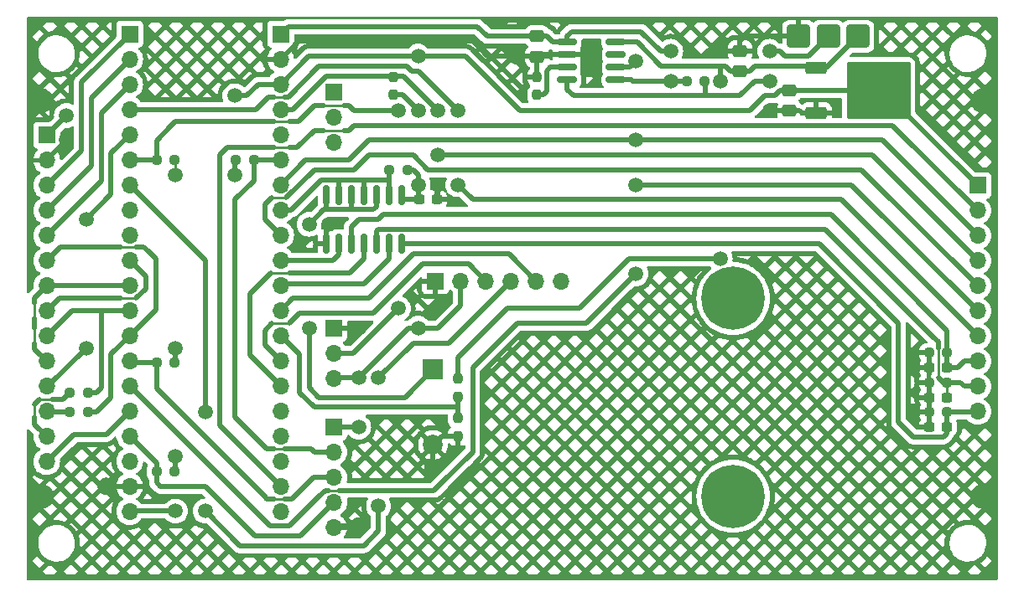
<source format=gbr>
%TF.GenerationSoftware,KiCad,Pcbnew,7.0.10-7.0.10~ubuntu20.04.1*%
%TF.CreationDate,2024-06-11T00:22:07+03:00*%
%TF.ProjectId,PatientMonitor,50617469-656e-4744-9d6f-6e69746f722e,rev?*%
%TF.SameCoordinates,Original*%
%TF.FileFunction,Copper,L2,Bot*%
%TF.FilePolarity,Positive*%
%FSLAX46Y46*%
G04 Gerber Fmt 4.6, Leading zero omitted, Abs format (unit mm)*
G04 Created by KiCad (PCBNEW 7.0.10-7.0.10~ubuntu20.04.1) date 2024-06-11 00:22:07*
%MOMM*%
%LPD*%
G01*
G04 APERTURE LIST*
G04 Aperture macros list*
%AMRoundRect*
0 Rectangle with rounded corners*
0 $1 Rounding radius*
0 $2 $3 $4 $5 $6 $7 $8 $9 X,Y pos of 4 corners*
0 Add a 4 corners polygon primitive as box body*
4,1,4,$2,$3,$4,$5,$6,$7,$8,$9,$2,$3,0*
0 Add four circle primitives for the rounded corners*
1,1,$1+$1,$2,$3*
1,1,$1+$1,$4,$5*
1,1,$1+$1,$6,$7*
1,1,$1+$1,$8,$9*
0 Add four rect primitives between the rounded corners*
20,1,$1+$1,$2,$3,$4,$5,0*
20,1,$1+$1,$4,$5,$6,$7,0*
20,1,$1+$1,$6,$7,$8,$9,0*
20,1,$1+$1,$8,$9,$2,$3,0*%
G04 Aperture macros list end*
%TA.AperFunction,ComponentPad*%
%ADD10R,1.700000X1.700000*%
%TD*%
%TA.AperFunction,ComponentPad*%
%ADD11O,1.700000X1.700000*%
%TD*%
%TA.AperFunction,ComponentPad*%
%ADD12RoundRect,0.250001X0.899999X-0.899999X0.899999X0.899999X-0.899999X0.899999X-0.899999X-0.899999X0*%
%TD*%
%TA.AperFunction,ComponentPad*%
%ADD13R,2.000000X2.000000*%
%TD*%
%TA.AperFunction,ComponentPad*%
%ADD14C,2.000000*%
%TD*%
%TA.AperFunction,ComponentPad*%
%ADD15C,6.400000*%
%TD*%
%TA.AperFunction,SMDPad,CuDef*%
%ADD16RoundRect,0.237500X0.237500X-0.250000X0.237500X0.250000X-0.237500X0.250000X-0.237500X-0.250000X0*%
%TD*%
%TA.AperFunction,SMDPad,CuDef*%
%ADD17RoundRect,0.237500X0.250000X0.237500X-0.250000X0.237500X-0.250000X-0.237500X0.250000X-0.237500X0*%
%TD*%
%TA.AperFunction,SMDPad,CuDef*%
%ADD18RoundRect,0.150000X0.150000X-0.825000X0.150000X0.825000X-0.150000X0.825000X-0.150000X-0.825000X0*%
%TD*%
%TA.AperFunction,SMDPad,CuDef*%
%ADD19RoundRect,0.250000X-0.475000X0.337500X-0.475000X-0.337500X0.475000X-0.337500X0.475000X0.337500X0*%
%TD*%
%TA.AperFunction,SMDPad,CuDef*%
%ADD20RoundRect,0.237500X0.300000X0.237500X-0.300000X0.237500X-0.300000X-0.237500X0.300000X-0.237500X0*%
%TD*%
%TA.AperFunction,SMDPad,CuDef*%
%ADD21RoundRect,0.237500X-0.250000X-0.237500X0.250000X-0.237500X0.250000X0.237500X-0.250000X0.237500X0*%
%TD*%
%TA.AperFunction,SMDPad,CuDef*%
%ADD22RoundRect,0.150000X-0.825000X-0.150000X0.825000X-0.150000X0.825000X0.150000X-0.825000X0.150000X0*%
%TD*%
%TA.AperFunction,HeatsinkPad*%
%ADD23R,2.290000X3.000000*%
%TD*%
%TA.AperFunction,SMDPad,CuDef*%
%ADD24RoundRect,0.250000X-0.850000X-0.350000X0.850000X-0.350000X0.850000X0.350000X-0.850000X0.350000X0*%
%TD*%
%TA.AperFunction,SMDPad,CuDef*%
%ADD25RoundRect,0.250000X-1.275000X-1.125000X1.275000X-1.125000X1.275000X1.125000X-1.275000X1.125000X0*%
%TD*%
%TA.AperFunction,SMDPad,CuDef*%
%ADD26RoundRect,0.249997X-2.950003X-2.650003X2.950003X-2.650003X2.950003X2.650003X-2.950003X2.650003X0*%
%TD*%
%TA.AperFunction,SMDPad,CuDef*%
%ADD27RoundRect,0.237500X-0.237500X0.250000X-0.237500X-0.250000X0.237500X-0.250000X0.237500X0.250000X0*%
%TD*%
%TA.AperFunction,SMDPad,CuDef*%
%ADD28RoundRect,0.237500X-0.300000X-0.237500X0.300000X-0.237500X0.300000X0.237500X-0.300000X0.237500X0*%
%TD*%
%TA.AperFunction,SMDPad,CuDef*%
%ADD29RoundRect,0.250000X0.475000X-0.337500X0.475000X0.337500X-0.475000X0.337500X-0.475000X-0.337500X0*%
%TD*%
%TA.AperFunction,ViaPad*%
%ADD30C,1.500000*%
%TD*%
%TA.AperFunction,ViaPad*%
%ADD31C,2.000000*%
%TD*%
%TA.AperFunction,Conductor*%
%ADD32C,0.500000*%
%TD*%
%TA.AperFunction,Conductor*%
%ADD33C,0.250000*%
%TD*%
G04 APERTURE END LIST*
D10*
%TO.P,J6,1,Pin_1*%
%TO.N,+5V*%
X126620000Y-73270000D03*
D11*
%TO.P,J6,2,Pin_2*%
%TO.N,GND*%
X126620000Y-75810000D03*
%TO.P,J6,3,Pin_3*%
%TO.N,+3V3*%
X126620000Y-78350000D03*
%TO.P,J6,4,Pin_4*%
%TO.N,/SD_CD*%
X126620000Y-80890000D03*
%TO.P,J6,5,Pin_5*%
%TO.N,unconnected-(J6-Pin_5-Pad5)*%
X126620000Y-83430000D03*
%TO.P,J6,6,Pin_6*%
%TO.N,/POX_IRQ*%
X126620000Y-85970000D03*
%TO.P,J6,7,Pin_7*%
%TO.N,/LED_R*%
X126620000Y-88510000D03*
%TO.P,J6,8,Pin_8*%
%TO.N,/BUZZ*%
X126620000Y-91050000D03*
%TO.P,J6,9,Pin_9*%
%TO.N,/SD_CMD*%
X126620000Y-93590000D03*
%TO.P,J6,10,Pin_10*%
%TO.N,/BTN_UP*%
X126620000Y-96130000D03*
%TO.P,J6,11,Pin_11*%
%TO.N,/BTN_DN*%
X126620000Y-98670000D03*
%TO.P,J6,12,Pin_12*%
%TO.N,/ECG_LO+*%
X126620000Y-101210000D03*
%TO.P,J6,13,Pin_13*%
%TO.N,/BAT_V*%
X126620000Y-103750000D03*
%TO.P,J6,14,Pin_14*%
%TO.N,/ECG_RAW*%
X126620000Y-106290000D03*
%TO.P,J6,15,Pin_15*%
%TO.N,/BTN_OK*%
X126620000Y-108830000D03*
%TO.P,J6,16,Pin_16*%
%TO.N,unconnected-(J6-Pin_16-Pad16)*%
X126620000Y-111370000D03*
%TO.P,J6,17,Pin_17*%
%TO.N,unconnected-(J6-Pin_17-Pad17)*%
X126620000Y-113910000D03*
%TO.P,J6,18,Pin_18*%
%TO.N,unconnected-(J6-Pin_18-Pad18)*%
X126620000Y-116450000D03*
%TO.P,J6,19,Pin_19*%
%TO.N,/LED_B*%
X126620000Y-118990000D03*
%TO.P,J6,20,Pin_20*%
%TO.N,unconnected-(J6-Pin_20-Pad20)*%
X126620000Y-121530000D03*
%TD*%
D10*
%TO.P,J1,1,Pin_1*%
%TO.N,/TFT_CS*%
X111380000Y-73270000D03*
D11*
%TO.P,J1,2,Pin_2*%
%TO.N,/TFT_RESET*%
X111380000Y-75810000D03*
%TO.P,J1,3,Pin_3*%
%TO.N,/TFT_DC*%
X111380000Y-78350000D03*
%TO.P,J1,4,Pin_4*%
%TO.N,/SD_CLK*%
X111380000Y-80890000D03*
%TO.P,J1,5,Pin_5*%
%TO.N,/TP_CS*%
X111380000Y-83430000D03*
%TO.P,J1,6,Pin_6*%
%TO.N,/TMP*%
X111380000Y-85970000D03*
%TO.P,J1,7,Pin_7*%
%TO.N,/ECG_LO-*%
X111380000Y-88510000D03*
%TO.P,J1,8,Pin_8*%
%TO.N,unconnected-(J1-Pin_8-Pad8)*%
X111380000Y-91050000D03*
%TO.P,J1,9,Pin_9*%
%TO.N,unconnected-(J1-Pin_9-Pad9)*%
X111380000Y-93590000D03*
%TO.P,J1,10,Pin_10*%
%TO.N,/LED*%
X111380000Y-96130000D03*
%TO.P,J1,11,Pin_11*%
%TO.N,/TFT_SCK*%
X111380000Y-98670000D03*
%TO.P,J1,12,Pin_12*%
%TO.N,/TFT_SDO*%
X111380000Y-101210000D03*
%TO.P,J1,13,Pin_13*%
%TO.N,/TFT_SDI*%
X111380000Y-103750000D03*
%TO.P,J1,14,Pin_14*%
%TO.N,/POX_SCL*%
X111380000Y-106290000D03*
%TO.P,J1,15,Pin_15*%
%TO.N,/SD_DAT0*%
X111380000Y-108830000D03*
%TO.P,J1,16,Pin_16*%
%TO.N,/TP_IRQ*%
X111380000Y-111370000D03*
%TO.P,J1,17,Pin_17*%
%TO.N,/POX_SDA*%
X111380000Y-113910000D03*
%TO.P,J1,18,Pin_18*%
%TO.N,unconnected-(J1-Pin_18-Pad18)*%
X111380000Y-116450000D03*
%TO.P,J1,19,Pin_19*%
%TO.N,GND*%
X111380000Y-118990000D03*
%TO.P,J1,20,Pin_20*%
%TO.N,+3V3*%
X111380000Y-121530000D03*
%TD*%
D12*
%TO.P,J8,1,Pin_1*%
%TO.N,Net-(J8-Pin_1)*%
X181900000Y-73500000D03*
%TD*%
%TO.P,J9,1,Pin_1*%
%TO.N,Net-(J9-Pin_1)*%
X184900000Y-73500000D03*
%TD*%
D10*
%TO.P,J5,1,Pin_1*%
%TO.N,unconnected-(J5-Pin_1-Pad1)*%
X132000000Y-79150000D03*
D11*
%TO.P,J5,2,Pin_2*%
%TO.N,unconnected-(J5-Pin_2-Pad2)*%
X132000000Y-81690000D03*
%TO.P,J5,3,Pin_3*%
%TO.N,unconnected-(J5-Pin_3-Pad3)*%
X132000000Y-84230000D03*
%TD*%
D10*
%TO.P,J11,1,Pin_1*%
%TO.N,+3V3*%
X132000000Y-113000000D03*
D11*
%TO.P,J11,2,Pin_2*%
%TO.N,/POX_IRQ*%
X132000000Y-115540000D03*
%TO.P,J11,3,Pin_3*%
%TO.N,/POX_SCL*%
X132000000Y-118080000D03*
%TO.P,J11,4,Pin_4*%
%TO.N,/POX_SDA*%
X132000000Y-120620000D03*
%TO.P,J11,5,Pin_5*%
%TO.N,GND*%
X132000000Y-123160000D03*
%TD*%
D10*
%TO.P,J10,1,Pin_1*%
%TO.N,GND*%
X132000000Y-103000000D03*
D11*
%TO.P,J10,2,Pin_2*%
%TO.N,/TMP*%
X132000000Y-105540000D03*
%TO.P,J10,3,Pin_3*%
%TO.N,+3V3*%
X132000000Y-108080000D03*
%TD*%
D10*
%TO.P,J2,1,Pin_1*%
%TO.N,+3V3*%
X197000000Y-88570000D03*
D11*
%TO.P,J2,2,Pin_2*%
%TO.N,/LED_B*%
X197000000Y-91110000D03*
%TO.P,J2,3,Pin_3*%
%TO.N,/LED_R*%
X197000000Y-93650000D03*
%TO.P,J2,4,Pin_4*%
%TO.N,/SD_CD*%
X197000000Y-96190000D03*
%TO.P,J2,5,Pin_5*%
%TO.N,/SD_CMD*%
X197000000Y-98730000D03*
%TO.P,J2,6,Pin_6*%
%TO.N,/SD_DAT0*%
X197000000Y-101270000D03*
%TO.P,J2,7,Pin_7*%
%TO.N,/SD_CLK*%
X197000000Y-103810000D03*
%TO.P,J2,8,Pin_8*%
%TO.N,Net-(J2-Pin_8)*%
X197000000Y-106350000D03*
%TO.P,J2,9,Pin_9*%
%TO.N,Net-(J2-Pin_9)*%
X197000000Y-108890000D03*
%TO.P,J2,10,Pin_10*%
%TO.N,Net-(J2-Pin_10)*%
X197000000Y-111430000D03*
%TD*%
D13*
%TO.P,BZ1,1,+*%
%TO.N,Net-(BZ1-+)*%
X142000000Y-107200000D03*
D14*
%TO.P,BZ1,2,-*%
%TO.N,GND*%
X142000000Y-114800000D03*
%TD*%
D15*
%TO.P,H6,1*%
%TO.N,N/C*%
X172300000Y-120000000D03*
%TD*%
%TO.P,H5,1*%
%TO.N,N/C*%
X172300000Y-100000000D03*
%TD*%
D12*
%TO.P,J7,1,Pin_1*%
%TO.N,GND*%
X178900000Y-73500000D03*
%TD*%
D10*
%TO.P,J3,1,Pin_1*%
%TO.N,+3V3*%
X103000000Y-83490000D03*
D11*
%TO.P,J3,2,Pin_2*%
%TO.N,GND*%
X103000000Y-86030000D03*
%TO.P,J3,3,Pin_3*%
%TO.N,/TFT_CS*%
X103000000Y-88570000D03*
%TO.P,J3,4,Pin_4*%
%TO.N,/TFT_RESET*%
X103000000Y-91110000D03*
%TO.P,J3,5,Pin_5*%
%TO.N,/TFT_DC*%
X103000000Y-93650000D03*
%TO.P,J3,6,Pin_6*%
%TO.N,/TFT_SDI*%
X103000000Y-96190000D03*
%TO.P,J3,7,Pin_7*%
%TO.N,/TFT_SCK*%
X103000000Y-98730000D03*
%TO.P,J3,8,Pin_8*%
%TO.N,/LED*%
X103000000Y-101270000D03*
%TO.P,J3,9,Pin_9*%
%TO.N,/TFT_SDO*%
X103000000Y-103810000D03*
%TO.P,J3,10,Pin_10*%
%TO.N,/TFT_SCK*%
X103000000Y-106350000D03*
%TO.P,J3,11,Pin_11*%
%TO.N,/TP_CS*%
X103000000Y-108890000D03*
%TO.P,J3,12,Pin_12*%
%TO.N,/TP_DIN*%
X103000000Y-111430000D03*
%TO.P,J3,13,Pin_13*%
%TO.N,/TP_OUT*%
X103000000Y-113970000D03*
%TO.P,J3,14,Pin_14*%
%TO.N,/TP_IRQ*%
X103000000Y-116510000D03*
%TD*%
D10*
%TO.P,J4,1,Pin_1*%
%TO.N,GND*%
X142250000Y-98230000D03*
D11*
%TO.P,J4,2,Pin_2*%
%TO.N,+3V3*%
X144790000Y-98230000D03*
%TO.P,J4,3,Pin_3*%
%TO.N,/ECG_RAW*%
X147330000Y-98230000D03*
%TO.P,J4,4,Pin_4*%
%TO.N,/ECG_LO-*%
X149870000Y-98230000D03*
%TO.P,J4,5,Pin_5*%
%TO.N,/ECG_LO+*%
X152410000Y-98230000D03*
%TO.P,J4,6,Pin_6*%
%TO.N,unconnected-(J4-Pin_6-Pad6)*%
X154950000Y-98230000D03*
%TD*%
D16*
%TO.P,R4,1*%
%TO.N,+3V3*%
X138000000Y-79412500D03*
%TO.P,R4,2*%
%TO.N,/SD_CD*%
X138000000Y-77587500D03*
%TD*%
D17*
%TO.P,R11,1*%
%TO.N,+3V3*%
X115912500Y-86000000D03*
%TO.P,R11,2*%
%TO.N,/TMP*%
X114087500Y-86000000D03*
%TD*%
%TO.P,R3,1*%
%TO.N,Net-(J2-Pin_10)*%
X193912500Y-111500000D03*
%TO.P,R3,2*%
%TO.N,GND*%
X192087500Y-111500000D03*
%TD*%
D18*
%TO.P,U3,1*%
%TO.N,Net-(J2-Pin_10)*%
X138810000Y-94475000D03*
%TO.P,U3,2*%
%TO.N,/BTN_DN*%
X137540000Y-94475000D03*
%TO.P,U3,3*%
%TO.N,Net-(J2-Pin_9)*%
X136270000Y-94475000D03*
%TO.P,U3,4*%
%TO.N,/BTN_OK*%
X135000000Y-94475000D03*
%TO.P,U3,5*%
%TO.N,Net-(J2-Pin_8)*%
X133730000Y-94475000D03*
%TO.P,U3,6*%
%TO.N,/BTN_UP*%
X132460000Y-94475000D03*
%TO.P,U3,7,GND*%
%TO.N,GND*%
X131190000Y-94475000D03*
%TO.P,U3,8*%
%TO.N,Net-(BZ1-+)*%
X131190000Y-89525000D03*
%TO.P,U3,9*%
%TO.N,/BUZZ*%
X132460000Y-89525000D03*
%TO.P,U3,10*%
%TO.N,Net-(BZ1-+)*%
X133730000Y-89525000D03*
%TO.P,U3,11*%
%TO.N,/BUZZ*%
X135000000Y-89525000D03*
%TO.P,U3,12*%
%TO.N,Net-(BZ1-+)*%
X136270000Y-89525000D03*
%TO.P,U3,13*%
%TO.N,/BUZZ*%
X137540000Y-89525000D03*
%TO.P,U3,14,VCC*%
%TO.N,+3V3*%
X138810000Y-89525000D03*
%TD*%
D17*
%TO.P,R1,1*%
%TO.N,Net-(J2-Pin_8)*%
X193912500Y-105500000D03*
%TO.P,R1,2*%
%TO.N,GND*%
X192087500Y-105500000D03*
%TD*%
D19*
%TO.P,C3,1*%
%TO.N,+3V3*%
X178000000Y-78962500D03*
%TO.P,C3,2*%
%TO.N,GND*%
X178000000Y-81037500D03*
%TD*%
D20*
%TO.P,C5,1*%
%TO.N,Net-(J2-Pin_9)*%
X193862500Y-110000000D03*
%TO.P,C5,2*%
%TO.N,GND*%
X192137500Y-110000000D03*
%TD*%
D21*
%TO.P,R14,1*%
%TO.N,+3V3*%
X122087500Y-86000000D03*
%TO.P,R14,2*%
%TO.N,/POX_IRQ*%
X123912500Y-86000000D03*
%TD*%
%TO.P,R9,1*%
%TO.N,/TP_DIN*%
X105337500Y-111500000D03*
%TO.P,R9,2*%
%TO.N,/TFT_SDI*%
X107162500Y-111500000D03*
%TD*%
%TO.P,R6,1*%
%TO.N,+5V*%
X167587500Y-78000000D03*
%TO.P,R6,2*%
%TO.N,Net-(J8-Pin_1)*%
X169412500Y-78000000D03*
%TD*%
D20*
%TO.P,C4,1*%
%TO.N,Net-(J2-Pin_10)*%
X193862500Y-113000000D03*
%TO.P,C4,2*%
%TO.N,GND*%
X192137500Y-113000000D03*
%TD*%
D22*
%TO.P,U1,1,TEMP*%
%TO.N,Net-(J8-Pin_1)*%
X155525000Y-77905000D03*
%TO.P,U1,2,PROG*%
%TO.N,Net-(U1-PROG)*%
X155525000Y-76635000D03*
%TO.P,U1,3,GND*%
%TO.N,GND*%
X155525000Y-75365000D03*
%TO.P,U1,4,VCC*%
%TO.N,+5V*%
X155525000Y-74095000D03*
%TO.P,U1,5,BAT*%
%TO.N,Net-(J9-Pin_1)*%
X160475000Y-74095000D03*
%TO.P,U1,6,~{STDBY}*%
%TO.N,unconnected-(U1-~{STDBY}-Pad6)*%
X160475000Y-75365000D03*
%TO.P,U1,7,~{CHRG}*%
%TO.N,/LED_R*%
X160475000Y-76635000D03*
%TO.P,U1,8,CE*%
%TO.N,+5V*%
X160475000Y-77905000D03*
D23*
%TO.P,U1,9,EP*%
%TO.N,GND*%
X158000000Y-76000000D03*
%TD*%
D24*
%TO.P,U2,1,GND*%
%TO.N,GND*%
X180700000Y-81280000D03*
D25*
%TO.P,U2,2,VO*%
%TO.N,+3V3*%
X185325000Y-77475000D03*
X185325000Y-80525000D03*
D26*
X187000000Y-79000000D03*
D25*
X188675000Y-77475000D03*
X188675000Y-80525000D03*
D24*
%TO.P,U2,3,VI*%
%TO.N,Net-(J9-Pin_1)*%
X180700000Y-76720000D03*
%TD*%
D17*
%TO.P,R12,1*%
%TO.N,+3V3*%
X115912500Y-117500000D03*
%TO.P,R12,2*%
%TO.N,/POX_SDA*%
X114087500Y-117500000D03*
%TD*%
D27*
%TO.P,R7,1*%
%TO.N,Net-(J9-Pin_1)*%
X144500000Y-108087500D03*
%TO.P,R7,2*%
%TO.N,/BAT_V*%
X144500000Y-109912500D03*
%TD*%
D28*
%TO.P,C7,1*%
%TO.N,+3V3*%
X140637500Y-90000000D03*
%TO.P,C7,2*%
%TO.N,GND*%
X142362500Y-90000000D03*
%TD*%
D29*
%TO.P,C2,1*%
%TO.N,Net-(J9-Pin_1)*%
X173000000Y-77037500D03*
%TO.P,C2,2*%
%TO.N,GND*%
X173000000Y-74962500D03*
%TD*%
D17*
%TO.P,R15,1*%
%TO.N,+3V3*%
X139412500Y-87000000D03*
%TO.P,R15,2*%
%TO.N,/BUZZ*%
X137587500Y-87000000D03*
%TD*%
%TO.P,R13,1*%
%TO.N,+3V3*%
X115912500Y-106500000D03*
%TO.P,R13,2*%
%TO.N,/POX_SCL*%
X114087500Y-106500000D03*
%TD*%
D21*
%TO.P,R10,1*%
%TO.N,/TP_OUT*%
X105337500Y-109500000D03*
%TO.P,R10,2*%
%TO.N,/TFT_SDO*%
X107162500Y-109500000D03*
%TD*%
D17*
%TO.P,R2,1*%
%TO.N,Net-(J2-Pin_9)*%
X193912500Y-108500000D03*
%TO.P,R2,2*%
%TO.N,GND*%
X192087500Y-108500000D03*
%TD*%
D16*
%TO.P,R5,1*%
%TO.N,Net-(U1-PROG)*%
X152500000Y-79412500D03*
%TO.P,R5,2*%
%TO.N,GND*%
X152500000Y-77587500D03*
%TD*%
D20*
%TO.P,C6,1*%
%TO.N,Net-(J2-Pin_8)*%
X193862500Y-107000000D03*
%TO.P,C6,2*%
%TO.N,GND*%
X192137500Y-107000000D03*
%TD*%
D19*
%TO.P,C1,1*%
%TO.N,+5V*%
X152500000Y-73462500D03*
%TO.P,C1,2*%
%TO.N,GND*%
X152500000Y-75537500D03*
%TD*%
D27*
%TO.P,R8,1*%
%TO.N,/BAT_V*%
X144500000Y-112087500D03*
%TO.P,R8,2*%
%TO.N,GND*%
X144500000Y-113912500D03*
%TD*%
D30*
%TO.N,Net-(BZ1-+)*%
X129500000Y-103000000D03*
X129500000Y-92500000D03*
%TO.N,+5V*%
X166000000Y-75000000D03*
X166000000Y-78000000D03*
D31*
%TO.N,GND*%
X102500000Y-120000000D03*
D30*
X105000000Y-84000000D03*
D31*
X197500000Y-80000000D03*
X102500000Y-80000000D03*
D30*
X109000000Y-119000000D03*
D31*
X197500000Y-120000000D03*
D30*
X134500000Y-123000000D03*
X176000000Y-81000000D03*
X171000000Y-75000000D03*
X142000000Y-117000000D03*
X190500000Y-111500000D03*
X150500000Y-75500000D03*
X134500000Y-102975000D03*
X190500000Y-107000000D03*
X131500000Y-92500000D03*
X142500000Y-101000000D03*
X142500000Y-88500000D03*
%TO.N,Net-(J9-Pin_1)*%
X171000000Y-96000000D03*
X171000000Y-78000000D03*
%TO.N,+3V3*%
X140500000Y-103000000D03*
X116000000Y-121500000D03*
X116000000Y-116000000D03*
X134500000Y-113000000D03*
X116000000Y-87500000D03*
X122000000Y-79500000D03*
X140500000Y-75500000D03*
X116000000Y-105000000D03*
X140500000Y-81000000D03*
X134500000Y-108000000D03*
X140500000Y-88500000D03*
X122000000Y-87500000D03*
X105000000Y-81500000D03*
%TO.N,/TP_CS*%
X107000000Y-105000000D03*
X107000000Y-92000000D03*
%TO.N,/ECG_LO-*%
X136500000Y-108000000D03*
X119000000Y-111500000D03*
X136500000Y-121000000D03*
X119000000Y-121500000D03*
%TO.N,/TMP*%
X138500000Y-101000000D03*
X138500000Y-81000000D03*
%TO.N,/SD_DAT0*%
X162500000Y-97500000D03*
X162500000Y-88500000D03*
%TO.N,/LED_R*%
X162500000Y-84000000D03*
X162500000Y-76000000D03*
%TO.N,/SD_CD*%
X142500000Y-81000000D03*
X142500000Y-85500000D03*
%TO.N,/SD_CLK*%
X144500000Y-88500000D03*
X144500000Y-81000000D03*
%TO.N,Net-(J8-Pin_1)*%
X176000000Y-75000000D03*
X176000000Y-78000000D03*
%TD*%
D32*
%TO.N,Net-(BZ1-+)*%
X139200000Y-110000000D02*
X142000000Y-107200000D01*
X131190000Y-90940000D02*
X131190000Y-89525000D01*
X130500000Y-110000000D02*
X139200000Y-110000000D01*
X129500000Y-109000000D02*
X130500000Y-110000000D01*
X131000000Y-91000000D02*
X133750000Y-91000000D01*
X129500000Y-103000000D02*
X129500000Y-109000000D01*
X129500000Y-92500000D02*
X131000000Y-91000000D01*
D33*
X131250000Y-91000000D02*
X131190000Y-90940000D01*
D32*
X136270000Y-89525000D02*
X136270000Y-90730000D01*
X133730000Y-89525000D02*
X133730000Y-90980000D01*
X136270000Y-90730000D02*
X136000000Y-91000000D01*
D33*
X133730000Y-90980000D02*
X133750000Y-91000000D01*
D32*
X136000000Y-91000000D02*
X133750000Y-91000000D01*
%TO.N,+5V*%
X152537500Y-73500000D02*
X153500000Y-73500000D01*
X166000000Y-78000000D02*
X167587500Y-78000000D01*
X152462500Y-73500000D02*
X147500000Y-73500000D01*
X156000000Y-73000000D02*
X155525000Y-73475000D01*
X166000000Y-75000000D02*
X165000000Y-75000000D01*
X155525000Y-74095000D02*
X154095000Y-74095000D01*
D33*
X162095000Y-78000000D02*
X162000000Y-77905000D01*
D32*
X165000000Y-75000000D02*
X163000000Y-73000000D01*
X155525000Y-73475000D02*
X155525000Y-74095000D01*
X163000000Y-73000000D02*
X156000000Y-73000000D01*
D33*
X152500000Y-73462500D02*
X152537500Y-73500000D01*
D32*
X162000000Y-77905000D02*
X160475000Y-77905000D01*
X154095000Y-74095000D02*
X153500000Y-73500000D01*
X127390000Y-72500000D02*
X126620000Y-73270000D01*
X147500000Y-73500000D02*
X146500000Y-72500000D01*
X146500000Y-72500000D02*
X127390000Y-72500000D01*
D33*
X152500000Y-73462500D02*
X152462500Y-73500000D01*
D32*
X166000000Y-78000000D02*
X162095000Y-78000000D01*
%TO.N,GND*%
X178000000Y-81037500D02*
X178037500Y-81000000D01*
X179280000Y-81280000D02*
X180700000Y-81280000D01*
X142500000Y-101000000D02*
X142500000Y-100000000D01*
X131190000Y-92810000D02*
X131190000Y-94475000D01*
X134500000Y-102975000D02*
X132025000Y-102975000D01*
X142250000Y-99750000D02*
X142250000Y-98230000D01*
D33*
X190500000Y-111500000D02*
X192087500Y-111500000D01*
X192137500Y-110000000D02*
X192137500Y-113000000D01*
D32*
X176000000Y-81000000D02*
X177962500Y-81000000D01*
X146000000Y-74000000D02*
X128430000Y-74000000D01*
X173000000Y-74000000D02*
X173500000Y-73500000D01*
D33*
X190500000Y-107000000D02*
X192137500Y-107000000D01*
X132000000Y-123160000D02*
X132160000Y-123000000D01*
D32*
X150500000Y-75500000D02*
X147500000Y-75500000D01*
X144500000Y-113912500D02*
X142887500Y-113912500D01*
X142000000Y-114800000D02*
X142000000Y-117000000D01*
X178037500Y-81000000D02*
X179000000Y-81000000D01*
X155525000Y-75365000D02*
X157365000Y-75365000D01*
X171500000Y-75000000D02*
X171537500Y-74962500D01*
X142500000Y-89862500D02*
X142362500Y-90000000D01*
X103000000Y-86000000D02*
X105000000Y-84000000D01*
D33*
X103000000Y-86030000D02*
X103000000Y-86000000D01*
D32*
X142500000Y-100000000D02*
X142250000Y-99750000D01*
X173500000Y-73500000D02*
X178900000Y-73500000D01*
X179000000Y-81000000D02*
X179280000Y-81280000D01*
D33*
X157365000Y-75365000D02*
X158000000Y-76000000D01*
D32*
X142887500Y-113912500D02*
X142000000Y-114800000D01*
D33*
X192087500Y-105500000D02*
X192087500Y-108500000D01*
D32*
X152672500Y-75365000D02*
X155525000Y-75365000D01*
X173000000Y-74962500D02*
X173000000Y-74000000D01*
X132160000Y-123000000D02*
X134500000Y-123000000D01*
X147500000Y-75500000D02*
X146000000Y-74000000D01*
X142500000Y-88500000D02*
X142500000Y-89862500D01*
X152500000Y-75537500D02*
X152672500Y-75365000D01*
X128430000Y-74000000D02*
X126620000Y-75810000D01*
X152500000Y-77587500D02*
X152500000Y-75537500D01*
X171000000Y-75000000D02*
X171500000Y-75000000D01*
D33*
X109010000Y-118990000D02*
X109000000Y-119000000D01*
D32*
X152462500Y-75500000D02*
X152500000Y-75537500D01*
X111380000Y-118990000D02*
X109010000Y-118990000D01*
X177962500Y-81000000D02*
X178000000Y-81037500D01*
X171537500Y-74962500D02*
X173000000Y-74962500D01*
X150500000Y-75500000D02*
X152462500Y-75500000D01*
X131500000Y-92500000D02*
X131190000Y-92810000D01*
%TO.N,Net-(J9-Pin_1)*%
X173962500Y-77037500D02*
X173000000Y-77037500D01*
X184900000Y-73500000D02*
X181680000Y-76720000D01*
X144500000Y-106000000D02*
X144500000Y-108087500D01*
X162595000Y-74095000D02*
X160475000Y-74095000D01*
X171500000Y-76500000D02*
X171000000Y-76500000D01*
X180480000Y-76500000D02*
X174500000Y-76500000D01*
X171000000Y-76500000D02*
X165000000Y-76500000D01*
X173000000Y-77037500D02*
X172037500Y-77037500D01*
X180700000Y-76720000D02*
X180480000Y-76500000D01*
X149500000Y-101000000D02*
X144500000Y-106000000D01*
X181680000Y-76720000D02*
X180700000Y-76720000D01*
X171000000Y-76500000D02*
X171000000Y-78000000D01*
X156750000Y-101000000D02*
X149500000Y-101000000D01*
X161750000Y-96000000D02*
X156750000Y-101000000D01*
X171000000Y-96000000D02*
X161750000Y-96000000D01*
X174500000Y-76500000D02*
X173962500Y-77037500D01*
X172037500Y-77037500D02*
X171500000Y-76500000D01*
X165000000Y-76500000D02*
X162595000Y-74095000D01*
%TO.N,+3V3*%
X144790000Y-100710000D02*
X144790000Y-98230000D01*
X122000000Y-87500000D02*
X122000000Y-86087500D01*
D33*
X132080000Y-108000000D02*
X132000000Y-108080000D01*
D32*
X140500000Y-89862500D02*
X140637500Y-90000000D01*
X132000000Y-113000000D02*
X134500000Y-113000000D01*
X140500000Y-103000000D02*
X142500000Y-103000000D01*
X129470000Y-75500000D02*
X126620000Y-78350000D01*
D33*
X103000000Y-83490000D02*
X103010000Y-83490000D01*
D32*
X116000000Y-117412500D02*
X116000000Y-116000000D01*
X139500000Y-103000000D02*
X140500000Y-103000000D01*
X140500000Y-88500000D02*
X140500000Y-87500000D01*
X122000000Y-79500000D02*
X123200000Y-79500000D01*
X175500000Y-79500000D02*
X174000000Y-81000000D01*
X178000000Y-78962500D02*
X177037500Y-78962500D01*
X145250000Y-75500000D02*
X140500000Y-75500000D01*
X140637500Y-90000000D02*
X138810000Y-90000000D01*
X150750000Y-81000000D02*
X145250000Y-75500000D01*
X138810000Y-90000000D02*
X138810000Y-89525000D01*
X177037500Y-78962500D02*
X176500000Y-79500000D01*
X197000000Y-88570000D02*
X187392500Y-78962500D01*
X140500000Y-87500000D02*
X140000000Y-87000000D01*
X116000000Y-106412500D02*
X116000000Y-105000000D01*
X142500000Y-103000000D02*
X144790000Y-100710000D01*
X176500000Y-79500000D02*
X175500000Y-79500000D01*
D33*
X115912500Y-86000000D02*
X116000000Y-86087500D01*
D32*
X123200000Y-79500000D02*
X124350000Y-78350000D01*
X103010000Y-83490000D02*
X105000000Y-81500000D01*
X122000000Y-86087500D02*
X122087500Y-86000000D01*
X111410000Y-121500000D02*
X116000000Y-121500000D01*
X140000000Y-87000000D02*
X139412500Y-87000000D01*
D33*
X116000000Y-86087500D02*
X116000000Y-87500000D01*
D32*
X115912500Y-117500000D02*
X116000000Y-117412500D01*
X140500000Y-75500000D02*
X129470000Y-75500000D01*
X140500000Y-88500000D02*
X140500000Y-89862500D01*
D33*
X187000000Y-79000000D02*
X186962500Y-78962500D01*
D32*
X187392500Y-78962500D02*
X186962500Y-78962500D01*
X124350000Y-78350000D02*
X126620000Y-78350000D01*
X140500000Y-81000000D02*
X138912500Y-79412500D01*
X134500000Y-108000000D02*
X139500000Y-103000000D01*
D33*
X111380000Y-121530000D02*
X111410000Y-121500000D01*
D32*
X186962500Y-78962500D02*
X178000000Y-78962500D01*
X138912500Y-79412500D02*
X138000000Y-79412500D01*
X115912500Y-106500000D02*
X116000000Y-106412500D01*
X134500000Y-108000000D02*
X132080000Y-108000000D01*
X174000000Y-81000000D02*
X150750000Y-81000000D01*
%TO.N,Net-(J2-Pin_10)*%
X196930000Y-111500000D02*
X193912500Y-111500000D01*
X190500000Y-114000000D02*
X189000000Y-112500000D01*
X193862500Y-113637500D02*
X193500000Y-114000000D01*
X193912500Y-112950000D02*
X193912500Y-111500000D01*
X189000000Y-112500000D02*
X189000000Y-102500000D01*
X189000000Y-102500000D02*
X181000000Y-94500000D01*
D33*
X138835000Y-94500000D02*
X138810000Y-94475000D01*
D32*
X181000000Y-94500000D02*
X138835000Y-94500000D01*
X193500000Y-114000000D02*
X190500000Y-114000000D01*
X193862500Y-113000000D02*
X193862500Y-113637500D01*
X197000000Y-111430000D02*
X196930000Y-111500000D01*
X193862500Y-113000000D02*
X193912500Y-112950000D01*
%TO.N,/TP_OUT*%
X102015000Y-112985000D02*
X103000000Y-113970000D01*
X105337500Y-109500000D02*
X104637500Y-110200000D01*
X101750000Y-112720000D02*
X101750000Y-112000000D01*
D33*
X101750000Y-110750000D02*
X101750000Y-112000000D01*
D32*
X102300000Y-110200000D02*
X101750000Y-110750000D01*
X104637500Y-110200000D02*
X103500000Y-110200000D01*
X102015000Y-112985000D02*
X101750000Y-112720000D01*
D33*
X103500000Y-110200000D02*
X102300000Y-110200000D01*
D32*
%TO.N,/TP_DIN*%
X103070000Y-111500000D02*
X103000000Y-111430000D01*
X105337500Y-111500000D02*
X103070000Y-111500000D01*
%TO.N,/TP_IRQ*%
X105760000Y-113750000D02*
X103000000Y-116510000D01*
X109000000Y-113750000D02*
X105760000Y-113750000D01*
X111380000Y-111370000D02*
X109000000Y-113750000D01*
%TO.N,/TP_CS*%
X107000000Y-92000000D02*
X109500000Y-89500000D01*
X107000000Y-105000000D02*
X103110000Y-108890000D01*
X109500000Y-89500000D02*
X109500000Y-85310000D01*
X109500000Y-85310000D02*
X111380000Y-83430000D01*
X103110000Y-108890000D02*
X103000000Y-108890000D01*
%TO.N,/ECG_LO+*%
X149680000Y-95500000D02*
X140000000Y-95500000D01*
X135500000Y-100000000D02*
X127830000Y-100000000D01*
X127830000Y-100000000D02*
X126620000Y-101210000D01*
X140000000Y-95500000D02*
X135500000Y-100000000D01*
X152410000Y-98230000D02*
X149680000Y-95500000D01*
%TO.N,/ECG_LO-*%
X136500000Y-123500000D02*
X135000000Y-125000000D01*
X135000000Y-125000000D02*
X122500000Y-125000000D01*
X122500000Y-125000000D02*
X119000000Y-121500000D01*
X119000000Y-96130000D02*
X111380000Y-88510000D01*
X119000000Y-111500000D02*
X119000000Y-96130000D01*
X149870000Y-98230000D02*
X143600000Y-104500000D01*
X140000000Y-104500000D02*
X136500000Y-108000000D01*
X136500000Y-121000000D02*
X136500000Y-123500000D01*
X143600000Y-104500000D02*
X140000000Y-104500000D01*
%TO.N,Net-(J2-Pin_9)*%
X192562500Y-103937500D02*
X181625000Y-93000000D01*
X193000000Y-108000000D02*
X193500000Y-108500000D01*
X195640000Y-108890000D02*
X195250000Y-108500000D01*
D33*
X193000000Y-108000000D02*
X193000000Y-105000000D01*
X193912500Y-109950000D02*
X193862500Y-110000000D01*
X193912500Y-108500000D02*
X193912500Y-109950000D01*
D32*
X193500000Y-108500000D02*
X193912500Y-108500000D01*
X192562500Y-103937500D02*
X193000000Y-104375000D01*
D33*
X193862500Y-108550000D02*
X193912500Y-108500000D01*
D32*
X181625000Y-93000000D02*
X136500000Y-93000000D01*
X136500000Y-93000000D02*
X136270000Y-93230000D01*
X136270000Y-93230000D02*
X136270000Y-94475000D01*
X195250000Y-108500000D02*
X193912500Y-108500000D01*
X193000000Y-104375000D02*
X193000000Y-105000000D01*
D33*
X193862500Y-110000000D02*
X193862500Y-108550000D01*
D32*
X197000000Y-108890000D02*
X195640000Y-108890000D01*
%TO.N,Net-(J2-Pin_8)*%
X182150000Y-91500000D02*
X193912500Y-103262500D01*
X195000000Y-107000000D02*
X195650000Y-106350000D01*
X137000000Y-91500000D02*
X182150000Y-91500000D01*
X136500000Y-92000000D02*
X137000000Y-91500000D01*
X193862500Y-105550000D02*
X193912500Y-105500000D01*
X134500000Y-92000000D02*
X136500000Y-92000000D01*
X133730000Y-94475000D02*
X133730000Y-92770000D01*
X193862500Y-107000000D02*
X193862500Y-105550000D01*
D33*
X193912500Y-105500000D02*
X194000000Y-105412500D01*
D32*
X195650000Y-106350000D02*
X197000000Y-106350000D01*
X133730000Y-92770000D02*
X134500000Y-92000000D01*
X193862500Y-107000000D02*
X195000000Y-107000000D01*
X193912500Y-103262500D02*
X193912500Y-105500000D01*
%TO.N,/POX_IRQ*%
X128000000Y-115200000D02*
X127500000Y-115200000D01*
X123942500Y-85970000D02*
X126620000Y-85970000D01*
X123912500Y-86000000D02*
X123912500Y-88087500D01*
D33*
X123912500Y-86000000D02*
X123942500Y-85970000D01*
D32*
X128000000Y-115200000D02*
X127000000Y-115200000D01*
X123912500Y-88087500D02*
X122000000Y-90000000D01*
X122000000Y-112000000D02*
X125000000Y-115000000D01*
X122000000Y-90000000D02*
X122000000Y-112000000D01*
X125000000Y-115000000D02*
X125200000Y-115200000D01*
D33*
X126000000Y-115200000D02*
X127000000Y-115200000D01*
D32*
X130040000Y-115540000D02*
X132000000Y-115540000D01*
X129700000Y-115200000D02*
X128000000Y-115200000D01*
D33*
X127000000Y-115200000D02*
X127500000Y-115200000D01*
D32*
X130040000Y-115540000D02*
X129700000Y-115200000D01*
X125200000Y-115200000D02*
X126000000Y-115200000D01*
%TO.N,/TMP*%
X115562500Y-82562500D02*
X116025000Y-82100000D01*
D33*
X133000000Y-80500000D02*
X131000000Y-80500000D01*
D32*
X115562500Y-82562500D02*
X114087500Y-84037500D01*
X134000000Y-81000000D02*
X133500000Y-80500000D01*
X129500000Y-81000000D02*
X130000000Y-80500000D01*
X133500000Y-80500000D02*
X133000000Y-80500000D01*
X133960000Y-105540000D02*
X132000000Y-105540000D01*
D33*
X114057500Y-85970000D02*
X114087500Y-86000000D01*
D32*
X130000000Y-80500000D02*
X131000000Y-80500000D01*
X114087500Y-84037500D02*
X114087500Y-86000000D01*
X138500000Y-101000000D02*
X133960000Y-105540000D01*
X116025000Y-82100000D02*
X126000000Y-82100000D01*
X129500000Y-81000000D02*
X129000000Y-81500000D01*
X138500000Y-81000000D02*
X134000000Y-81000000D01*
X129000000Y-81500000D02*
X128400000Y-82100000D01*
X111380000Y-85970000D02*
X114057500Y-85970000D01*
D33*
X127500000Y-82100000D02*
X126000000Y-82100000D01*
D32*
X128400000Y-82100000D02*
X127500000Y-82100000D01*
%TO.N,/POX_SCL*%
X111590000Y-106500000D02*
X114087500Y-106500000D01*
X114087500Y-109087500D02*
X114087500Y-106500000D01*
X128000000Y-120000000D02*
X127750000Y-120250000D01*
X127750000Y-120250000D02*
X127500000Y-120250000D01*
X129920000Y-118080000D02*
X128000000Y-120000000D01*
D33*
X127000000Y-120250000D02*
X126000000Y-120250000D01*
D32*
X111380000Y-106290000D02*
X111590000Y-106500000D01*
X127750000Y-120250000D02*
X127000000Y-120250000D01*
X125250000Y-120250000D02*
X126000000Y-120250000D01*
X132000000Y-118080000D02*
X129920000Y-118080000D01*
D33*
X127500000Y-120250000D02*
X127000000Y-120250000D01*
D32*
X125000000Y-120000000D02*
X125250000Y-120250000D01*
X125000000Y-120000000D02*
X114087500Y-109087500D01*
%TO.N,/SD_DAT0*%
X142100000Y-119400000D02*
X132500000Y-119400000D01*
X127500000Y-123000000D02*
X125550000Y-123000000D01*
X157500000Y-102500000D02*
X150500000Y-102500000D01*
X184230000Y-88500000D02*
X197000000Y-101270000D01*
X142750000Y-118750000D02*
X142100000Y-119400000D01*
D33*
X132500000Y-119400000D02*
X131500000Y-119400000D01*
D32*
X150500000Y-102500000D02*
X146000000Y-107000000D01*
X130500000Y-120000000D02*
X131100000Y-119400000D01*
X162500000Y-88500000D02*
X184230000Y-88500000D01*
X131100000Y-119400000D02*
X131500000Y-119400000D01*
X130500000Y-120000000D02*
X127500000Y-123000000D01*
X146000000Y-115500000D02*
X142750000Y-118750000D01*
X162500000Y-97500000D02*
X157500000Y-102500000D01*
X146000000Y-107000000D02*
X146000000Y-115500000D01*
X125550000Y-123000000D02*
X111380000Y-108830000D01*
%TO.N,/POX_SDA*%
X111380000Y-113910000D02*
X114087500Y-116617500D01*
X114087500Y-116617500D02*
X114087500Y-118587500D01*
X114500000Y-119000000D02*
X119000000Y-119000000D01*
X124000000Y-124000000D02*
X128620000Y-124000000D01*
X128620000Y-124000000D02*
X132000000Y-120620000D01*
X119000000Y-119000000D02*
X124000000Y-124000000D01*
X114087500Y-118587500D02*
X114500000Y-119000000D01*
%TO.N,/LED_B*%
X120500000Y-112870000D02*
X120500000Y-85500000D01*
X130000000Y-83000000D02*
X131000000Y-83000000D01*
X128250000Y-84750000D02*
X130000000Y-83000000D01*
X120500000Y-85500000D02*
X121000000Y-85000000D01*
D33*
X126000000Y-84750000D02*
X127500000Y-84750000D01*
D32*
X133500000Y-83000000D02*
X133000000Y-83000000D01*
X127500000Y-84750000D02*
X128250000Y-84750000D01*
X121250000Y-84750000D02*
X126000000Y-84750000D01*
X188390000Y-82500000D02*
X197000000Y-91110000D01*
D33*
X131000000Y-83000000D02*
X133000000Y-83000000D01*
D32*
X126620000Y-118990000D02*
X120500000Y-112870000D01*
X121000000Y-85000000D02*
X121250000Y-84750000D01*
X134000000Y-82500000D02*
X188390000Y-82500000D01*
X133500000Y-83000000D02*
X134000000Y-82500000D01*
%TO.N,/LED_R*%
X135500000Y-84000000D02*
X187350000Y-84000000D01*
X161865000Y-76635000D02*
X160475000Y-76635000D01*
X162500000Y-76000000D02*
X161865000Y-76635000D01*
X126620000Y-88510000D02*
X129130000Y-86000000D01*
X187350000Y-84000000D02*
X197000000Y-93650000D01*
X129130000Y-86000000D02*
X133500000Y-86000000D01*
X133500000Y-86000000D02*
X135500000Y-84000000D01*
%TO.N,/SD_CD*%
X186310000Y-85500000D02*
X197000000Y-96190000D01*
X139000000Y-77500000D02*
X131255000Y-77500000D01*
X142500000Y-81000000D02*
X139000000Y-77500000D01*
X131255000Y-77500000D02*
X127865000Y-80890000D01*
X142500000Y-85500000D02*
X186310000Y-85500000D01*
X127865000Y-80890000D02*
X126620000Y-80890000D01*
%TO.N,/SD_CMD*%
X125000000Y-91970000D02*
X125000000Y-90500000D01*
X125000000Y-90500000D02*
X125700000Y-89800000D01*
X127200000Y-89800000D02*
X130000000Y-87000000D01*
X126620000Y-93590000D02*
X125000000Y-91970000D01*
X134000000Y-87000000D02*
X135500000Y-85500000D01*
X130000000Y-87000000D02*
X134000000Y-87000000D01*
X135500000Y-85500000D02*
X140000000Y-85500000D01*
X140000000Y-85500000D02*
X141500000Y-87000000D01*
X185270000Y-87000000D02*
X197000000Y-98730000D01*
X141500000Y-87000000D02*
X185270000Y-87000000D01*
D33*
X125700000Y-89800000D02*
X127200000Y-89800000D01*
D32*
%TO.N,/TFT_DC*%
X111380000Y-78350000D02*
X108500000Y-81230000D01*
X108500000Y-81230000D02*
X108500000Y-88150000D01*
X108500000Y-88150000D02*
X103000000Y-93650000D01*
%TO.N,/SD_CLK*%
X144500000Y-88500000D02*
X146000000Y-90000000D01*
X111380000Y-80890000D02*
X124110000Y-80890000D01*
X183190000Y-90000000D02*
X197000000Y-103810000D01*
X125400000Y-79600000D02*
X126000000Y-79600000D01*
X146000000Y-90000000D02*
X183190000Y-90000000D01*
X124110000Y-80890000D02*
X125400000Y-79600000D01*
X127400000Y-79600000D02*
X127000000Y-79600000D01*
X139375000Y-76500000D02*
X130500000Y-76500000D01*
X130500000Y-76500000D02*
X127400000Y-79600000D01*
X144500000Y-81000000D02*
X140500000Y-77000000D01*
X140500000Y-77000000D02*
X139875000Y-77000000D01*
D33*
X127000000Y-79600000D02*
X126000000Y-79600000D01*
D32*
X139875000Y-77000000D02*
X139375000Y-76500000D01*
%TO.N,/BTN_UP*%
X132460000Y-94475000D02*
X132460000Y-95540000D01*
X131870000Y-96130000D02*
X126620000Y-96130000D01*
X132460000Y-95540000D02*
X131870000Y-96130000D01*
%TO.N,/BTN_OK*%
X135000000Y-96000000D02*
X134000000Y-97000000D01*
X134000000Y-97000000D02*
X133600000Y-97400000D01*
X125600000Y-97400000D02*
X123500000Y-99500000D01*
X123500000Y-99500000D02*
X123500000Y-105710000D01*
X123500000Y-105710000D02*
X126620000Y-108830000D01*
X133600000Y-97400000D02*
X127500000Y-97400000D01*
X135000000Y-94475000D02*
X135000000Y-96000000D01*
D33*
X127500000Y-97400000D02*
X125600000Y-97400000D01*
D32*
%TO.N,/BTN_DN*%
X137540000Y-95960000D02*
X137540000Y-94475000D01*
X135000000Y-98500000D02*
X137540000Y-95960000D01*
X126790000Y-98500000D02*
X135000000Y-98500000D01*
D33*
X126620000Y-98670000D02*
X126790000Y-98500000D01*
D32*
%TO.N,/TFT_CS*%
X106500000Y-78150000D02*
X106500000Y-85070000D01*
X111380000Y-73270000D02*
X106500000Y-78150000D01*
X106500000Y-85070000D02*
X103000000Y-88570000D01*
%TO.N,/TFT_RESET*%
X107500000Y-86610000D02*
X103000000Y-91110000D01*
X111380000Y-75810000D02*
X107500000Y-79690000D01*
X107500000Y-79690000D02*
X107500000Y-86610000D01*
%TO.N,/TFT_SDI*%
X109500000Y-110000000D02*
X108000000Y-111500000D01*
X114000000Y-101130000D02*
X114000000Y-96000000D01*
D33*
X112000000Y-94800000D02*
X110500000Y-94800000D01*
D32*
X108000000Y-111500000D02*
X107162500Y-111500000D01*
X104390000Y-94800000D02*
X110500000Y-94800000D01*
X111380000Y-103750000D02*
X109500000Y-105630000D01*
X113250000Y-95250000D02*
X112800000Y-94800000D01*
X109500000Y-105630000D02*
X109500000Y-110000000D01*
X103845000Y-95345000D02*
X103000000Y-96190000D01*
X112800000Y-94800000D02*
X112000000Y-94800000D01*
X111380000Y-103750000D02*
X114000000Y-101130000D01*
X114000000Y-96000000D02*
X113250000Y-95250000D01*
X103845000Y-95345000D02*
X104390000Y-94800000D01*
D33*
%TO.N,/TFT_SCK*%
X101750000Y-103000000D02*
X101750000Y-104500000D01*
D32*
X102075000Y-105425000D02*
X101750000Y-105100000D01*
X101750000Y-105100000D02*
X101750000Y-104500000D01*
X101750000Y-102000000D02*
X101750000Y-103000000D01*
D33*
X101750000Y-100500000D02*
X101750000Y-102000000D01*
D32*
X102115000Y-99615000D02*
X101750000Y-99980000D01*
X102075000Y-105425000D02*
X103000000Y-106350000D01*
X103000000Y-98730000D02*
X102115000Y-99615000D01*
X111380000Y-98670000D02*
X103060000Y-98670000D01*
X101750000Y-99980000D02*
X101750000Y-100500000D01*
D33*
X103060000Y-98670000D02*
X103000000Y-98730000D01*
D32*
%TO.N,/LED*%
X111380000Y-96130000D02*
X113000000Y-97750000D01*
X113000000Y-99000000D02*
X112000000Y-100000000D01*
X103635000Y-100635000D02*
X103000000Y-101270000D01*
X113000000Y-97750000D02*
X113000000Y-99000000D01*
X104270000Y-100000000D02*
X110500000Y-100000000D01*
D33*
X112000000Y-100000000D02*
X110500000Y-100000000D01*
D32*
X103635000Y-100635000D02*
X104270000Y-100000000D01*
%TO.N,/TFT_SDO*%
X108500000Y-101210000D02*
X111380000Y-101210000D01*
X105600000Y-101210000D02*
X103000000Y-103810000D01*
X108500000Y-109000000D02*
X108500000Y-101210000D01*
X108000000Y-109500000D02*
X108500000Y-109000000D01*
X108500000Y-101210000D02*
X105600000Y-101210000D01*
X107162500Y-109500000D02*
X108000000Y-109500000D01*
%TO.N,/ECG_RAW*%
X128500000Y-101500000D02*
X127500000Y-102500000D01*
D33*
X127500000Y-102500000D02*
X125750000Y-102500000D01*
D32*
X141000000Y-96500000D02*
X136000000Y-101500000D01*
X136000000Y-101500000D02*
X128500000Y-101500000D01*
X125000000Y-104670000D02*
X126620000Y-106290000D01*
X145600000Y-96500000D02*
X141000000Y-96500000D01*
X147330000Y-98230000D02*
X145600000Y-96500000D01*
X125750000Y-102500000D02*
X125000000Y-103250000D01*
X125000000Y-103250000D02*
X125000000Y-104670000D01*
%TO.N,Net-(U1-PROG)*%
X153131250Y-79412500D02*
X152500000Y-79412500D01*
X153865000Y-76635000D02*
X153500000Y-77000000D01*
X153500000Y-77000000D02*
X153500000Y-79043750D01*
X153500000Y-79043750D02*
X153131250Y-79412500D01*
X155525000Y-76635000D02*
X153865000Y-76635000D01*
%TO.N,Net-(J8-Pin_1)*%
X155525000Y-78842500D02*
X155525000Y-77905000D01*
X176000000Y-78000000D02*
X174500000Y-78000000D01*
D33*
X169412500Y-78000000D02*
X169500000Y-78087500D01*
D32*
X156182500Y-79500000D02*
X155525000Y-78842500D01*
X174500000Y-78000000D02*
X173000000Y-79500000D01*
X173000000Y-79500000D02*
X169500000Y-79500000D01*
X179900000Y-75500000D02*
X181900000Y-73500000D01*
X177000000Y-75000000D02*
X176000000Y-75000000D01*
X169500000Y-78087500D02*
X169500000Y-79500000D01*
X177500000Y-75500000D02*
X179900000Y-75500000D01*
X169500000Y-79500000D02*
X156182500Y-79500000D01*
X177000000Y-75000000D02*
X177500000Y-75500000D01*
%TO.N,/BUZZ*%
X127700000Y-91050000D02*
X130750000Y-88000000D01*
D33*
X137540000Y-87047500D02*
X137587500Y-87000000D01*
D32*
X132460000Y-89525000D02*
X132460000Y-88040000D01*
X132500000Y-88000000D02*
X135000000Y-88000000D01*
X135000000Y-88000000D02*
X137540000Y-88000000D01*
X130750000Y-88000000D02*
X132500000Y-88000000D01*
X126620000Y-91050000D02*
X127700000Y-91050000D01*
D33*
X132460000Y-88040000D02*
X132500000Y-88000000D01*
D32*
X135000000Y-89525000D02*
X135000000Y-88000000D01*
X137540000Y-88000000D02*
X137540000Y-89525000D01*
X137540000Y-88000000D02*
X137540000Y-87047500D01*
%TO.N,/BAT_V*%
X126620000Y-103750000D02*
X128500000Y-105630000D01*
X144500000Y-109912500D02*
X144500000Y-111000000D01*
X128500000Y-105630000D02*
X128500000Y-109500000D01*
X144500000Y-111000000D02*
X144500000Y-112087500D01*
X128500000Y-109500000D02*
X130000000Y-111000000D01*
X130000000Y-111000000D02*
X144500000Y-111000000D01*
%TD*%
%TA.AperFunction,Conductor*%
%TO.N,GND*%
G36*
X127405125Y-71512794D02*
G01*
X127429555Y-71501716D01*
X127446878Y-71500500D01*
X146521630Y-71500500D01*
X146552153Y-71509462D01*
X146574348Y-71500916D01*
X146584502Y-71500500D01*
X198875500Y-71500500D01*
X198942539Y-71520185D01*
X198988294Y-71572989D01*
X198999500Y-71624500D01*
X198999500Y-128375500D01*
X198979815Y-128442539D01*
X198927011Y-128488294D01*
X198875500Y-128499500D01*
X101124500Y-128499500D01*
X101057461Y-128479815D01*
X101011706Y-128427011D01*
X101000500Y-128375500D01*
X101000500Y-127577164D01*
X102622846Y-127577164D01*
X102921682Y-127876000D01*
X103741054Y-127876000D01*
X104039889Y-127577164D01*
X104744166Y-127577164D01*
X105043002Y-127876000D01*
X105862374Y-127876000D01*
X106161209Y-127577164D01*
X106865487Y-127577164D01*
X107164323Y-127876000D01*
X107983695Y-127876000D01*
X108282530Y-127577164D01*
X108986807Y-127577164D01*
X109285643Y-127876000D01*
X110105015Y-127876000D01*
X110403850Y-127577164D01*
X111108127Y-127577164D01*
X111406963Y-127876000D01*
X112226335Y-127876000D01*
X112525170Y-127577164D01*
X113229448Y-127577164D01*
X113528284Y-127876000D01*
X114347656Y-127876000D01*
X114646491Y-127577164D01*
X115350768Y-127577164D01*
X115649604Y-127876000D01*
X116468976Y-127876000D01*
X116767811Y-127577164D01*
X117472088Y-127577164D01*
X117770924Y-127876000D01*
X118590296Y-127876000D01*
X118889131Y-127577164D01*
X119593409Y-127577164D01*
X119892245Y-127876000D01*
X120711617Y-127876000D01*
X121010452Y-127577164D01*
X121714729Y-127577164D01*
X122013565Y-127876000D01*
X122832937Y-127876000D01*
X123131772Y-127577164D01*
X123836049Y-127577164D01*
X124134885Y-127876000D01*
X124954257Y-127876000D01*
X125253092Y-127577164D01*
X125957370Y-127577164D01*
X126256206Y-127876000D01*
X127075578Y-127876000D01*
X127374413Y-127577164D01*
X128078690Y-127577164D01*
X128377526Y-127876000D01*
X129196898Y-127876000D01*
X129495733Y-127577164D01*
X130200010Y-127577164D01*
X130498846Y-127876000D01*
X131318218Y-127876000D01*
X131617053Y-127577164D01*
X132321331Y-127577164D01*
X132620167Y-127876000D01*
X133439539Y-127876000D01*
X133738374Y-127577164D01*
X134442651Y-127577164D01*
X134741487Y-127876000D01*
X135560859Y-127876000D01*
X135859694Y-127577164D01*
X136563971Y-127577164D01*
X136862807Y-127876000D01*
X137682179Y-127876000D01*
X137981014Y-127577164D01*
X138685292Y-127577164D01*
X138984128Y-127876000D01*
X139803500Y-127876000D01*
X140102335Y-127577164D01*
X140806612Y-127577164D01*
X141105448Y-127876000D01*
X141924820Y-127876000D01*
X142223655Y-127577164D01*
X142927932Y-127577164D01*
X143226768Y-127876000D01*
X144046140Y-127876000D01*
X144344975Y-127577164D01*
X145049253Y-127577164D01*
X145348089Y-127876000D01*
X146167461Y-127876000D01*
X146466296Y-127577164D01*
X147170573Y-127577164D01*
X147469409Y-127876000D01*
X148288781Y-127876000D01*
X148587616Y-127577164D01*
X149291894Y-127577164D01*
X149590730Y-127876000D01*
X150410102Y-127876000D01*
X150708937Y-127577164D01*
X151413214Y-127577164D01*
X151712050Y-127876000D01*
X152531422Y-127876000D01*
X152830257Y-127577164D01*
X153534534Y-127577164D01*
X153833370Y-127876000D01*
X154652742Y-127876000D01*
X154951577Y-127577164D01*
X155655855Y-127577164D01*
X155954691Y-127876000D01*
X156774063Y-127876000D01*
X157072898Y-127577164D01*
X157777175Y-127577164D01*
X158076011Y-127876000D01*
X158895383Y-127876000D01*
X159194218Y-127577164D01*
X159898495Y-127577164D01*
X160197331Y-127876000D01*
X161016703Y-127876000D01*
X161315538Y-127577164D01*
X162019816Y-127577164D01*
X162318652Y-127876000D01*
X163138024Y-127876000D01*
X163436859Y-127577164D01*
X164141136Y-127577164D01*
X164439972Y-127876000D01*
X165259344Y-127876000D01*
X165558179Y-127577164D01*
X166262456Y-127577164D01*
X166561292Y-127876000D01*
X167380664Y-127876000D01*
X167679499Y-127577164D01*
X168383777Y-127577164D01*
X168682613Y-127876000D01*
X169501985Y-127876000D01*
X169800820Y-127577164D01*
X170505097Y-127577164D01*
X170803933Y-127876000D01*
X171623305Y-127876000D01*
X171922140Y-127577164D01*
X172626417Y-127577164D01*
X172925253Y-127876000D01*
X173744625Y-127876000D01*
X174043460Y-127577164D01*
X174747738Y-127577164D01*
X175046574Y-127876000D01*
X175865946Y-127876000D01*
X176164781Y-127577164D01*
X176869058Y-127577164D01*
X177167894Y-127876000D01*
X177987266Y-127876000D01*
X178286101Y-127577164D01*
X178990378Y-127577164D01*
X179289214Y-127876000D01*
X180108586Y-127876000D01*
X180407421Y-127577164D01*
X181111699Y-127577164D01*
X181410535Y-127876000D01*
X182229907Y-127876000D01*
X182528742Y-127577164D01*
X183233019Y-127577164D01*
X183531855Y-127876000D01*
X184351227Y-127876000D01*
X184650062Y-127577164D01*
X185354339Y-127577164D01*
X185653175Y-127876000D01*
X186472547Y-127876000D01*
X186771382Y-127577164D01*
X187475660Y-127577164D01*
X187774496Y-127876000D01*
X188593868Y-127876000D01*
X188892703Y-127577164D01*
X189596980Y-127577164D01*
X189895816Y-127876000D01*
X190715188Y-127876000D01*
X191014023Y-127577164D01*
X191718300Y-127577164D01*
X192017136Y-127876000D01*
X192836508Y-127876000D01*
X193135343Y-127577164D01*
X193839621Y-127577164D01*
X194138457Y-127876000D01*
X194957829Y-127876000D01*
X195256664Y-127577164D01*
X195960941Y-127577164D01*
X196259777Y-127876000D01*
X197079149Y-127876000D01*
X197377984Y-127577164D01*
X196770528Y-126969708D01*
X196703956Y-126995171D01*
X196699689Y-126996714D01*
X196691043Y-126999663D01*
X196686733Y-127001046D01*
X196669307Y-127006288D01*
X196664954Y-127007511D01*
X196656119Y-127009821D01*
X196651713Y-127010887D01*
X196491537Y-127046567D01*
X195960941Y-127577164D01*
X195256664Y-127577164D01*
X194548142Y-126868642D01*
X193839621Y-127577164D01*
X193135343Y-127577164D01*
X192426822Y-126868642D01*
X191718300Y-127577164D01*
X191014023Y-127577164D01*
X190305502Y-126868642D01*
X189596980Y-127577164D01*
X188892703Y-127577164D01*
X188184181Y-126868642D01*
X187475660Y-127577164D01*
X186771382Y-127577164D01*
X186062861Y-126868642D01*
X185354339Y-127577164D01*
X184650062Y-127577164D01*
X183941541Y-126868642D01*
X183233019Y-127577164D01*
X182528742Y-127577164D01*
X181820220Y-126868642D01*
X181111699Y-127577164D01*
X180407421Y-127577164D01*
X179698900Y-126868642D01*
X178990378Y-127577164D01*
X178286101Y-127577164D01*
X177577580Y-126868643D01*
X176869058Y-127577164D01*
X176164781Y-127577164D01*
X175456259Y-126868642D01*
X174747738Y-127577164D01*
X174043460Y-127577164D01*
X173334939Y-126868642D01*
X172626417Y-127577164D01*
X171922140Y-127577164D01*
X171213618Y-126868642D01*
X170505097Y-127577164D01*
X169800820Y-127577164D01*
X169092298Y-126868642D01*
X168383777Y-127577164D01*
X167679499Y-127577164D01*
X166970978Y-126868642D01*
X166262456Y-127577164D01*
X165558179Y-127577164D01*
X164849657Y-126868642D01*
X164141136Y-127577164D01*
X163436859Y-127577164D01*
X162728337Y-126868642D01*
X162019816Y-127577164D01*
X161315538Y-127577164D01*
X160607017Y-126868642D01*
X159898495Y-127577164D01*
X159194218Y-127577164D01*
X158485696Y-126868642D01*
X157777175Y-127577164D01*
X157072898Y-127577164D01*
X156364376Y-126868642D01*
X155655855Y-127577164D01*
X154951577Y-127577164D01*
X154243056Y-126868642D01*
X153534534Y-127577164D01*
X152830257Y-127577164D01*
X152121735Y-126868642D01*
X151413214Y-127577164D01*
X150708937Y-127577164D01*
X150000415Y-126868642D01*
X149291894Y-127577164D01*
X148587616Y-127577164D01*
X147879095Y-126868642D01*
X147170573Y-127577164D01*
X146466296Y-127577164D01*
X145757774Y-126868642D01*
X145049253Y-127577164D01*
X144344975Y-127577164D01*
X143636454Y-126868642D01*
X142927932Y-127577164D01*
X142223655Y-127577164D01*
X141515134Y-126868642D01*
X140806612Y-127577164D01*
X140102335Y-127577164D01*
X139393813Y-126868642D01*
X138685292Y-127577164D01*
X137981014Y-127577164D01*
X137272493Y-126868642D01*
X136563971Y-127577164D01*
X135859694Y-127577164D01*
X135151173Y-126868642D01*
X134442651Y-127577164D01*
X133738374Y-127577164D01*
X133029852Y-126868642D01*
X132321331Y-127577164D01*
X131617053Y-127577164D01*
X130908532Y-126868642D01*
X130200010Y-127577164D01*
X129495733Y-127577164D01*
X128787212Y-126868642D01*
X128078690Y-127577164D01*
X127374413Y-127577164D01*
X126665891Y-126868642D01*
X125957370Y-127577164D01*
X125253092Y-127577164D01*
X124544571Y-126868642D01*
X123836049Y-127577164D01*
X123131772Y-127577164D01*
X122423251Y-126868642D01*
X121714729Y-127577164D01*
X121010452Y-127577164D01*
X120301930Y-126868642D01*
X119593409Y-127577164D01*
X118889131Y-127577164D01*
X118180610Y-126868642D01*
X117472088Y-127577164D01*
X116767811Y-127577164D01*
X116059290Y-126868642D01*
X115350768Y-127577164D01*
X114646491Y-127577164D01*
X113937969Y-126868642D01*
X113229448Y-127577164D01*
X112525170Y-127577164D01*
X111816649Y-126868642D01*
X111108127Y-127577164D01*
X110403850Y-127577164D01*
X109695329Y-126868643D01*
X108986807Y-127577164D01*
X108282530Y-127577164D01*
X107574008Y-126868642D01*
X106865487Y-127577164D01*
X106161209Y-127577164D01*
X105452688Y-126868642D01*
X104744166Y-127577164D01*
X104039889Y-127577164D01*
X103515170Y-127052445D01*
X103515058Y-127052429D01*
X103510586Y-127051687D01*
X103501600Y-127050027D01*
X103497162Y-127049123D01*
X103479400Y-127045166D01*
X103474991Y-127044098D01*
X103466158Y-127041788D01*
X103461807Y-127040566D01*
X103229372Y-126970637D01*
X102622846Y-127577164D01*
X101000500Y-127577164D01*
X101000500Y-126578318D01*
X101624000Y-126578318D01*
X102270707Y-127225025D01*
X102754074Y-126741658D01*
X102583628Y-126628892D01*
X102579887Y-126626317D01*
X102572458Y-126621001D01*
X102568832Y-126618305D01*
X102554430Y-126607184D01*
X102550899Y-126604353D01*
X102543880Y-126598512D01*
X102540450Y-126595550D01*
X102325151Y-126402643D01*
X102321825Y-126399551D01*
X102315244Y-126393205D01*
X102312046Y-126390007D01*
X102299416Y-126376906D01*
X102296334Y-126373590D01*
X102290245Y-126366794D01*
X102287285Y-126363367D01*
X102102377Y-126141175D01*
X102099545Y-126137642D01*
X102093966Y-126130417D01*
X102091269Y-126126790D01*
X102080680Y-126111992D01*
X102078104Y-126108249D01*
X102073061Y-126100626D01*
X102070633Y-126096807D01*
X102036997Y-126041692D01*
X101624000Y-126454690D01*
X101624000Y-126578318D01*
X101000500Y-126578318D01*
X101000500Y-124817763D01*
X102145787Y-124817763D01*
X102175413Y-125087013D01*
X102175415Y-125087024D01*
X102243926Y-125349082D01*
X102243928Y-125349088D01*
X102349870Y-125598390D01*
X102477783Y-125807982D01*
X102490979Y-125829605D01*
X102490986Y-125829615D01*
X102664253Y-126037819D01*
X102664259Y-126037824D01*
X102747036Y-126111992D01*
X102865998Y-126218582D01*
X103091910Y-126368044D01*
X103337176Y-126483020D01*
X103337183Y-126483022D01*
X103337185Y-126483023D01*
X103596557Y-126561057D01*
X103596564Y-126561058D01*
X103596569Y-126561060D01*
X103864561Y-126600500D01*
X103864566Y-126600500D01*
X104067629Y-126600500D01*
X104067631Y-126600500D01*
X104067636Y-126600499D01*
X104067648Y-126600499D01*
X104105191Y-126597750D01*
X104270156Y-126585677D01*
X104382758Y-126560593D01*
X104534546Y-126526782D01*
X104534548Y-126526781D01*
X104534553Y-126526780D01*
X104561421Y-126516504D01*
X105804826Y-126516504D01*
X106513348Y-127225025D01*
X107221869Y-126516504D01*
X107926147Y-126516504D01*
X108634668Y-127225025D01*
X109343190Y-126516504D01*
X110047467Y-126516504D01*
X110755989Y-127225025D01*
X111464510Y-126516504D01*
X112168788Y-126516504D01*
X112877309Y-127225025D01*
X113585831Y-126516504D01*
X114290108Y-126516504D01*
X114998629Y-127225025D01*
X115707151Y-126516504D01*
X116411428Y-126516504D01*
X117119950Y-127225025D01*
X117828471Y-126516504D01*
X118532749Y-126516504D01*
X119241270Y-127225025D01*
X119949792Y-126516504D01*
X120654069Y-126516504D01*
X121362590Y-127225025D01*
X122071112Y-126516504D01*
X122775389Y-126516504D01*
X123483911Y-127225025D01*
X124192433Y-126516504D01*
X124896710Y-126516504D01*
X125605231Y-127225025D01*
X126313753Y-126516504D01*
X127018030Y-126516504D01*
X127726551Y-127225025D01*
X128435073Y-126516504D01*
X129139350Y-126516504D01*
X129847872Y-127225025D01*
X130556394Y-126516504D01*
X131260671Y-126516504D01*
X131969192Y-127225025D01*
X132677714Y-126516504D01*
X133381991Y-126516504D01*
X134090512Y-127225025D01*
X134799034Y-126516504D01*
X135503311Y-126516504D01*
X136211833Y-127225025D01*
X136920354Y-126516504D01*
X137624632Y-126516504D01*
X138333153Y-127225025D01*
X139041675Y-126516504D01*
X139745952Y-126516504D01*
X140454474Y-127225025D01*
X141162995Y-126516504D01*
X141867272Y-126516504D01*
X142575794Y-127225025D01*
X143284315Y-126516504D01*
X143988593Y-126516504D01*
X144697114Y-127225025D01*
X145405636Y-126516504D01*
X146109913Y-126516504D01*
X146818435Y-127225025D01*
X147526956Y-126516504D01*
X148231233Y-126516504D01*
X148939755Y-127225025D01*
X149648276Y-126516504D01*
X150352554Y-126516504D01*
X151061075Y-127225025D01*
X151769597Y-126516504D01*
X152473874Y-126516504D01*
X153182396Y-127225025D01*
X153890917Y-126516504D01*
X154595194Y-126516504D01*
X155303716Y-127225025D01*
X156012237Y-126516504D01*
X156716515Y-126516504D01*
X157425036Y-127225025D01*
X158133558Y-126516504D01*
X158837835Y-126516504D01*
X159546357Y-127225025D01*
X160254878Y-126516504D01*
X160959155Y-126516504D01*
X161667677Y-127225025D01*
X162376198Y-126516504D01*
X163080476Y-126516504D01*
X163788997Y-127225025D01*
X164497519Y-126516504D01*
X165201796Y-126516504D01*
X165910318Y-127225025D01*
X166618839Y-126516504D01*
X167323116Y-126516504D01*
X168031638Y-127225025D01*
X168740159Y-126516504D01*
X169444437Y-126516504D01*
X170152958Y-127225025D01*
X170861480Y-126516504D01*
X171565757Y-126516504D01*
X172274279Y-127225025D01*
X172982800Y-126516504D01*
X173687077Y-126516504D01*
X174395599Y-127225025D01*
X175104120Y-126516504D01*
X175808398Y-126516504D01*
X176516919Y-127225025D01*
X177225441Y-126516504D01*
X177929718Y-126516504D01*
X178638240Y-127225025D01*
X179346761Y-126516504D01*
X180051039Y-126516504D01*
X180759560Y-127225025D01*
X181468082Y-126516504D01*
X182172359Y-126516504D01*
X182880880Y-127225025D01*
X183589402Y-126516504D01*
X184293679Y-126516504D01*
X185002201Y-127225025D01*
X185710722Y-126516504D01*
X186415000Y-126516504D01*
X187123521Y-127225025D01*
X187832043Y-126516504D01*
X188536320Y-126516504D01*
X189244841Y-127225025D01*
X189953363Y-126516504D01*
X190657640Y-126516504D01*
X191366162Y-127225025D01*
X192074683Y-126516504D01*
X192778961Y-126516504D01*
X193487482Y-127225025D01*
X193969756Y-126742752D01*
X197247850Y-126742752D01*
X197730123Y-127225025D01*
X198376000Y-126579149D01*
X198376000Y-126453859D01*
X197963655Y-126041514D01*
X197825913Y-126234043D01*
X197823216Y-126237670D01*
X197817641Y-126244891D01*
X197814809Y-126248425D01*
X197803170Y-126262413D01*
X197800201Y-126265850D01*
X197794099Y-126272660D01*
X197791017Y-126275976D01*
X197590375Y-126484086D01*
X197587172Y-126487290D01*
X197580597Y-126493629D01*
X197577278Y-126496713D01*
X197563724Y-126508857D01*
X197560298Y-126511816D01*
X197553277Y-126517659D01*
X197549742Y-126520493D01*
X197320941Y-126697165D01*
X197317313Y-126699862D01*
X197309892Y-126705172D01*
X197306160Y-126707741D01*
X197290985Y-126717782D01*
X197287162Y-126720212D01*
X197279360Y-126724974D01*
X197275445Y-126727266D01*
X197247850Y-126742752D01*
X193969756Y-126742752D01*
X194196004Y-126516504D01*
X193487482Y-125807982D01*
X192778961Y-126516504D01*
X192074683Y-126516504D01*
X191366162Y-125807982D01*
X190657640Y-126516504D01*
X189953363Y-126516504D01*
X189244841Y-125807982D01*
X188536320Y-126516504D01*
X187832043Y-126516504D01*
X187123521Y-125807982D01*
X186415000Y-126516504D01*
X185710722Y-126516504D01*
X185002201Y-125807982D01*
X184293679Y-126516504D01*
X183589402Y-126516504D01*
X182880880Y-125807982D01*
X182172359Y-126516504D01*
X181468082Y-126516504D01*
X180759560Y-125807982D01*
X180051039Y-126516504D01*
X179346761Y-126516504D01*
X178638240Y-125807982D01*
X177929718Y-126516504D01*
X177225441Y-126516504D01*
X176516919Y-125807982D01*
X175808398Y-126516504D01*
X175104120Y-126516504D01*
X174395599Y-125807982D01*
X173687077Y-126516504D01*
X172982800Y-126516504D01*
X172274279Y-125807982D01*
X171565757Y-126516504D01*
X170861480Y-126516504D01*
X170152958Y-125807982D01*
X169444437Y-126516504D01*
X168740159Y-126516504D01*
X168031638Y-125807982D01*
X167323116Y-126516504D01*
X166618839Y-126516504D01*
X165910318Y-125807982D01*
X165201796Y-126516504D01*
X164497519Y-126516504D01*
X163788997Y-125807982D01*
X163080476Y-126516504D01*
X162376198Y-126516504D01*
X161667677Y-125807982D01*
X160959155Y-126516504D01*
X160254878Y-126516504D01*
X159546357Y-125807982D01*
X158837835Y-126516504D01*
X158133558Y-126516504D01*
X157425036Y-125807982D01*
X156716515Y-126516504D01*
X156012237Y-126516504D01*
X155303716Y-125807982D01*
X154595194Y-126516504D01*
X153890917Y-126516504D01*
X153182396Y-125807982D01*
X152473874Y-126516504D01*
X151769597Y-126516504D01*
X151061075Y-125807982D01*
X150352554Y-126516504D01*
X149648276Y-126516504D01*
X148939755Y-125807982D01*
X148231233Y-126516504D01*
X147526956Y-126516504D01*
X146818435Y-125807983D01*
X146109913Y-126516504D01*
X145405636Y-126516504D01*
X144697114Y-125807982D01*
X143988593Y-126516504D01*
X143284315Y-126516504D01*
X142575794Y-125807982D01*
X141867272Y-126516504D01*
X141162995Y-126516504D01*
X140454474Y-125807983D01*
X139745952Y-126516504D01*
X139041675Y-126516504D01*
X138333153Y-125807982D01*
X137624632Y-126516504D01*
X136920354Y-126516504D01*
X136211833Y-125807982D01*
X135503311Y-126516504D01*
X134799034Y-126516504D01*
X134531030Y-126248500D01*
X133649995Y-126248500D01*
X133381991Y-126516504D01*
X132677714Y-126516504D01*
X132409710Y-126248500D01*
X131528675Y-126248500D01*
X131260671Y-126516504D01*
X130556394Y-126516504D01*
X130288390Y-126248500D01*
X129407355Y-126248500D01*
X129139350Y-126516504D01*
X128435073Y-126516504D01*
X128167069Y-126248500D01*
X127286034Y-126248500D01*
X127018030Y-126516504D01*
X126313753Y-126516504D01*
X126045749Y-126248500D01*
X125164714Y-126248500D01*
X124896710Y-126516504D01*
X124192433Y-126516504D01*
X123924429Y-126248500D01*
X123043394Y-126248500D01*
X122775389Y-126516504D01*
X122071112Y-126516504D01*
X121362590Y-125807982D01*
X120654069Y-126516504D01*
X119949792Y-126516504D01*
X119241270Y-125807982D01*
X118532749Y-126516504D01*
X117828471Y-126516504D01*
X117119950Y-125807982D01*
X116411428Y-126516504D01*
X115707151Y-126516504D01*
X114998629Y-125807982D01*
X114290108Y-126516504D01*
X113585831Y-126516504D01*
X112877309Y-125807982D01*
X112168788Y-126516504D01*
X111464510Y-126516504D01*
X110755989Y-125807982D01*
X110047467Y-126516504D01*
X109343190Y-126516504D01*
X108634668Y-125807982D01*
X107926147Y-126516504D01*
X107221869Y-126516504D01*
X106513348Y-125807982D01*
X105804826Y-126516504D01*
X104561421Y-126516504D01*
X104787558Y-126430014D01*
X105023777Y-126297441D01*
X105238177Y-126131888D01*
X105426186Y-125936881D01*
X105583799Y-125716579D01*
X105682662Y-125524289D01*
X105707649Y-125475690D01*
X105707651Y-125475684D01*
X105707656Y-125475675D01*
X105714422Y-125455843D01*
X106865487Y-125455843D01*
X107574008Y-126164365D01*
X108282530Y-125455843D01*
X108986807Y-125455843D01*
X109695329Y-126164365D01*
X110403850Y-125455843D01*
X111108127Y-125455843D01*
X111816649Y-126164365D01*
X112525170Y-125455843D01*
X113229448Y-125455843D01*
X113937969Y-126164365D01*
X114646491Y-125455843D01*
X115350768Y-125455843D01*
X116059290Y-126164365D01*
X116767811Y-125455843D01*
X117472088Y-125455843D01*
X118180610Y-126164365D01*
X118889131Y-125455843D01*
X119593409Y-125455843D01*
X120301930Y-126164365D01*
X121010452Y-125455843D01*
X120301930Y-124747322D01*
X119593409Y-125455843D01*
X118889131Y-125455843D01*
X118180610Y-124747322D01*
X117472088Y-125455843D01*
X116767811Y-125455843D01*
X116059290Y-124747322D01*
X115350768Y-125455843D01*
X114646491Y-125455843D01*
X113937969Y-124747322D01*
X113229448Y-125455843D01*
X112525170Y-125455843D01*
X111816649Y-124747322D01*
X111108127Y-125455843D01*
X110403850Y-125455843D01*
X109695329Y-124747322D01*
X108986807Y-125455843D01*
X108282530Y-125455843D01*
X107574008Y-124747322D01*
X106865487Y-125455843D01*
X105714422Y-125455843D01*
X105795118Y-125219305D01*
X105844319Y-124952933D01*
X105854212Y-124682235D01*
X105824586Y-124412982D01*
X105756072Y-124150912D01*
X105682224Y-123977133D01*
X106222876Y-123977133D01*
X106222917Y-123977238D01*
X106224453Y-123981486D01*
X106230330Y-123998708D01*
X106231716Y-124003027D01*
X106234350Y-124011781D01*
X106235577Y-124016146D01*
X106308694Y-124295826D01*
X106309760Y-124300232D01*
X106311746Y-124309149D01*
X106312649Y-124313583D01*
X106315954Y-124331476D01*
X106316695Y-124335938D01*
X106318025Y-124344972D01*
X106318603Y-124349471D01*
X106350220Y-124636812D01*
X106350634Y-124641333D01*
X106351300Y-124650443D01*
X106351547Y-124654952D01*
X106352212Y-124673136D01*
X106352295Y-124677668D01*
X106352295Y-124686802D01*
X106352212Y-124691331D01*
X106343353Y-124933710D01*
X106513348Y-125103705D01*
X107221869Y-124395183D01*
X107926147Y-124395183D01*
X108634668Y-125103705D01*
X109343190Y-124395183D01*
X110047467Y-124395183D01*
X110755989Y-125103705D01*
X111464510Y-124395183D01*
X112168788Y-124395183D01*
X112877309Y-125103705D01*
X113585831Y-124395183D01*
X114290108Y-124395183D01*
X114998629Y-125103705D01*
X115707151Y-124395183D01*
X116411428Y-124395183D01*
X117119950Y-125103705D01*
X117828471Y-124395183D01*
X118532749Y-124395183D01*
X119241270Y-125103705D01*
X119949792Y-124395183D01*
X119241270Y-123686662D01*
X118532749Y-124395183D01*
X117828471Y-124395183D01*
X117119950Y-123686662D01*
X116411428Y-124395183D01*
X115707151Y-124395183D01*
X114998629Y-123686662D01*
X114290108Y-124395183D01*
X113585831Y-124395183D01*
X112877309Y-123686662D01*
X112168788Y-124395183D01*
X111464510Y-124395183D01*
X110755989Y-123686662D01*
X110047467Y-124395183D01*
X109343190Y-124395183D01*
X108634668Y-123686662D01*
X107926147Y-124395183D01*
X107221869Y-124395183D01*
X106513348Y-123686662D01*
X106222876Y-123977133D01*
X105682224Y-123977133D01*
X105650130Y-123901610D01*
X105509018Y-123670390D01*
X105470913Y-123624602D01*
X105335746Y-123462180D01*
X105335740Y-123462175D01*
X105134002Y-123281418D01*
X104908092Y-123131957D01*
X104896259Y-123126410D01*
X104662824Y-123016980D01*
X104662819Y-123016978D01*
X104662814Y-123016976D01*
X104403442Y-122938942D01*
X104403428Y-122938939D01*
X104282930Y-122921206D01*
X104135439Y-122899500D01*
X103932369Y-122899500D01*
X103932351Y-122899500D01*
X103729844Y-122914323D01*
X103729831Y-122914325D01*
X103465453Y-122973217D01*
X103465446Y-122973220D01*
X103212439Y-123069987D01*
X102976226Y-123202557D01*
X102976224Y-123202558D01*
X102976223Y-123202559D01*
X102930860Y-123237587D01*
X102761822Y-123368112D01*
X102573822Y-123563109D01*
X102573816Y-123563116D01*
X102416202Y-123783419D01*
X102416199Y-123783424D01*
X102292350Y-124024309D01*
X102292343Y-124024327D01*
X102204884Y-124280685D01*
X102204881Y-124280699D01*
X102183735Y-124395183D01*
X102161558Y-124515252D01*
X102155681Y-124547068D01*
X102155680Y-124547075D01*
X102145787Y-124817763D01*
X101000500Y-124817763D01*
X101000500Y-122335677D01*
X101624000Y-122335677D01*
X102270707Y-122982384D01*
X102465117Y-122787974D01*
X105290715Y-122787974D01*
X105416372Y-122871108D01*
X105420113Y-122873683D01*
X105427542Y-122878999D01*
X105431168Y-122881695D01*
X105445570Y-122892816D01*
X105449101Y-122895647D01*
X105456120Y-122901488D01*
X105459550Y-122904450D01*
X105674849Y-123097357D01*
X105678175Y-123100449D01*
X105684756Y-123106795D01*
X105687954Y-123109993D01*
X105700584Y-123123094D01*
X105703666Y-123126410D01*
X105709755Y-123133206D01*
X105712715Y-123136633D01*
X105897623Y-123358825D01*
X105900455Y-123362358D01*
X105906034Y-123369583D01*
X105908731Y-123373210D01*
X105919320Y-123388008D01*
X105921896Y-123391751D01*
X105926939Y-123399374D01*
X105929367Y-123403194D01*
X105991207Y-123504524D01*
X106161209Y-123334523D01*
X106865487Y-123334523D01*
X107574008Y-124043045D01*
X108282530Y-123334523D01*
X108986807Y-123334523D01*
X109695329Y-124043045D01*
X110373986Y-123364387D01*
X111137991Y-123364387D01*
X111816649Y-124043045D01*
X112525170Y-123334523D01*
X113229448Y-123334523D01*
X113937969Y-124043045D01*
X114646491Y-123334523D01*
X115350768Y-123334523D01*
X116059290Y-124043045D01*
X116767811Y-123334523D01*
X117472088Y-123334523D01*
X118180610Y-124043045D01*
X118889131Y-123334523D01*
X118791549Y-123236941D01*
X118727795Y-123231364D01*
X118722423Y-123230776D01*
X118711610Y-123229353D01*
X118706261Y-123228530D01*
X118684853Y-123224756D01*
X118679544Y-123223700D01*
X118668889Y-123221338D01*
X118663633Y-123220052D01*
X118431277Y-123157793D01*
X118426078Y-123156278D01*
X118415667Y-123152995D01*
X118410543Y-123151255D01*
X118390116Y-123143819D01*
X118385077Y-123141859D01*
X118375003Y-123137686D01*
X118370053Y-123135508D01*
X118152048Y-123033850D01*
X118147205Y-123031462D01*
X118137531Y-123026427D01*
X118132780Y-123023821D01*
X118113954Y-123012952D01*
X118109335Y-123010149D01*
X118100129Y-123004285D01*
X118095623Y-123001275D01*
X117924888Y-122881724D01*
X117472088Y-123334523D01*
X116767811Y-123334523D01*
X116585788Y-123152500D01*
X116584333Y-123152995D01*
X116573922Y-123156278D01*
X116568723Y-123157793D01*
X116336367Y-123220052D01*
X116331111Y-123221338D01*
X116320456Y-123223700D01*
X116315147Y-123224756D01*
X116293739Y-123228530D01*
X116288390Y-123229353D01*
X116277577Y-123230776D01*
X116272205Y-123231364D01*
X116032576Y-123252329D01*
X116027179Y-123252683D01*
X116016279Y-123253159D01*
X116010869Y-123253277D01*
X115989131Y-123253277D01*
X115983721Y-123253159D01*
X115972821Y-123252683D01*
X115967424Y-123252329D01*
X115727795Y-123231364D01*
X115722423Y-123230776D01*
X115711610Y-123229353D01*
X115706261Y-123228530D01*
X115684853Y-123224756D01*
X115679544Y-123223700D01*
X115668889Y-123221338D01*
X115663633Y-123220052D01*
X115507165Y-123178126D01*
X115350768Y-123334523D01*
X114646491Y-123334523D01*
X114060468Y-122748500D01*
X113815472Y-122748500D01*
X113229448Y-123334523D01*
X112525170Y-123334523D01*
X112318909Y-123128262D01*
X112316237Y-123129885D01*
X112297411Y-123140754D01*
X112292660Y-123143360D01*
X112282986Y-123148395D01*
X112278143Y-123150783D01*
X112044280Y-123259836D01*
X112039330Y-123262014D01*
X112029256Y-123266187D01*
X112024217Y-123268147D01*
X112003790Y-123275583D01*
X111998663Y-123277324D01*
X111988251Y-123280607D01*
X111983055Y-123282121D01*
X111733799Y-123348908D01*
X111728537Y-123350195D01*
X111717884Y-123352556D01*
X111712587Y-123353610D01*
X111691180Y-123357385D01*
X111685824Y-123358209D01*
X111675010Y-123359632D01*
X111669640Y-123360220D01*
X111412577Y-123382711D01*
X111407179Y-123383065D01*
X111396279Y-123383541D01*
X111390869Y-123383659D01*
X111369131Y-123383659D01*
X111363721Y-123383541D01*
X111352821Y-123383065D01*
X111347423Y-123382711D01*
X111137991Y-123364387D01*
X110373986Y-123364387D01*
X110403850Y-123334523D01*
X109695329Y-122626002D01*
X108986807Y-123334523D01*
X108282530Y-123334523D01*
X107574008Y-122626002D01*
X106865487Y-123334523D01*
X106161209Y-123334523D01*
X105452688Y-122626002D01*
X105290715Y-122787974D01*
X102465117Y-122787974D01*
X102979229Y-122273863D01*
X103683507Y-122273863D01*
X103818170Y-122408526D01*
X103902843Y-122402329D01*
X103907375Y-122402080D01*
X103921031Y-122401582D01*
X103925550Y-122401500D01*
X104144541Y-122401500D01*
X104149073Y-122401583D01*
X104158206Y-122401917D01*
X104162730Y-122402165D01*
X104180878Y-122403494D01*
X104185393Y-122403908D01*
X104194466Y-122404907D01*
X104198949Y-122405483D01*
X104484942Y-122447571D01*
X104489414Y-122448313D01*
X104498400Y-122449973D01*
X104502838Y-122450877D01*
X104520600Y-122454834D01*
X104525009Y-122455902D01*
X104533842Y-122458212D01*
X104538193Y-122459434D01*
X104815013Y-122542716D01*
X104819331Y-122544102D01*
X104827517Y-122546895D01*
X105100548Y-122273863D01*
X105804826Y-122273863D01*
X106513348Y-122982384D01*
X107221869Y-122273863D01*
X107926147Y-122273863D01*
X108634668Y-122982384D01*
X109343190Y-122273863D01*
X108634668Y-121565341D01*
X107926147Y-122273863D01*
X107221869Y-122273863D01*
X106513348Y-121565341D01*
X105804826Y-122273863D01*
X105100548Y-122273863D01*
X105100549Y-122273862D01*
X104392028Y-121565341D01*
X103683507Y-122273863D01*
X102979229Y-122273863D01*
X102270707Y-121565341D01*
X101624000Y-122212049D01*
X101624000Y-122335677D01*
X101000500Y-122335677D01*
X101000500Y-121220815D01*
X102630458Y-121220815D01*
X103331367Y-121921724D01*
X104039889Y-121213203D01*
X104744166Y-121213203D01*
X105452688Y-121921724D01*
X106161209Y-121213203D01*
X106865487Y-121213203D01*
X107574008Y-121921724D01*
X108282530Y-121213203D01*
X108986807Y-121213203D01*
X109545612Y-121772008D01*
X109527289Y-121562577D01*
X109526935Y-121557179D01*
X109526459Y-121546279D01*
X109526341Y-121540869D01*
X109526341Y-121519131D01*
X109526459Y-121513721D01*
X109526935Y-121502821D01*
X109527289Y-121497423D01*
X109549780Y-121240360D01*
X109550368Y-121234990D01*
X109551791Y-121224176D01*
X109552615Y-121218820D01*
X109556390Y-121197413D01*
X109557444Y-121192116D01*
X109559805Y-121181463D01*
X109561092Y-121176201D01*
X109627879Y-120926945D01*
X109629393Y-120921749D01*
X109632676Y-120911337D01*
X109634417Y-120906210D01*
X109641853Y-120885783D01*
X109643813Y-120880744D01*
X109647986Y-120870670D01*
X109650164Y-120865720D01*
X109759218Y-120631854D01*
X109761615Y-120626994D01*
X109766654Y-120617316D01*
X109769253Y-120612579D01*
X109780122Y-120593754D01*
X109781737Y-120591090D01*
X109695329Y-120504682D01*
X108986807Y-121213203D01*
X108282530Y-121213203D01*
X107574008Y-120504681D01*
X106865487Y-121213203D01*
X106161209Y-121213203D01*
X105452688Y-120504681D01*
X104744166Y-121213203D01*
X104039889Y-121213203D01*
X103514436Y-120687750D01*
X103415347Y-120818967D01*
X103399931Y-120835877D01*
X103249276Y-120973217D01*
X103231016Y-120987007D01*
X103057691Y-121094326D01*
X103037207Y-121104526D01*
X102847113Y-121178168D01*
X102825104Y-121184430D01*
X102630458Y-121220815D01*
X101000500Y-121220815D01*
X101000500Y-120181464D01*
X103712428Y-120181464D01*
X104392028Y-120861064D01*
X105100549Y-120152543D01*
X105804826Y-120152543D01*
X106513348Y-120861064D01*
X107221869Y-120152543D01*
X107926147Y-120152543D01*
X108634668Y-120861064D01*
X109343190Y-120152543D01*
X109063070Y-119872423D01*
X109013885Y-119877966D01*
X108986116Y-119877966D01*
X108818169Y-119859043D01*
X108791099Y-119852865D01*
X108631574Y-119797045D01*
X108606556Y-119784997D01*
X108463452Y-119695078D01*
X108441743Y-119677765D01*
X108421334Y-119657356D01*
X107926147Y-120152543D01*
X107221869Y-120152543D01*
X106513348Y-119444021D01*
X105804826Y-120152543D01*
X105100549Y-120152543D01*
X104392027Y-119444021D01*
X103718336Y-120117712D01*
X103712428Y-120181464D01*
X101000500Y-120181464D01*
X101000500Y-118834615D01*
X102880112Y-118834615D01*
X103037207Y-118895474D01*
X103057691Y-118905674D01*
X103231016Y-119012993D01*
X103249276Y-119026783D01*
X103399931Y-119164123D01*
X103415347Y-119181033D01*
X103538200Y-119343717D01*
X103550246Y-119363173D01*
X103622829Y-119508941D01*
X104039888Y-119091882D01*
X104744166Y-119091882D01*
X105452688Y-119800404D01*
X106161209Y-119091882D01*
X106865487Y-119091882D01*
X107574008Y-119800403D01*
X108151898Y-119222513D01*
X108147135Y-119208901D01*
X108140957Y-119181831D01*
X108122034Y-119013884D01*
X108122034Y-118986117D01*
X108127576Y-118936928D01*
X107574009Y-118383361D01*
X106865487Y-119091882D01*
X106161209Y-119091882D01*
X105452688Y-118383361D01*
X104744166Y-119091882D01*
X104039888Y-119091882D01*
X103331367Y-118383360D01*
X102880112Y-118834615D01*
X101000500Y-118834615D01*
X101000500Y-118093036D01*
X101624000Y-118093036D01*
X102270707Y-118739743D01*
X102675427Y-118335023D01*
X102667413Y-118333610D01*
X102662116Y-118332556D01*
X102651463Y-118330195D01*
X102646201Y-118328908D01*
X102396945Y-118262121D01*
X102391749Y-118260607D01*
X102381337Y-118257324D01*
X102376210Y-118255583D01*
X102355783Y-118248147D01*
X102350744Y-118246187D01*
X102340670Y-118242014D01*
X102335720Y-118239836D01*
X102180337Y-118167379D01*
X103819663Y-118167379D01*
X104392028Y-118739744D01*
X105100549Y-118031222D01*
X105804826Y-118031222D01*
X106513348Y-118739744D01*
X107221869Y-118031222D01*
X107926147Y-118031222D01*
X108329451Y-118434526D01*
X108441743Y-118322235D01*
X108463452Y-118304922D01*
X108606556Y-118215003D01*
X108631574Y-118202955D01*
X108791099Y-118147135D01*
X108818169Y-118140957D01*
X108986116Y-118122034D01*
X109013884Y-118122034D01*
X109181831Y-118140957D01*
X109208901Y-118147135D01*
X109222513Y-118151898D01*
X109343189Y-118031222D01*
X108634668Y-117322701D01*
X107926147Y-118031222D01*
X107221869Y-118031222D01*
X106513348Y-117322701D01*
X105804826Y-118031222D01*
X105100549Y-118031222D01*
X104565839Y-117496512D01*
X104440197Y-117675948D01*
X104436998Y-117680310D01*
X104430353Y-117688970D01*
X104426963Y-117693194D01*
X104412989Y-117709846D01*
X104409427Y-117713907D01*
X104402060Y-117721947D01*
X104398317Y-117725857D01*
X104215857Y-117908317D01*
X104211947Y-117912060D01*
X104203907Y-117919427D01*
X104199846Y-117922989D01*
X104183194Y-117936963D01*
X104178970Y-117940353D01*
X104170310Y-117946998D01*
X104165948Y-117950197D01*
X103954567Y-118098208D01*
X103950066Y-118101215D01*
X103940861Y-118107079D01*
X103936237Y-118109885D01*
X103917411Y-118120754D01*
X103912660Y-118123360D01*
X103902986Y-118128395D01*
X103898143Y-118130783D01*
X103819663Y-118167379D01*
X102180337Y-118167379D01*
X102101857Y-118130783D01*
X102097014Y-118128395D01*
X102087340Y-118123360D01*
X102082589Y-118120754D01*
X102063763Y-118109885D01*
X102059139Y-118107079D01*
X102049934Y-118101215D01*
X102045433Y-118098208D01*
X101834052Y-117950197D01*
X101829690Y-117946998D01*
X101821030Y-117940353D01*
X101816806Y-117936963D01*
X101800154Y-117922989D01*
X101796093Y-117919427D01*
X101788053Y-117912060D01*
X101784143Y-117908317D01*
X101734617Y-117858791D01*
X101624000Y-117969408D01*
X101624000Y-118093036D01*
X101000500Y-118093036D01*
X101000500Y-113332141D01*
X101020185Y-113265102D01*
X101072989Y-113219347D01*
X101142147Y-113209403D01*
X101205703Y-113238428D01*
X101209586Y-113241940D01*
X101217599Y-113249500D01*
X101225713Y-113257155D01*
X101228299Y-113259667D01*
X101627130Y-113658498D01*
X101660615Y-113719821D01*
X101662977Y-113756986D01*
X101644341Y-113969997D01*
X101644341Y-113970000D01*
X101664936Y-114205403D01*
X101664938Y-114205413D01*
X101726094Y-114433655D01*
X101726096Y-114433659D01*
X101726097Y-114433663D01*
X101819526Y-114634022D01*
X101825965Y-114647830D01*
X101825967Y-114647834D01*
X101919493Y-114781402D01*
X101955146Y-114832320D01*
X101961501Y-114841395D01*
X101961506Y-114841402D01*
X102128597Y-115008493D01*
X102128603Y-115008498D01*
X102314158Y-115138425D01*
X102357783Y-115193002D01*
X102364977Y-115262500D01*
X102333454Y-115324855D01*
X102314158Y-115341575D01*
X102128597Y-115471505D01*
X101961505Y-115638597D01*
X101825965Y-115832169D01*
X101825964Y-115832171D01*
X101726098Y-116046335D01*
X101726094Y-116046344D01*
X101664938Y-116274586D01*
X101664936Y-116274596D01*
X101644341Y-116509999D01*
X101644341Y-116510000D01*
X101664936Y-116745403D01*
X101664938Y-116745413D01*
X101726094Y-116973655D01*
X101726096Y-116973659D01*
X101726097Y-116973663D01*
X101797988Y-117127834D01*
X101825965Y-117187830D01*
X101825967Y-117187834D01*
X101919493Y-117321402D01*
X101961505Y-117381401D01*
X102128599Y-117548495D01*
X102149473Y-117563111D01*
X102322165Y-117684032D01*
X102322167Y-117684033D01*
X102322170Y-117684035D01*
X102536337Y-117783903D01*
X102536343Y-117783904D01*
X102536344Y-117783905D01*
X102546716Y-117786684D01*
X102764592Y-117845063D01*
X102952918Y-117861539D01*
X102999999Y-117865659D01*
X103000000Y-117865659D01*
X103000001Y-117865659D01*
X103039234Y-117862226D01*
X103235408Y-117845063D01*
X103463663Y-117783903D01*
X103677830Y-117684035D01*
X103871401Y-117548495D01*
X104038495Y-117381401D01*
X104174035Y-117187830D01*
X104258382Y-117006947D01*
X104780551Y-117006947D01*
X105452688Y-117679084D01*
X106161209Y-116970562D01*
X106865487Y-116970562D01*
X107574008Y-117679084D01*
X108282530Y-116970562D01*
X108986807Y-116970562D01*
X109695328Y-117679083D01*
X109865121Y-117509291D01*
X109791792Y-117404567D01*
X109788785Y-117400066D01*
X109782921Y-117390861D01*
X109780115Y-117386237D01*
X109769246Y-117367411D01*
X109766640Y-117362660D01*
X109761605Y-117352986D01*
X109759217Y-117348143D01*
X109650164Y-117114280D01*
X109647986Y-117109330D01*
X109643813Y-117099256D01*
X109641853Y-117094217D01*
X109634417Y-117073790D01*
X109632676Y-117068663D01*
X109629393Y-117058251D01*
X109627879Y-117053055D01*
X109561092Y-116803799D01*
X109559805Y-116798537D01*
X109557444Y-116787884D01*
X109556390Y-116782587D01*
X109552615Y-116761180D01*
X109551791Y-116755824D01*
X109550368Y-116745010D01*
X109549780Y-116739640D01*
X109527289Y-116482577D01*
X109526935Y-116477179D01*
X109526459Y-116466279D01*
X109526341Y-116460869D01*
X109526341Y-116439131D01*
X109526459Y-116433721D01*
X109526587Y-116430782D01*
X108986807Y-116970562D01*
X108282530Y-116970562D01*
X107574008Y-116262041D01*
X106865487Y-116970562D01*
X106161209Y-116970562D01*
X105452688Y-116262041D01*
X104807186Y-116907542D01*
X104780551Y-117006947D01*
X104258382Y-117006947D01*
X104273903Y-116973663D01*
X104335063Y-116745408D01*
X104355659Y-116510000D01*
X104352787Y-116477179D01*
X104347033Y-116411402D01*
X104337022Y-116296985D01*
X104350788Y-116228486D01*
X104372866Y-116198500D01*
X104661464Y-115909902D01*
X105804826Y-115909902D01*
X106513348Y-116618423D01*
X107221869Y-115909902D01*
X107926147Y-115909902D01*
X108634668Y-116618423D01*
X109343190Y-115909902D01*
X108634668Y-115201380D01*
X107926147Y-115909902D01*
X107221869Y-115909902D01*
X106513348Y-115201380D01*
X105804826Y-115909902D01*
X104661464Y-115909902D01*
X105572867Y-114998500D01*
X107014745Y-114998500D01*
X107574008Y-115557763D01*
X108133272Y-114998500D01*
X107014745Y-114998500D01*
X105572867Y-114998500D01*
X105579430Y-114991937D01*
X109129503Y-114991937D01*
X109695328Y-115557763D01*
X109871518Y-115381571D01*
X109939801Y-115284056D01*
X109942997Y-115279697D01*
X109949637Y-115271043D01*
X109953024Y-115266823D01*
X109966996Y-115250171D01*
X109970566Y-115246100D01*
X109977939Y-115238054D01*
X109981679Y-115234147D01*
X110035826Y-115180000D01*
X109981683Y-115125857D01*
X109977940Y-115121947D01*
X109970573Y-115113907D01*
X109967011Y-115109846D01*
X109953037Y-115093194D01*
X109949647Y-115088970D01*
X109943002Y-115080310D01*
X109939803Y-115075948D01*
X109791792Y-114864567D01*
X109788785Y-114860066D01*
X109782921Y-114850861D01*
X109780115Y-114846237D01*
X109769246Y-114827411D01*
X109766640Y-114822660D01*
X109761605Y-114812986D01*
X109759217Y-114808143D01*
X109737655Y-114761904D01*
X109670884Y-114803087D01*
X109600665Y-114849273D01*
X109594525Y-114853060D01*
X109581923Y-114860336D01*
X109575573Y-114863760D01*
X109549650Y-114876779D01*
X109546248Y-114878364D01*
X109542940Y-114880027D01*
X109516650Y-114892285D01*
X109510029Y-114895141D01*
X109496511Y-114900511D01*
X109489735Y-114902977D01*
X109409973Y-114929406D01*
X109330959Y-114958166D01*
X109324114Y-114960434D01*
X109310173Y-114964608D01*
X109303199Y-114966477D01*
X109274980Y-114973164D01*
X109271360Y-114973910D01*
X109267724Y-114974773D01*
X109239318Y-114980640D01*
X109232209Y-114981894D01*
X109217805Y-114984004D01*
X109210635Y-114984842D01*
X109129503Y-114991937D01*
X105579430Y-114991937D01*
X106034548Y-114536819D01*
X106095871Y-114503334D01*
X106122229Y-114500500D01*
X108936295Y-114500500D01*
X108954265Y-114501809D01*
X108978023Y-114505289D01*
X109027369Y-114500971D01*
X109038176Y-114500500D01*
X109043704Y-114500500D01*
X109043709Y-114500500D01*
X109074556Y-114496893D01*
X109078030Y-114496539D01*
X109152797Y-114489999D01*
X109152805Y-114489996D01*
X109159866Y-114488539D01*
X109159878Y-114488598D01*
X109167243Y-114486965D01*
X109167229Y-114486906D01*
X109174249Y-114485241D01*
X109174255Y-114485241D01*
X109244779Y-114459572D01*
X109248117Y-114458412D01*
X109319334Y-114434814D01*
X109319342Y-114434808D01*
X109325882Y-114431760D01*
X109325908Y-114431816D01*
X109332690Y-114428532D01*
X109332663Y-114428478D01*
X109339113Y-114425238D01*
X109339117Y-114425237D01*
X109401837Y-114383984D01*
X109404732Y-114382140D01*
X109468656Y-114342712D01*
X109468662Y-114342705D01*
X109474325Y-114338229D01*
X109474362Y-114338277D01*
X109480204Y-114333518D01*
X109480164Y-114333471D01*
X109485686Y-114328835D01*
X109485696Y-114328830D01*
X109537185Y-114274253D01*
X109539632Y-114271734D01*
X109826417Y-113984949D01*
X109887738Y-113951466D01*
X109957430Y-113956450D01*
X110013363Y-113998322D01*
X110037624Y-114061824D01*
X110044936Y-114145403D01*
X110044938Y-114145413D01*
X110106094Y-114373655D01*
X110106096Y-114373659D01*
X110106097Y-114373663D01*
X110195170Y-114564680D01*
X110205965Y-114587830D01*
X110205967Y-114587834D01*
X110306057Y-114730776D01*
X110334443Y-114771316D01*
X110341501Y-114781395D01*
X110341506Y-114781402D01*
X110508597Y-114948493D01*
X110508603Y-114948498D01*
X110694158Y-115078425D01*
X110737783Y-115133002D01*
X110744977Y-115202500D01*
X110713454Y-115264855D01*
X110694158Y-115281575D01*
X110508597Y-115411505D01*
X110341505Y-115578597D01*
X110205965Y-115772169D01*
X110205964Y-115772171D01*
X110106098Y-115986335D01*
X110106094Y-115986344D01*
X110044938Y-116214586D01*
X110044936Y-116214596D01*
X110024341Y-116449999D01*
X110024341Y-116450000D01*
X110044936Y-116685403D01*
X110044938Y-116685413D01*
X110106094Y-116913655D01*
X110106096Y-116913659D01*
X110106097Y-116913663D01*
X110171097Y-117053055D01*
X110205965Y-117127830D01*
X110205967Y-117127834D01*
X110341501Y-117321395D01*
X110341506Y-117321402D01*
X110508597Y-117488493D01*
X110508603Y-117488498D01*
X110518033Y-117495101D01*
X110691173Y-117616335D01*
X110694594Y-117618730D01*
X110738219Y-117673307D01*
X110745413Y-117742805D01*
X110713890Y-117805160D01*
X110694595Y-117821880D01*
X110508922Y-117951890D01*
X110508920Y-117951891D01*
X110341891Y-118118920D01*
X110341886Y-118118926D01*
X110206400Y-118312420D01*
X110206399Y-118312422D01*
X110106570Y-118526507D01*
X110106567Y-118526513D01*
X110049364Y-118739999D01*
X110049364Y-118740000D01*
X110946314Y-118740000D01*
X110920507Y-118780156D01*
X110880000Y-118918111D01*
X110880000Y-119061889D01*
X110920507Y-119199844D01*
X110946314Y-119240000D01*
X110049364Y-119240000D01*
X110106567Y-119453486D01*
X110106570Y-119453492D01*
X110206399Y-119667578D01*
X110341894Y-119861082D01*
X110508917Y-120028105D01*
X110694595Y-120158119D01*
X110738219Y-120212696D01*
X110745412Y-120282195D01*
X110713890Y-120344549D01*
X110694595Y-120361269D01*
X110508594Y-120491508D01*
X110341505Y-120658597D01*
X110205965Y-120852169D01*
X110205964Y-120852171D01*
X110106098Y-121066335D01*
X110106094Y-121066344D01*
X110044938Y-121294586D01*
X110044936Y-121294596D01*
X110024341Y-121529999D01*
X110024341Y-121530000D01*
X110044936Y-121765403D01*
X110044938Y-121765413D01*
X110106094Y-121993655D01*
X110106096Y-121993659D01*
X110106097Y-121993663D01*
X110177796Y-122147422D01*
X110205965Y-122207830D01*
X110205967Y-122207834D01*
X110296066Y-122336508D01*
X110341505Y-122401401D01*
X110508599Y-122568495D01*
X110605384Y-122636265D01*
X110702165Y-122704032D01*
X110702167Y-122704033D01*
X110702170Y-122704035D01*
X110916337Y-122803903D01*
X111144592Y-122865063D01*
X111303878Y-122878999D01*
X111379999Y-122885659D01*
X111380000Y-122885659D01*
X111380001Y-122885659D01*
X111425308Y-122881695D01*
X111615408Y-122865063D01*
X111843663Y-122803903D01*
X112057830Y-122704035D01*
X112251401Y-122568495D01*
X112418495Y-122401401D01*
X112487132Y-122303376D01*
X112541709Y-122259752D01*
X112588707Y-122250500D01*
X114934376Y-122250500D01*
X115001415Y-122270185D01*
X115035949Y-122303374D01*
X115038402Y-122306877D01*
X115193123Y-122461598D01*
X115372361Y-122587102D01*
X115570670Y-122679575D01*
X115782023Y-122736207D01*
X115964926Y-122752208D01*
X115999998Y-122755277D01*
X116000000Y-122755277D01*
X116000002Y-122755277D01*
X116028254Y-122752805D01*
X116217977Y-122736207D01*
X116429330Y-122679575D01*
X116627639Y-122587102D01*
X116806877Y-122461598D01*
X116961598Y-122306877D01*
X117087102Y-122127639D01*
X117179575Y-121929330D01*
X117236207Y-121717977D01*
X117255277Y-121500000D01*
X117254424Y-121490255D01*
X117251344Y-121455047D01*
X117236207Y-121282023D01*
X117183057Y-121083664D01*
X117179577Y-121070677D01*
X117179576Y-121070676D01*
X117179575Y-121070670D01*
X117087102Y-120872362D01*
X117087100Y-120872359D01*
X117087099Y-120872357D01*
X116961599Y-120693124D01*
X116884952Y-120616477D01*
X116806877Y-120538402D01*
X116627639Y-120412898D01*
X116627640Y-120412898D01*
X116627638Y-120412897D01*
X116494900Y-120351001D01*
X116429330Y-120320425D01*
X116429326Y-120320424D01*
X116429322Y-120320422D01*
X116217977Y-120263793D01*
X116000002Y-120244723D01*
X115999998Y-120244723D01*
X115922536Y-120251500D01*
X115782023Y-120263793D01*
X115782020Y-120263793D01*
X115570677Y-120320422D01*
X115570668Y-120320426D01*
X115372361Y-120412898D01*
X115372357Y-120412900D01*
X115193121Y-120538402D01*
X115038404Y-120693119D01*
X115035952Y-120696622D01*
X114981375Y-120740248D01*
X114934376Y-120749500D01*
X112546695Y-120749500D01*
X112479656Y-120729815D01*
X112445120Y-120696623D01*
X112418494Y-120658597D01*
X112251402Y-120491506D01*
X112251401Y-120491505D01*
X112065405Y-120361269D01*
X112021781Y-120306692D01*
X112016069Y-120251500D01*
X112731966Y-120251500D01*
X113486874Y-120251500D01*
X113585831Y-120152543D01*
X113102377Y-119669089D01*
X113000348Y-119887892D01*
X112997960Y-119892735D01*
X112992925Y-119902409D01*
X112990319Y-119907160D01*
X112979450Y-119925986D01*
X112976647Y-119930605D01*
X112970783Y-119939811D01*
X112967772Y-119944317D01*
X112819812Y-120155622D01*
X112816618Y-120159980D01*
X112809979Y-120168633D01*
X112806590Y-120172854D01*
X112792618Y-120189506D01*
X112789048Y-120193577D01*
X112781675Y-120201623D01*
X112777935Y-120205531D01*
X112731966Y-120251500D01*
X112016069Y-120251500D01*
X112014588Y-120237193D01*
X112046110Y-120174839D01*
X112065405Y-120158119D01*
X112251082Y-120028105D01*
X112418105Y-119861082D01*
X112553600Y-119667578D01*
X112653429Y-119453492D01*
X112653432Y-119453486D01*
X112710636Y-119240000D01*
X111813686Y-119240000D01*
X111839493Y-119199844D01*
X111880000Y-119061889D01*
X111880000Y-118918111D01*
X111839493Y-118780156D01*
X111813686Y-118740000D01*
X112710636Y-118740000D01*
X112710635Y-118739999D01*
X112653432Y-118526513D01*
X112653429Y-118526507D01*
X112553600Y-118312422D01*
X112553599Y-118312420D01*
X112418113Y-118118926D01*
X112418108Y-118118920D01*
X112251078Y-117951890D01*
X112065405Y-117821879D01*
X112021780Y-117767302D01*
X112014588Y-117697804D01*
X112046110Y-117635449D01*
X112065406Y-117618730D01*
X112068824Y-117616337D01*
X112251401Y-117488495D01*
X112418495Y-117321401D01*
X112554035Y-117127830D01*
X112653903Y-116913663D01*
X112715063Y-116685408D01*
X112722375Y-116601822D01*
X112747827Y-116536756D01*
X112804418Y-116495778D01*
X112874180Y-116491899D01*
X112933584Y-116524951D01*
X113168401Y-116759768D01*
X113201886Y-116821091D01*
X113196902Y-116890783D01*
X113186259Y-116912545D01*
X113164095Y-116948477D01*
X113164091Y-116948486D01*
X113151622Y-116986116D01*
X113109826Y-117112247D01*
X113109826Y-117112248D01*
X113109825Y-117112248D01*
X113099500Y-117213315D01*
X113099500Y-117786669D01*
X113099501Y-117786687D01*
X113109825Y-117887752D01*
X113164092Y-118051515D01*
X113164093Y-118051518D01*
X113254661Y-118198351D01*
X113300681Y-118244371D01*
X113334166Y-118305694D01*
X113337000Y-118332052D01*
X113337000Y-118523794D01*
X113335691Y-118541763D01*
X113332210Y-118565525D01*
X113336528Y-118614868D01*
X113337000Y-118625676D01*
X113337000Y-118631211D01*
X113340598Y-118661995D01*
X113340964Y-118665583D01*
X113347500Y-118740291D01*
X113348961Y-118747367D01*
X113348903Y-118747378D01*
X113350534Y-118754737D01*
X113350592Y-118754724D01*
X113352257Y-118761749D01*
X113352258Y-118761754D01*
X113352259Y-118761755D01*
X113360104Y-118783311D01*
X113377900Y-118832205D01*
X113379082Y-118835607D01*
X113402682Y-118906826D01*
X113405736Y-118913374D01*
X113405682Y-118913398D01*
X113408970Y-118920188D01*
X113409021Y-118920163D01*
X113412261Y-118926614D01*
X113453479Y-118989284D01*
X113455389Y-118992282D01*
X113482172Y-119035703D01*
X113494789Y-119056158D01*
X113499266Y-119061819D01*
X113499219Y-119061856D01*
X113503982Y-119067702D01*
X113504028Y-119067664D01*
X113508673Y-119073199D01*
X113563207Y-119124649D01*
X113565795Y-119127163D01*
X113924270Y-119485638D01*
X113936051Y-119499270D01*
X113950388Y-119518528D01*
X113988337Y-119550372D01*
X113996310Y-119557679D01*
X114000217Y-119561586D01*
X114000223Y-119561591D01*
X114024537Y-119580816D01*
X114027318Y-119583080D01*
X114054956Y-119606271D01*
X114084789Y-119631305D01*
X114090818Y-119635270D01*
X114090785Y-119635319D01*
X114097147Y-119639372D01*
X114097179Y-119639321D01*
X114103319Y-119643108D01*
X114103323Y-119643111D01*
X114141977Y-119661135D01*
X114171320Y-119674819D01*
X114174566Y-119676391D01*
X114241562Y-119710038D01*
X114248357Y-119712511D01*
X114248336Y-119712567D01*
X114255455Y-119715042D01*
X114255474Y-119714986D01*
X114262323Y-119717256D01*
X114262326Y-119717256D01*
X114262327Y-119717257D01*
X114335815Y-119732429D01*
X114339307Y-119733204D01*
X114412279Y-119750500D01*
X114412281Y-119750500D01*
X114419452Y-119751339D01*
X114419445Y-119751397D01*
X114426946Y-119752163D01*
X114426952Y-119752104D01*
X114434141Y-119752733D01*
X114434143Y-119752732D01*
X114434144Y-119752733D01*
X114509111Y-119750552D01*
X114512717Y-119750500D01*
X118637770Y-119750500D01*
X118704809Y-119770185D01*
X118725451Y-119786819D01*
X118980571Y-120041939D01*
X119014056Y-120103262D01*
X119009072Y-120172954D01*
X118967200Y-120228887D01*
X118903697Y-120253148D01*
X118820027Y-120260468D01*
X118782023Y-120263793D01*
X118782020Y-120263793D01*
X118570677Y-120320422D01*
X118570668Y-120320426D01*
X118372361Y-120412898D01*
X118372357Y-120412900D01*
X118193121Y-120538402D01*
X118038402Y-120693121D01*
X117912900Y-120872357D01*
X117912898Y-120872361D01*
X117852105Y-121002732D01*
X117822447Y-121066335D01*
X117820426Y-121070668D01*
X117820422Y-121070677D01*
X117763793Y-121282020D01*
X117763793Y-121282024D01*
X117744723Y-121499997D01*
X117744723Y-121500002D01*
X117763793Y-121717975D01*
X117763793Y-121717979D01*
X117820422Y-121929322D01*
X117820424Y-121929326D01*
X117820425Y-121929330D01*
X117852719Y-121998585D01*
X117912897Y-122127638D01*
X117912898Y-122127639D01*
X118038402Y-122306877D01*
X118193123Y-122461598D01*
X118372361Y-122587102D01*
X118570670Y-122679575D01*
X118782023Y-122736207D01*
X118964926Y-122752208D01*
X118999998Y-122755277D01*
X119000000Y-122755277D01*
X119000001Y-122755277D01*
X119017145Y-122753777D01*
X119120708Y-122744716D01*
X119189206Y-122758482D01*
X119219195Y-122780563D01*
X121924267Y-125485634D01*
X121936048Y-125499266D01*
X121950390Y-125518530D01*
X121988343Y-125550376D01*
X121996319Y-125557686D01*
X122000222Y-125561590D01*
X122000223Y-125561591D01*
X122024538Y-125580816D01*
X122027293Y-125583059D01*
X122084786Y-125631302D01*
X122084790Y-125631304D01*
X122090823Y-125635272D01*
X122090789Y-125635322D01*
X122097144Y-125639370D01*
X122097177Y-125639318D01*
X122103315Y-125643104D01*
X122103323Y-125643110D01*
X122171291Y-125674804D01*
X122174452Y-125676333D01*
X122241567Y-125710040D01*
X122241572Y-125710041D01*
X122248355Y-125712510D01*
X122248334Y-125712567D01*
X122255451Y-125715040D01*
X122255470Y-125714984D01*
X122262324Y-125717255D01*
X122262325Y-125717255D01*
X122262327Y-125717256D01*
X122335848Y-125732436D01*
X122339209Y-125733181D01*
X122412279Y-125750500D01*
X122412285Y-125750500D01*
X122419452Y-125751338D01*
X122419445Y-125751397D01*
X122426946Y-125752163D01*
X122426952Y-125752104D01*
X122434141Y-125752733D01*
X122434143Y-125752732D01*
X122434144Y-125752733D01*
X122509111Y-125750552D01*
X122512717Y-125750500D01*
X134936295Y-125750500D01*
X134954265Y-125751809D01*
X134978023Y-125755289D01*
X135027369Y-125750971D01*
X135038176Y-125750500D01*
X135043704Y-125750500D01*
X135043709Y-125750500D01*
X135074556Y-125746893D01*
X135078030Y-125746539D01*
X135152797Y-125739999D01*
X135152805Y-125739996D01*
X135159866Y-125738539D01*
X135159878Y-125738598D01*
X135167243Y-125736965D01*
X135167229Y-125736906D01*
X135174249Y-125735241D01*
X135174255Y-125735241D01*
X135244779Y-125709572D01*
X135248117Y-125708412D01*
X135319334Y-125684814D01*
X135319342Y-125684808D01*
X135325882Y-125681760D01*
X135325908Y-125681816D01*
X135332690Y-125678532D01*
X135332663Y-125678478D01*
X135339113Y-125675238D01*
X135339117Y-125675237D01*
X135401837Y-125633984D01*
X135404732Y-125632140D01*
X135468656Y-125592712D01*
X135468662Y-125592705D01*
X135474325Y-125588229D01*
X135474362Y-125588277D01*
X135480204Y-125583518D01*
X135480164Y-125583471D01*
X135485686Y-125578835D01*
X135485696Y-125578830D01*
X135537185Y-125524253D01*
X135539632Y-125521734D01*
X135605523Y-125455843D01*
X136563971Y-125455843D01*
X137272493Y-126164365D01*
X137981014Y-125455843D01*
X138685292Y-125455843D01*
X139393813Y-126164365D01*
X140102335Y-125455843D01*
X140806612Y-125455843D01*
X141515134Y-126164365D01*
X142223655Y-125455843D01*
X142927932Y-125455843D01*
X143636454Y-126164365D01*
X144344975Y-125455843D01*
X145049253Y-125455843D01*
X145757774Y-126164365D01*
X146466296Y-125455843D01*
X147170573Y-125455843D01*
X147879095Y-126164365D01*
X148587616Y-125455843D01*
X149291894Y-125455843D01*
X150000415Y-126164365D01*
X150708937Y-125455843D01*
X151413214Y-125455843D01*
X152121735Y-126164365D01*
X152830257Y-125455843D01*
X153534534Y-125455843D01*
X154243056Y-126164365D01*
X154951577Y-125455843D01*
X155655855Y-125455843D01*
X156364376Y-126164365D01*
X157072898Y-125455843D01*
X157777175Y-125455843D01*
X158485696Y-126164365D01*
X159194218Y-125455843D01*
X159898495Y-125455843D01*
X160607017Y-126164365D01*
X161315538Y-125455843D01*
X162019816Y-125455843D01*
X162728337Y-126164365D01*
X163436859Y-125455843D01*
X164141136Y-125455843D01*
X164849657Y-126164365D01*
X165558179Y-125455843D01*
X166262456Y-125455843D01*
X166970978Y-126164365D01*
X167679499Y-125455843D01*
X168383777Y-125455843D01*
X169092298Y-126164365D01*
X169800820Y-125455843D01*
X170505097Y-125455843D01*
X171213618Y-126164365D01*
X171922140Y-125455843D01*
X172626417Y-125455843D01*
X173334939Y-126164365D01*
X174043460Y-125455843D01*
X174747738Y-125455843D01*
X175456259Y-126164365D01*
X176164781Y-125455843D01*
X176869058Y-125455843D01*
X177577580Y-126164365D01*
X178286101Y-125455843D01*
X178990378Y-125455843D01*
X179698900Y-126164365D01*
X180407421Y-125455843D01*
X181111699Y-125455843D01*
X181820220Y-126164365D01*
X182528742Y-125455843D01*
X183233019Y-125455843D01*
X183941541Y-126164365D01*
X184650062Y-125455843D01*
X185354339Y-125455843D01*
X186062861Y-126164365D01*
X186771382Y-125455843D01*
X187475660Y-125455843D01*
X188184181Y-126164365D01*
X188892703Y-125455843D01*
X189596980Y-125455843D01*
X190305502Y-126164365D01*
X191014023Y-125455843D01*
X191718300Y-125455843D01*
X192426822Y-126164365D01*
X193135343Y-125455843D01*
X192426822Y-124747322D01*
X191718300Y-125455843D01*
X191014023Y-125455843D01*
X190305502Y-124747322D01*
X189596980Y-125455843D01*
X188892703Y-125455843D01*
X188184181Y-124747322D01*
X187475660Y-125455843D01*
X186771382Y-125455843D01*
X186062861Y-124747322D01*
X185354339Y-125455843D01*
X184650062Y-125455843D01*
X183941541Y-124747322D01*
X183233019Y-125455843D01*
X182528742Y-125455843D01*
X181820220Y-124747322D01*
X181111699Y-125455843D01*
X180407421Y-125455843D01*
X179698900Y-124747322D01*
X178990378Y-125455843D01*
X178286101Y-125455843D01*
X177577580Y-124747322D01*
X176869058Y-125455843D01*
X176164781Y-125455843D01*
X175456259Y-124747322D01*
X174747738Y-125455843D01*
X174043460Y-125455843D01*
X173334939Y-124747322D01*
X172626417Y-125455843D01*
X171922140Y-125455843D01*
X171213618Y-124747322D01*
X170505097Y-125455843D01*
X169800820Y-125455843D01*
X169092298Y-124747322D01*
X168383777Y-125455843D01*
X167679499Y-125455843D01*
X166970978Y-124747322D01*
X166262456Y-125455843D01*
X165558179Y-125455843D01*
X164849657Y-124747322D01*
X164141136Y-125455843D01*
X163436859Y-125455843D01*
X162728337Y-124747322D01*
X162019816Y-125455843D01*
X161315538Y-125455843D01*
X160607017Y-124747322D01*
X159898495Y-125455843D01*
X159194218Y-125455843D01*
X158485696Y-124747322D01*
X157777175Y-125455843D01*
X157072898Y-125455843D01*
X156364376Y-124747322D01*
X155655855Y-125455843D01*
X154951577Y-125455843D01*
X154243056Y-124747322D01*
X153534534Y-125455843D01*
X152830257Y-125455843D01*
X152121735Y-124747322D01*
X151413214Y-125455843D01*
X150708937Y-125455843D01*
X150000415Y-124747322D01*
X149291894Y-125455843D01*
X148587616Y-125455843D01*
X147879095Y-124747322D01*
X147170573Y-125455843D01*
X146466296Y-125455843D01*
X145757774Y-124747322D01*
X145049253Y-125455843D01*
X144344975Y-125455843D01*
X143636454Y-124747322D01*
X142927932Y-125455843D01*
X142223655Y-125455843D01*
X141515134Y-124747322D01*
X140806612Y-125455843D01*
X140102335Y-125455843D01*
X139393813Y-124747322D01*
X138685292Y-125455843D01*
X137981014Y-125455843D01*
X137272493Y-124747322D01*
X136563971Y-125455843D01*
X135605523Y-125455843D01*
X136666182Y-124395183D01*
X137624632Y-124395183D01*
X138333153Y-125103705D01*
X139041675Y-124395183D01*
X139745952Y-124395183D01*
X140454474Y-125103705D01*
X141162995Y-124395183D01*
X141867272Y-124395183D01*
X142575794Y-125103705D01*
X143284315Y-124395183D01*
X143988593Y-124395183D01*
X144697114Y-125103705D01*
X145405636Y-124395183D01*
X146109913Y-124395183D01*
X146818435Y-125103705D01*
X147526956Y-124395183D01*
X148231233Y-124395183D01*
X148939755Y-125103705D01*
X149648276Y-124395183D01*
X150352554Y-124395183D01*
X151061075Y-125103705D01*
X151769597Y-124395183D01*
X152473874Y-124395183D01*
X153182396Y-125103705D01*
X153890917Y-124395183D01*
X154595194Y-124395183D01*
X155303716Y-125103705D01*
X156012237Y-124395183D01*
X156716515Y-124395183D01*
X157425036Y-125103705D01*
X158133558Y-124395183D01*
X158837835Y-124395183D01*
X159546357Y-125103705D01*
X160254878Y-124395183D01*
X160959155Y-124395183D01*
X161667677Y-125103705D01*
X162376198Y-124395183D01*
X163080476Y-124395183D01*
X163788997Y-125103705D01*
X164497519Y-124395183D01*
X165201796Y-124395183D01*
X165910318Y-125103705D01*
X166618839Y-124395183D01*
X167323116Y-124395183D01*
X168031638Y-125103705D01*
X168740159Y-124395183D01*
X169444437Y-124395183D01*
X170152958Y-125103705D01*
X170861480Y-124395183D01*
X171565757Y-124395183D01*
X172274279Y-125103705D01*
X172982800Y-124395183D01*
X173687077Y-124395183D01*
X174395599Y-125103705D01*
X175104120Y-124395183D01*
X175808398Y-124395183D01*
X176516919Y-125103705D01*
X177225441Y-124395183D01*
X177929718Y-124395183D01*
X178638240Y-125103705D01*
X179346761Y-124395183D01*
X180051039Y-124395183D01*
X180759560Y-125103705D01*
X181468082Y-124395183D01*
X182172359Y-124395183D01*
X182880880Y-125103705D01*
X183589402Y-124395183D01*
X184293679Y-124395183D01*
X185002201Y-125103705D01*
X185710722Y-124395183D01*
X186415000Y-124395183D01*
X187123521Y-125103705D01*
X187832043Y-124395183D01*
X188536320Y-124395183D01*
X189244841Y-125103705D01*
X189953363Y-124395183D01*
X190657640Y-124395183D01*
X191366162Y-125103705D01*
X192074683Y-124395183D01*
X192778961Y-124395183D01*
X193487482Y-125103704D01*
X193657533Y-124933653D01*
X193649780Y-124863188D01*
X193649366Y-124858667D01*
X193648700Y-124849557D01*
X193648453Y-124845048D01*
X193647788Y-124826865D01*
X193647705Y-124822333D01*
X193647705Y-124817763D01*
X194145787Y-124817763D01*
X194175413Y-125087013D01*
X194175415Y-125087024D01*
X194243926Y-125349082D01*
X194243928Y-125349088D01*
X194349870Y-125598390D01*
X194477783Y-125807982D01*
X194490979Y-125829605D01*
X194490986Y-125829615D01*
X194664253Y-126037819D01*
X194664259Y-126037824D01*
X194747036Y-126111992D01*
X194865998Y-126218582D01*
X195091910Y-126368044D01*
X195337176Y-126483020D01*
X195337183Y-126483022D01*
X195337185Y-126483023D01*
X195596557Y-126561057D01*
X195596564Y-126561058D01*
X195596569Y-126561060D01*
X195864561Y-126600500D01*
X195864566Y-126600500D01*
X196067629Y-126600500D01*
X196067631Y-126600500D01*
X196067636Y-126600499D01*
X196067648Y-126600499D01*
X196105191Y-126597750D01*
X196270156Y-126585677D01*
X196382758Y-126560593D01*
X196534546Y-126526782D01*
X196534548Y-126526781D01*
X196534553Y-126526780D01*
X196787558Y-126430014D01*
X197023777Y-126297441D01*
X197238177Y-126131888D01*
X197426186Y-125936881D01*
X197583799Y-125716579D01*
X197682662Y-125524289D01*
X197707649Y-125475690D01*
X197707651Y-125475684D01*
X197707656Y-125475675D01*
X197795118Y-125219305D01*
X197844319Y-124952933D01*
X197854212Y-124682235D01*
X197824586Y-124412982D01*
X197756072Y-124150912D01*
X197650130Y-123901610D01*
X197509018Y-123670390D01*
X197470913Y-123624602D01*
X197335746Y-123462180D01*
X197335740Y-123462175D01*
X197134002Y-123281418D01*
X196908092Y-123131957D01*
X196896259Y-123126410D01*
X196662824Y-123016980D01*
X196662819Y-123016978D01*
X196662814Y-123016976D01*
X196403442Y-122938942D01*
X196403428Y-122938939D01*
X196282930Y-122921206D01*
X196135439Y-122899500D01*
X195932369Y-122899500D01*
X195932351Y-122899500D01*
X195729844Y-122914323D01*
X195729831Y-122914325D01*
X195465453Y-122973217D01*
X195465446Y-122973220D01*
X195212439Y-123069987D01*
X194976226Y-123202557D01*
X194976224Y-123202558D01*
X194976223Y-123202559D01*
X194930860Y-123237587D01*
X194761822Y-123368112D01*
X194573822Y-123563109D01*
X194573816Y-123563116D01*
X194416202Y-123783419D01*
X194416199Y-123783424D01*
X194292350Y-124024309D01*
X194292343Y-124024327D01*
X194204884Y-124280685D01*
X194204881Y-124280699D01*
X194183735Y-124395183D01*
X194161558Y-124515252D01*
X194155681Y-124547068D01*
X194155680Y-124547075D01*
X194145787Y-124817763D01*
X193647705Y-124817763D01*
X193647705Y-124813197D01*
X193647788Y-124808668D01*
X193658346Y-124519782D01*
X193658594Y-124515252D01*
X193659262Y-124506133D01*
X193659675Y-124501625D01*
X193661666Y-124483537D01*
X193662245Y-124479041D01*
X193663574Y-124470015D01*
X193664314Y-124465555D01*
X193716818Y-124181297D01*
X193717723Y-124176853D01*
X193719708Y-124167944D01*
X193720769Y-124163559D01*
X193725370Y-124145953D01*
X193726601Y-124141573D01*
X193729235Y-124132820D01*
X193730617Y-124128515D01*
X193781165Y-123980344D01*
X193487483Y-123686662D01*
X192778961Y-124395183D01*
X192074683Y-124395183D01*
X191366162Y-123686662D01*
X190657640Y-124395183D01*
X189953363Y-124395183D01*
X189244841Y-123686662D01*
X188536320Y-124395183D01*
X187832043Y-124395183D01*
X187123521Y-123686662D01*
X186415000Y-124395183D01*
X185710722Y-124395183D01*
X185002201Y-123686662D01*
X184293679Y-124395183D01*
X183589402Y-124395183D01*
X182880880Y-123686662D01*
X182172359Y-124395183D01*
X181468082Y-124395183D01*
X180759560Y-123686662D01*
X180051039Y-124395183D01*
X179346761Y-124395183D01*
X178638240Y-123686662D01*
X177929718Y-124395183D01*
X177225441Y-124395183D01*
X176516919Y-123686662D01*
X175808398Y-124395183D01*
X175104120Y-124395183D01*
X174395599Y-123686662D01*
X173687077Y-124395183D01*
X172982800Y-124395183D01*
X172764828Y-124177211D01*
X172758804Y-124178166D01*
X172755593Y-124178632D01*
X172749107Y-124179486D01*
X172745881Y-124179868D01*
X172732912Y-124181231D01*
X172729686Y-124181527D01*
X172723159Y-124182041D01*
X172719914Y-124182254D01*
X172319553Y-124203237D01*
X172316303Y-124203365D01*
X172309760Y-124203536D01*
X172306520Y-124203578D01*
X172293480Y-124203578D01*
X172290240Y-124203536D01*
X172283697Y-124203365D01*
X172280447Y-124203237D01*
X171880086Y-124182254D01*
X171876841Y-124182041D01*
X171870314Y-124181527D01*
X171867088Y-124181231D01*
X171854119Y-124179868D01*
X171850893Y-124179486D01*
X171844407Y-124178632D01*
X171841196Y-124178166D01*
X171790763Y-124170177D01*
X171565757Y-124395183D01*
X170861480Y-124395183D01*
X170152958Y-123686662D01*
X169444437Y-124395183D01*
X168740159Y-124395183D01*
X168031638Y-123686662D01*
X167323116Y-124395183D01*
X166618839Y-124395183D01*
X165910318Y-123686662D01*
X165201796Y-124395183D01*
X164497519Y-124395183D01*
X163788997Y-123686662D01*
X163080476Y-124395183D01*
X162376198Y-124395183D01*
X161667677Y-123686662D01*
X160959155Y-124395183D01*
X160254878Y-124395183D01*
X159546357Y-123686662D01*
X158837835Y-124395183D01*
X158133558Y-124395183D01*
X157425036Y-123686662D01*
X156716515Y-124395183D01*
X156012237Y-124395183D01*
X155303716Y-123686662D01*
X154595194Y-124395183D01*
X153890917Y-124395183D01*
X153182396Y-123686662D01*
X152473874Y-124395183D01*
X151769597Y-124395183D01*
X151061075Y-123686662D01*
X150352554Y-124395183D01*
X149648276Y-124395183D01*
X148939755Y-123686662D01*
X148231233Y-124395183D01*
X147526956Y-124395183D01*
X146818435Y-123686662D01*
X146109913Y-124395183D01*
X145405636Y-124395183D01*
X144697114Y-123686662D01*
X143988593Y-124395183D01*
X143284315Y-124395183D01*
X142575794Y-123686662D01*
X141867272Y-124395183D01*
X141162995Y-124395183D01*
X140454474Y-123686662D01*
X139745952Y-124395183D01*
X139041675Y-124395183D01*
X138333153Y-123686662D01*
X137624632Y-124395183D01*
X136666182Y-124395183D01*
X136985638Y-124075727D01*
X136999267Y-124063950D01*
X137018530Y-124049610D01*
X137050366Y-124011669D01*
X137057683Y-124003684D01*
X137058993Y-124002372D01*
X137061590Y-123999777D01*
X137076955Y-123980344D01*
X137080811Y-123975467D01*
X137083094Y-123972664D01*
X137131301Y-123915215D01*
X137135272Y-123909179D01*
X137135323Y-123909212D01*
X137139369Y-123902860D01*
X137139317Y-123902828D01*
X137143105Y-123896683D01*
X137143111Y-123896677D01*
X137174829Y-123828655D01*
X137176369Y-123825476D01*
X137210040Y-123758433D01*
X137210043Y-123758417D01*
X137212510Y-123751644D01*
X137212568Y-123751665D01*
X137215043Y-123744546D01*
X137214985Y-123744527D01*
X137217255Y-123737677D01*
X137217256Y-123737673D01*
X137232431Y-123664171D01*
X137233186Y-123660767D01*
X137250500Y-123587721D01*
X137250500Y-123587719D01*
X137250501Y-123587715D01*
X137251339Y-123580548D01*
X137251397Y-123580554D01*
X137252164Y-123573056D01*
X137252104Y-123573051D01*
X137252733Y-123565860D01*
X137251521Y-123524214D01*
X137250552Y-123490889D01*
X137250500Y-123487283D01*
X137250500Y-123334523D01*
X138685292Y-123334523D01*
X139393813Y-124043045D01*
X140102335Y-123334523D01*
X140806612Y-123334523D01*
X141515134Y-124043045D01*
X142223655Y-123334523D01*
X142927932Y-123334523D01*
X143636454Y-124043045D01*
X144344975Y-123334523D01*
X145049253Y-123334523D01*
X145757774Y-124043045D01*
X146466296Y-123334523D01*
X147170573Y-123334523D01*
X147879095Y-124043045D01*
X148587616Y-123334523D01*
X149291894Y-123334523D01*
X150000415Y-124043045D01*
X150708937Y-123334523D01*
X151413214Y-123334523D01*
X152121735Y-124043045D01*
X152830257Y-123334523D01*
X153534534Y-123334523D01*
X154243056Y-124043045D01*
X154951577Y-123334523D01*
X155655855Y-123334523D01*
X156364376Y-124043045D01*
X157072898Y-123334523D01*
X157777175Y-123334523D01*
X158485696Y-124043045D01*
X159194218Y-123334523D01*
X159898495Y-123334523D01*
X160607017Y-124043045D01*
X161315538Y-123334523D01*
X162019816Y-123334523D01*
X162728337Y-124043045D01*
X163436859Y-123334523D01*
X164141136Y-123334523D01*
X164849657Y-124043045D01*
X165558179Y-123334523D01*
X166262456Y-123334523D01*
X166970978Y-124043045D01*
X167679499Y-123334523D01*
X168383776Y-123334523D01*
X169092298Y-124043044D01*
X169776429Y-123358913D01*
X169502012Y-123136694D01*
X169499514Y-123134616D01*
X169494530Y-123130359D01*
X169492086Y-123128216D01*
X169482396Y-123119490D01*
X169480018Y-123117292D01*
X169475277Y-123112793D01*
X169472952Y-123110527D01*
X169189473Y-122827048D01*
X169187207Y-122824723D01*
X169182708Y-122819982D01*
X169180510Y-122817604D01*
X169171784Y-122807914D01*
X169169641Y-122805470D01*
X169165384Y-122800486D01*
X169163306Y-122797988D01*
X169054579Y-122663721D01*
X168383776Y-123334523D01*
X167679499Y-123334523D01*
X166970978Y-122626002D01*
X166262456Y-123334523D01*
X165558179Y-123334523D01*
X164849657Y-122626002D01*
X164141136Y-123334523D01*
X163436859Y-123334523D01*
X162728337Y-122626002D01*
X162019816Y-123334523D01*
X161315538Y-123334523D01*
X160607017Y-122626002D01*
X159898495Y-123334523D01*
X159194218Y-123334523D01*
X158485696Y-122626002D01*
X157777175Y-123334523D01*
X157072898Y-123334523D01*
X156364376Y-122626002D01*
X155655855Y-123334523D01*
X154951577Y-123334523D01*
X154243056Y-122626002D01*
X153534534Y-123334523D01*
X152830257Y-123334523D01*
X152121735Y-122626002D01*
X151413214Y-123334523D01*
X150708937Y-123334523D01*
X150000415Y-122626002D01*
X149291894Y-123334523D01*
X148587616Y-123334523D01*
X147879095Y-122626002D01*
X147170573Y-123334523D01*
X146466296Y-123334523D01*
X145757774Y-122626002D01*
X145049253Y-123334523D01*
X144344975Y-123334523D01*
X143636454Y-122626002D01*
X142927932Y-123334523D01*
X142223655Y-123334523D01*
X141515134Y-122626002D01*
X140806612Y-123334523D01*
X140102335Y-123334523D01*
X139393813Y-122626002D01*
X138685292Y-123334523D01*
X137250500Y-123334523D01*
X137250500Y-122397731D01*
X137748500Y-122397731D01*
X138333153Y-122982384D01*
X139041675Y-122273863D01*
X139745952Y-122273863D01*
X140454474Y-122982384D01*
X141162995Y-122273863D01*
X141867272Y-122273863D01*
X142575794Y-122982384D01*
X143284315Y-122273863D01*
X143988593Y-122273863D01*
X144697114Y-122982384D01*
X145405636Y-122273863D01*
X146109913Y-122273863D01*
X146818435Y-122982384D01*
X147526956Y-122273863D01*
X148231233Y-122273863D01*
X148939755Y-122982384D01*
X149648276Y-122273863D01*
X150352554Y-122273863D01*
X151061075Y-122982384D01*
X151769597Y-122273863D01*
X152473874Y-122273863D01*
X153182396Y-122982384D01*
X153890917Y-122273863D01*
X154595194Y-122273863D01*
X155303716Y-122982384D01*
X156012237Y-122273863D01*
X156716515Y-122273863D01*
X157425036Y-122982384D01*
X158133558Y-122273863D01*
X158837835Y-122273863D01*
X159546357Y-122982384D01*
X160254878Y-122273863D01*
X160959155Y-122273863D01*
X161667677Y-122982384D01*
X162376198Y-122273863D01*
X163080476Y-122273863D01*
X163788997Y-122982384D01*
X164497519Y-122273863D01*
X165201796Y-122273863D01*
X165910318Y-122982384D01*
X166618839Y-122273863D01*
X167323116Y-122273863D01*
X168031638Y-122982384D01*
X168740159Y-122273863D01*
X168031638Y-121565341D01*
X167323116Y-122273863D01*
X166618839Y-122273863D01*
X165910318Y-121565341D01*
X165201796Y-122273863D01*
X164497519Y-122273863D01*
X163788997Y-121565341D01*
X163080476Y-122273863D01*
X162376198Y-122273863D01*
X161667677Y-121565341D01*
X160959155Y-122273863D01*
X160254878Y-122273863D01*
X159546357Y-121565341D01*
X158837835Y-122273863D01*
X158133558Y-122273863D01*
X157425036Y-121565341D01*
X156716515Y-122273863D01*
X156012237Y-122273863D01*
X155303716Y-121565341D01*
X154595194Y-122273863D01*
X153890917Y-122273863D01*
X153182396Y-121565341D01*
X152473874Y-122273863D01*
X151769597Y-122273863D01*
X151061075Y-121565341D01*
X150352554Y-122273863D01*
X149648276Y-122273863D01*
X148939755Y-121565341D01*
X148231233Y-122273863D01*
X147526956Y-122273863D01*
X146818435Y-121565342D01*
X146109913Y-122273863D01*
X145405636Y-122273863D01*
X144697114Y-121565341D01*
X143988593Y-122273863D01*
X143284315Y-122273863D01*
X142575794Y-121565341D01*
X141867272Y-122273863D01*
X141162995Y-122273863D01*
X140454474Y-121565342D01*
X139745952Y-122273863D01*
X139041675Y-122273863D01*
X138333153Y-121565341D01*
X138013639Y-121884855D01*
X138012953Y-121886045D01*
X138010149Y-121890665D01*
X138004285Y-121899871D01*
X138001275Y-121904377D01*
X137863302Y-122101421D01*
X137860101Y-122105786D01*
X137853461Y-122114439D01*
X137850078Y-122118653D01*
X137836106Y-122135305D01*
X137832536Y-122139376D01*
X137825163Y-122147422D01*
X137821424Y-122151329D01*
X137748500Y-122224253D01*
X137748500Y-122397731D01*
X137250500Y-122397731D01*
X137250500Y-122065624D01*
X137270185Y-121998585D01*
X137303378Y-121964048D01*
X137303432Y-121964009D01*
X137306877Y-121961598D01*
X137461598Y-121806877D01*
X137587102Y-121627639D01*
X137679575Y-121429330D01*
X137736207Y-121217977D01*
X137736625Y-121213203D01*
X138685292Y-121213203D01*
X139393813Y-121921724D01*
X140102335Y-121213203D01*
X140806612Y-121213203D01*
X141515134Y-121921724D01*
X142223655Y-121213203D01*
X142927932Y-121213203D01*
X143636454Y-121921724D01*
X144344975Y-121213203D01*
X145049253Y-121213203D01*
X145757774Y-121921724D01*
X146466296Y-121213203D01*
X147170573Y-121213203D01*
X147879095Y-121921724D01*
X148587616Y-121213203D01*
X149291894Y-121213203D01*
X150000415Y-121921724D01*
X150708937Y-121213203D01*
X151413214Y-121213203D01*
X152121735Y-121921724D01*
X152830257Y-121213203D01*
X153534534Y-121213203D01*
X154243056Y-121921724D01*
X154951577Y-121213203D01*
X155655855Y-121213203D01*
X156364376Y-121921724D01*
X157072898Y-121213203D01*
X157777175Y-121213203D01*
X158485696Y-121921724D01*
X159194218Y-121213203D01*
X159898495Y-121213203D01*
X160607017Y-121921724D01*
X161315538Y-121213203D01*
X162019816Y-121213203D01*
X162728337Y-121921724D01*
X163436859Y-121213203D01*
X164141136Y-121213203D01*
X164849657Y-121921724D01*
X165558179Y-121213203D01*
X166262456Y-121213203D01*
X166970978Y-121921724D01*
X167679499Y-121213203D01*
X166970978Y-120504681D01*
X166262456Y-121213203D01*
X165558179Y-121213203D01*
X164849657Y-120504681D01*
X164141136Y-121213203D01*
X163436859Y-121213203D01*
X162728337Y-120504681D01*
X162019816Y-121213203D01*
X161315538Y-121213203D01*
X160607017Y-120504681D01*
X159898495Y-121213203D01*
X159194218Y-121213203D01*
X158485696Y-120504681D01*
X157777175Y-121213203D01*
X157072898Y-121213203D01*
X156364376Y-120504681D01*
X155655855Y-121213203D01*
X154951577Y-121213203D01*
X154243056Y-120504681D01*
X153534534Y-121213203D01*
X152830257Y-121213203D01*
X152121735Y-120504681D01*
X151413214Y-121213203D01*
X150708937Y-121213203D01*
X150000415Y-120504681D01*
X149291894Y-121213203D01*
X148587616Y-121213203D01*
X147879095Y-120504681D01*
X147170573Y-121213203D01*
X146466296Y-121213203D01*
X145757774Y-120504681D01*
X145049253Y-121213203D01*
X144344975Y-121213203D01*
X143636454Y-120504681D01*
X142927932Y-121213203D01*
X142223655Y-121213203D01*
X141658952Y-120648500D01*
X141371316Y-120648500D01*
X140806612Y-121213203D01*
X140102335Y-121213203D01*
X139537632Y-120648500D01*
X139249996Y-120648500D01*
X138685292Y-121213203D01*
X137736625Y-121213203D01*
X137755233Y-121000500D01*
X137755277Y-121000002D01*
X137755277Y-120999997D01*
X137749067Y-120929016D01*
X137736207Y-120782023D01*
X137695366Y-120629604D01*
X142344333Y-120629604D01*
X142575794Y-120861064D01*
X143284316Y-120152543D01*
X143988593Y-120152543D01*
X144697114Y-120861064D01*
X145405636Y-120152543D01*
X146109913Y-120152543D01*
X146818435Y-120861064D01*
X147526956Y-120152543D01*
X148231233Y-120152543D01*
X148939755Y-120861064D01*
X149648276Y-120152543D01*
X150352554Y-120152543D01*
X151061075Y-120861064D01*
X151769597Y-120152543D01*
X152473874Y-120152543D01*
X153182396Y-120861064D01*
X153890917Y-120152543D01*
X154595194Y-120152543D01*
X155303716Y-120861064D01*
X156012237Y-120152543D01*
X156716515Y-120152543D01*
X157425036Y-120861064D01*
X158133558Y-120152543D01*
X158837835Y-120152543D01*
X159546357Y-120861064D01*
X160254878Y-120152543D01*
X160959155Y-120152543D01*
X161667677Y-120861064D01*
X162376198Y-120152543D01*
X163080476Y-120152543D01*
X163788997Y-120861064D01*
X164497519Y-120152543D01*
X165201796Y-120152543D01*
X165910318Y-120861064D01*
X166618839Y-120152543D01*
X167323116Y-120152543D01*
X168031637Y-120861064D01*
X168164502Y-120728199D01*
X168121834Y-120458804D01*
X168121368Y-120455593D01*
X168120514Y-120449107D01*
X168120132Y-120445881D01*
X168118769Y-120432912D01*
X168118473Y-120429686D01*
X168117959Y-120423159D01*
X168117746Y-120419914D01*
X168096763Y-120019553D01*
X168096635Y-120016303D01*
X168096464Y-120009760D01*
X168096422Y-120006520D01*
X168096422Y-120000000D01*
X168594422Y-120000000D01*
X168614722Y-120387339D01*
X168675097Y-120768530D01*
X168675398Y-120770433D01*
X168774515Y-121140345D01*
X168775788Y-121145094D01*
X168914787Y-121507197D01*
X169090877Y-121852793D01*
X169302122Y-122178082D01*
X169484993Y-122403908D01*
X169546219Y-122479516D01*
X169820484Y-122753781D01*
X169908090Y-122824723D01*
X170121917Y-122997877D01*
X170437097Y-123202557D01*
X170447211Y-123209125D01*
X170751931Y-123364387D01*
X170789522Y-123383541D01*
X170792806Y-123385214D01*
X171154913Y-123524214D01*
X171529567Y-123624602D01*
X171912662Y-123685278D01*
X172278576Y-123704455D01*
X172299999Y-123705578D01*
X172300000Y-123705578D01*
X172300001Y-123705578D01*
X172320301Y-123704514D01*
X172687338Y-123685278D01*
X173070433Y-123624602D01*
X173445087Y-123524214D01*
X173807194Y-123385214D01*
X173813637Y-123381931D01*
X174795145Y-123381931D01*
X175456259Y-124043045D01*
X176164781Y-123334523D01*
X176869058Y-123334523D01*
X177577580Y-124043045D01*
X178286101Y-123334523D01*
X178990378Y-123334523D01*
X179698900Y-124043045D01*
X180407421Y-123334523D01*
X181111699Y-123334523D01*
X181820220Y-124043045D01*
X182528742Y-123334523D01*
X183233019Y-123334523D01*
X183941541Y-124043045D01*
X184650062Y-123334523D01*
X185354339Y-123334523D01*
X186062861Y-124043045D01*
X186771382Y-123334523D01*
X187475660Y-123334523D01*
X188184181Y-124043045D01*
X188892703Y-123334523D01*
X189596980Y-123334523D01*
X190305502Y-124043045D01*
X191014023Y-123334523D01*
X191718300Y-123334523D01*
X192426822Y-124043045D01*
X193135342Y-123334524D01*
X193839621Y-123334524D01*
X194005998Y-123500901D01*
X194174087Y-123265957D01*
X194176784Y-123262330D01*
X194182359Y-123255109D01*
X194185191Y-123251575D01*
X194196830Y-123237587D01*
X194199799Y-123234150D01*
X194205901Y-123227340D01*
X194208983Y-123224024D01*
X194409625Y-123015914D01*
X194412828Y-123012710D01*
X194419403Y-123006371D01*
X194422722Y-123003287D01*
X194436276Y-122991143D01*
X194439702Y-122988184D01*
X194446723Y-122982341D01*
X194450258Y-122979507D01*
X194679059Y-122802835D01*
X194682687Y-122800138D01*
X194690108Y-122794828D01*
X194693840Y-122792259D01*
X194706212Y-122784072D01*
X194548142Y-122626002D01*
X193839621Y-123334524D01*
X193135342Y-123334524D01*
X193135343Y-123334523D01*
X192426822Y-122626002D01*
X191718300Y-123334523D01*
X191014023Y-123334523D01*
X190305502Y-122626002D01*
X189596980Y-123334523D01*
X188892703Y-123334523D01*
X188184181Y-122626002D01*
X187475660Y-123334523D01*
X186771382Y-123334523D01*
X186062861Y-122626002D01*
X185354339Y-123334523D01*
X184650062Y-123334523D01*
X183941541Y-122626002D01*
X183233019Y-123334523D01*
X182528742Y-123334523D01*
X181820220Y-122626002D01*
X181111699Y-123334523D01*
X180407421Y-123334523D01*
X179698900Y-122626002D01*
X178990378Y-123334523D01*
X178286101Y-123334523D01*
X177577580Y-122626002D01*
X176869058Y-123334523D01*
X176164781Y-123334523D01*
X175522402Y-122692144D01*
X175436694Y-122797987D01*
X175434616Y-122800486D01*
X175430359Y-122805470D01*
X175428216Y-122807914D01*
X175419490Y-122817604D01*
X175417292Y-122819982D01*
X175412793Y-122824723D01*
X175410527Y-122827048D01*
X175127048Y-123110527D01*
X175124723Y-123112793D01*
X175119982Y-123117292D01*
X175117604Y-123119490D01*
X175107914Y-123128216D01*
X175105470Y-123130359D01*
X175100486Y-123134616D01*
X175097988Y-123136694D01*
X174795145Y-123381931D01*
X173813637Y-123381931D01*
X174152789Y-123209125D01*
X174478084Y-122997876D01*
X174779516Y-122753781D01*
X175053781Y-122479516D01*
X175209970Y-122286639D01*
X175821174Y-122286639D01*
X176516919Y-122982384D01*
X177225441Y-122273863D01*
X177929718Y-122273863D01*
X178638240Y-122982384D01*
X179346761Y-122273863D01*
X180051039Y-122273863D01*
X180759560Y-122982384D01*
X181468082Y-122273863D01*
X182172359Y-122273863D01*
X182880880Y-122982384D01*
X183589402Y-122273863D01*
X184293679Y-122273863D01*
X185002201Y-122982384D01*
X185710722Y-122273863D01*
X186415000Y-122273863D01*
X187123521Y-122982384D01*
X187832043Y-122273863D01*
X188536320Y-122273863D01*
X189244841Y-122982384D01*
X189953363Y-122273863D01*
X190657640Y-122273863D01*
X191366162Y-122982384D01*
X192074683Y-122273863D01*
X192778961Y-122273863D01*
X193487482Y-122982384D01*
X194196004Y-122273863D01*
X194900281Y-122273863D01*
X195176839Y-122550421D01*
X195296045Y-122504829D01*
X195300311Y-122503286D01*
X195308957Y-122500337D01*
X195313267Y-122498954D01*
X195330693Y-122493712D01*
X195335046Y-122492489D01*
X195343881Y-122490179D01*
X195348286Y-122489113D01*
X195630448Y-122426258D01*
X195634896Y-122425352D01*
X195643887Y-122423692D01*
X195648356Y-122422951D01*
X195666359Y-122420303D01*
X195670840Y-122419727D01*
X195679909Y-122418729D01*
X195684421Y-122418316D01*
X195902842Y-122402329D01*
X195907375Y-122402080D01*
X195921031Y-122401582D01*
X195925550Y-122401500D01*
X196144541Y-122401500D01*
X196149073Y-122401583D01*
X196158206Y-122401917D01*
X196162730Y-122402165D01*
X196180878Y-122403494D01*
X196185393Y-122403908D01*
X196187091Y-122404094D01*
X196317322Y-122273863D01*
X197021601Y-122273863D01*
X197730123Y-122982384D01*
X198376000Y-122336508D01*
X198376000Y-122211218D01*
X197730123Y-121565341D01*
X197021601Y-122273863D01*
X196317322Y-122273863D01*
X196317323Y-122273862D01*
X195608802Y-121565341D01*
X194900281Y-122273863D01*
X194196004Y-122273863D01*
X193487482Y-121565341D01*
X192778961Y-122273863D01*
X192074683Y-122273863D01*
X191366162Y-121565341D01*
X190657640Y-122273863D01*
X189953363Y-122273863D01*
X189244841Y-121565341D01*
X188536320Y-122273863D01*
X187832043Y-122273863D01*
X187123521Y-121565341D01*
X186415000Y-122273863D01*
X185710722Y-122273863D01*
X185002201Y-121565341D01*
X184293679Y-122273863D01*
X183589402Y-122273863D01*
X182880880Y-121565341D01*
X182172359Y-122273863D01*
X181468082Y-122273863D01*
X180759560Y-121565341D01*
X180051039Y-122273863D01*
X179346761Y-122273863D01*
X178638240Y-121565341D01*
X177929718Y-122273863D01*
X177225441Y-122273863D01*
X176516919Y-121565341D01*
X175868509Y-122213750D01*
X175821174Y-122286639D01*
X175209970Y-122286639D01*
X175297876Y-122178084D01*
X175509125Y-121852789D01*
X175685214Y-121507194D01*
X175798067Y-121213203D01*
X176869058Y-121213203D01*
X177577580Y-121921724D01*
X178286101Y-121213203D01*
X178990378Y-121213203D01*
X179698900Y-121921724D01*
X180407421Y-121213203D01*
X181111699Y-121213203D01*
X181820220Y-121921724D01*
X182528742Y-121213203D01*
X183233019Y-121213203D01*
X183941541Y-121921724D01*
X184650062Y-121213203D01*
X185354339Y-121213203D01*
X186062861Y-121921724D01*
X186771382Y-121213203D01*
X187475660Y-121213203D01*
X188184181Y-121921724D01*
X188892703Y-121213203D01*
X189596980Y-121213203D01*
X190305502Y-121921724D01*
X191014023Y-121213203D01*
X191718300Y-121213203D01*
X192426822Y-121921724D01*
X193135343Y-121213203D01*
X193839621Y-121213203D01*
X194548142Y-121921724D01*
X195256664Y-121213203D01*
X195256663Y-121213202D01*
X195960941Y-121213202D01*
X196669463Y-121921724D01*
X197370241Y-121220946D01*
X197174896Y-121184430D01*
X197152887Y-121178168D01*
X196962793Y-121104526D01*
X196942309Y-121094326D01*
X196768984Y-120987007D01*
X196750724Y-120973217D01*
X196600069Y-120835877D01*
X196584653Y-120818967D01*
X196485920Y-120688223D01*
X195960941Y-121213202D01*
X195256663Y-121213202D01*
X194548142Y-120504681D01*
X193839621Y-121213203D01*
X193135343Y-121213203D01*
X192426822Y-120504681D01*
X191718300Y-121213203D01*
X191014023Y-121213203D01*
X190305502Y-120504681D01*
X189596980Y-121213203D01*
X188892703Y-121213203D01*
X188184181Y-120504681D01*
X187475660Y-121213203D01*
X186771382Y-121213203D01*
X186062861Y-120504681D01*
X185354339Y-121213203D01*
X184650062Y-121213203D01*
X183941541Y-120504681D01*
X183233019Y-121213203D01*
X182528742Y-121213203D01*
X181820220Y-120504681D01*
X181111699Y-121213203D01*
X180407421Y-121213203D01*
X179698900Y-120504681D01*
X178990378Y-121213203D01*
X178286101Y-121213203D01*
X177577580Y-120504682D01*
X176869058Y-121213203D01*
X175798067Y-121213203D01*
X175824214Y-121145087D01*
X175924019Y-120772608D01*
X176428463Y-120772608D01*
X176516919Y-120861064D01*
X177225441Y-120152543D01*
X177929718Y-120152543D01*
X178638240Y-120861064D01*
X179346761Y-120152543D01*
X180051039Y-120152543D01*
X180759560Y-120861064D01*
X181468082Y-120152543D01*
X182172359Y-120152543D01*
X182880880Y-120861064D01*
X183589402Y-120152543D01*
X184293679Y-120152543D01*
X185002201Y-120861064D01*
X185710722Y-120152543D01*
X186415000Y-120152543D01*
X187123521Y-120861064D01*
X187832043Y-120152543D01*
X188536320Y-120152543D01*
X189244841Y-120861064D01*
X189953363Y-120152543D01*
X190657640Y-120152543D01*
X191366162Y-120861064D01*
X192074683Y-120152543D01*
X192778961Y-120152543D01*
X193487482Y-120861064D01*
X194196004Y-120152543D01*
X194900281Y-120152543D01*
X195608802Y-120861064D01*
X196287641Y-120182224D01*
X196281578Y-120116797D01*
X195608802Y-119444021D01*
X194900281Y-120152543D01*
X194196004Y-120152543D01*
X193487482Y-119444021D01*
X192778961Y-120152543D01*
X192074683Y-120152543D01*
X191366162Y-119444021D01*
X190657640Y-120152543D01*
X189953363Y-120152543D01*
X189244841Y-119444021D01*
X188536320Y-120152543D01*
X187832043Y-120152543D01*
X187123521Y-119444021D01*
X186415000Y-120152543D01*
X185710722Y-120152543D01*
X185002201Y-119444021D01*
X184293679Y-120152543D01*
X183589402Y-120152543D01*
X182880880Y-119444021D01*
X182172359Y-120152543D01*
X181468082Y-120152543D01*
X180759560Y-119444021D01*
X180051039Y-120152543D01*
X179346761Y-120152543D01*
X178638240Y-119444021D01*
X177929718Y-120152543D01*
X177225441Y-120152543D01*
X176516919Y-119444021D01*
X176470177Y-119490763D01*
X176478166Y-119541196D01*
X176478632Y-119544407D01*
X176479486Y-119550893D01*
X176479868Y-119554119D01*
X176481231Y-119567088D01*
X176481527Y-119570314D01*
X176482041Y-119576841D01*
X176482254Y-119580086D01*
X176503237Y-119980447D01*
X176503365Y-119983697D01*
X176503536Y-119990240D01*
X176503578Y-119993480D01*
X176503578Y-120006520D01*
X176503536Y-120009760D01*
X176503365Y-120016303D01*
X176503237Y-120019553D01*
X176482254Y-120419914D01*
X176482041Y-120423159D01*
X176481527Y-120429686D01*
X176481231Y-120432912D01*
X176479868Y-120445881D01*
X176479486Y-120449107D01*
X176478632Y-120455593D01*
X176478166Y-120458804D01*
X176428463Y-120772608D01*
X175924019Y-120772608D01*
X175924602Y-120770433D01*
X175985278Y-120387338D01*
X176005578Y-120000000D01*
X176005066Y-119990240D01*
X176002660Y-119944317D01*
X175985278Y-119612662D01*
X175924602Y-119229567D01*
X175887710Y-119091882D01*
X176869058Y-119091882D01*
X177577580Y-119800404D01*
X178286101Y-119091882D01*
X178990378Y-119091882D01*
X179698900Y-119800404D01*
X180407421Y-119091882D01*
X181111699Y-119091882D01*
X181820220Y-119800404D01*
X182528742Y-119091882D01*
X183233019Y-119091882D01*
X183941541Y-119800404D01*
X184650062Y-119091882D01*
X185354339Y-119091882D01*
X186062861Y-119800404D01*
X186771382Y-119091882D01*
X187475660Y-119091882D01*
X188184181Y-119800404D01*
X188892703Y-119091882D01*
X189596980Y-119091882D01*
X190305502Y-119800404D01*
X191014023Y-119091882D01*
X191718300Y-119091882D01*
X192426822Y-119800404D01*
X193135343Y-119091882D01*
X193839621Y-119091882D01*
X194548142Y-119800404D01*
X195256664Y-119091882D01*
X195960941Y-119091882D01*
X196377446Y-119508387D01*
X196449754Y-119363173D01*
X196461800Y-119343717D01*
X196584653Y-119181033D01*
X196600069Y-119164123D01*
X196750724Y-119026783D01*
X196768984Y-119012993D01*
X196942309Y-118905674D01*
X196962793Y-118895474D01*
X197120486Y-118834384D01*
X196669463Y-118383361D01*
X195960941Y-119091882D01*
X195256664Y-119091882D01*
X194548142Y-118383361D01*
X193839621Y-119091882D01*
X193135343Y-119091882D01*
X192426822Y-118383361D01*
X191718300Y-119091882D01*
X191014023Y-119091882D01*
X190305502Y-118383361D01*
X189596980Y-119091882D01*
X188892703Y-119091882D01*
X188184181Y-118383361D01*
X187475660Y-119091882D01*
X186771382Y-119091882D01*
X186062861Y-118383361D01*
X185354339Y-119091882D01*
X184650062Y-119091882D01*
X183941541Y-118383361D01*
X183233019Y-119091882D01*
X182528742Y-119091882D01*
X181820220Y-118383361D01*
X181111699Y-119091882D01*
X180407421Y-119091882D01*
X179698900Y-118383361D01*
X178990378Y-119091882D01*
X178286101Y-119091882D01*
X177577580Y-118383361D01*
X176869058Y-119091882D01*
X175887710Y-119091882D01*
X175824214Y-118854913D01*
X175685214Y-118492806D01*
X175509125Y-118147211D01*
X175490543Y-118118597D01*
X175347836Y-117898847D01*
X175940772Y-117898847D01*
X175943666Y-117903858D01*
X175945253Y-117906692D01*
X175948376Y-117912444D01*
X175949887Y-117915315D01*
X176131898Y-118272532D01*
X176133339Y-118275456D01*
X176136160Y-118281372D01*
X176137517Y-118284316D01*
X176142820Y-118296229D01*
X176144098Y-118299204D01*
X176146599Y-118305242D01*
X176147802Y-118308256D01*
X176186659Y-118409483D01*
X176516920Y-118739744D01*
X177225441Y-118031222D01*
X177929718Y-118031222D01*
X178638240Y-118739744D01*
X179346761Y-118031222D01*
X180051039Y-118031222D01*
X180759560Y-118739744D01*
X181468082Y-118031222D01*
X182172359Y-118031222D01*
X182880880Y-118739744D01*
X183589402Y-118031222D01*
X184293679Y-118031222D01*
X185002201Y-118739744D01*
X185710722Y-118031222D01*
X186415000Y-118031222D01*
X187123521Y-118739744D01*
X187832043Y-118031222D01*
X188536320Y-118031222D01*
X189244841Y-118739744D01*
X189953363Y-118031222D01*
X190657640Y-118031222D01*
X191366162Y-118739744D01*
X192074683Y-118031222D01*
X192778961Y-118031222D01*
X193487482Y-118739744D01*
X194196004Y-118031222D01*
X194900281Y-118031222D01*
X195608802Y-118739744D01*
X196317324Y-118031222D01*
X197021601Y-118031222D01*
X197730123Y-118739744D01*
X198376000Y-118093867D01*
X198376000Y-117968578D01*
X197730123Y-117322701D01*
X197021601Y-118031222D01*
X196317324Y-118031222D01*
X195608802Y-117322701D01*
X194900281Y-118031222D01*
X194196004Y-118031222D01*
X193487482Y-117322701D01*
X192778961Y-118031222D01*
X192074683Y-118031222D01*
X191366162Y-117322701D01*
X190657640Y-118031222D01*
X189953363Y-118031222D01*
X189244841Y-117322701D01*
X188536320Y-118031222D01*
X187832043Y-118031222D01*
X187123521Y-117322701D01*
X186415000Y-118031222D01*
X185710722Y-118031222D01*
X185002201Y-117322701D01*
X184293679Y-118031222D01*
X183589402Y-118031222D01*
X182880880Y-117322701D01*
X182172359Y-118031222D01*
X181468082Y-118031222D01*
X180759560Y-117322701D01*
X180051039Y-118031222D01*
X179346761Y-118031222D01*
X178638240Y-117322701D01*
X177929718Y-118031222D01*
X177225441Y-118031222D01*
X176516919Y-117322700D01*
X175940772Y-117898847D01*
X175347836Y-117898847D01*
X175297877Y-117821917D01*
X175083365Y-117557017D01*
X175053781Y-117520484D01*
X174779516Y-117246219D01*
X174745164Y-117218401D01*
X174478082Y-117002122D01*
X174152793Y-116790877D01*
X174081554Y-116754579D01*
X174963721Y-116754579D01*
X175097988Y-116863306D01*
X175100486Y-116865384D01*
X175105470Y-116869641D01*
X175107914Y-116871784D01*
X175117604Y-116880510D01*
X175119982Y-116882708D01*
X175124723Y-116887207D01*
X175127048Y-116889473D01*
X175410527Y-117172952D01*
X175412793Y-117175277D01*
X175417292Y-117180018D01*
X175419490Y-117182396D01*
X175428216Y-117192086D01*
X175430359Y-117194530D01*
X175434616Y-117199514D01*
X175436694Y-117202012D01*
X175658913Y-117476430D01*
X176164780Y-116970562D01*
X176869058Y-116970562D01*
X177577580Y-117679084D01*
X178286101Y-116970562D01*
X178990378Y-116970562D01*
X179698900Y-117679084D01*
X180407421Y-116970562D01*
X181111699Y-116970562D01*
X181820220Y-117679084D01*
X182528742Y-116970562D01*
X183233019Y-116970562D01*
X183941541Y-117679084D01*
X184650062Y-116970562D01*
X185354339Y-116970562D01*
X186062861Y-117679084D01*
X186771382Y-116970562D01*
X187475660Y-116970562D01*
X188184181Y-117679084D01*
X188892703Y-116970562D01*
X189596980Y-116970562D01*
X190305502Y-117679084D01*
X191014023Y-116970562D01*
X191718300Y-116970562D01*
X192426822Y-117679084D01*
X193135343Y-116970562D01*
X193839621Y-116970562D01*
X194548142Y-117679084D01*
X195256664Y-116970562D01*
X195960941Y-116970562D01*
X196669463Y-117679084D01*
X197377984Y-116970562D01*
X196669463Y-116262041D01*
X195960941Y-116970562D01*
X195256664Y-116970562D01*
X194548142Y-116262041D01*
X193839621Y-116970562D01*
X193135343Y-116970562D01*
X192426822Y-116262041D01*
X191718300Y-116970562D01*
X191014023Y-116970562D01*
X190305502Y-116262041D01*
X189596980Y-116970562D01*
X188892703Y-116970562D01*
X188184181Y-116262041D01*
X187475660Y-116970562D01*
X186771382Y-116970562D01*
X186062861Y-116262041D01*
X185354339Y-116970562D01*
X184650062Y-116970562D01*
X183941541Y-116262041D01*
X183233019Y-116970562D01*
X182528742Y-116970562D01*
X181820220Y-116262041D01*
X181111699Y-116970562D01*
X180407421Y-116970562D01*
X179698900Y-116262041D01*
X178990378Y-116970562D01*
X178286101Y-116970562D01*
X177577580Y-116262041D01*
X176869058Y-116970562D01*
X176164780Y-116970562D01*
X175456259Y-116262040D01*
X174963721Y-116754579D01*
X174081554Y-116754579D01*
X173807197Y-116614787D01*
X173445094Y-116475788D01*
X173409606Y-116466279D01*
X173070433Y-116375398D01*
X173070429Y-116375397D01*
X173070428Y-116375397D01*
X172687339Y-116314722D01*
X172300001Y-116294422D01*
X172299999Y-116294422D01*
X171912660Y-116314722D01*
X171529572Y-116375397D01*
X171529570Y-116375397D01*
X171154905Y-116475788D01*
X170792802Y-116614787D01*
X170447206Y-116790877D01*
X170121917Y-117002122D01*
X169820488Y-117246215D01*
X169820480Y-117246222D01*
X169546222Y-117520480D01*
X169546215Y-117520488D01*
X169302122Y-117821917D01*
X169090877Y-118147206D01*
X168914787Y-118492802D01*
X168775788Y-118854905D01*
X168675397Y-119229570D01*
X168675397Y-119229572D01*
X168614722Y-119612660D01*
X168594422Y-119999999D01*
X168594422Y-120000000D01*
X168096422Y-120000000D01*
X168096422Y-119993480D01*
X168096464Y-119990240D01*
X168096635Y-119983697D01*
X168096763Y-119980447D01*
X168117746Y-119580086D01*
X168117959Y-119576841D01*
X168118473Y-119570314D01*
X168118769Y-119567088D01*
X168120132Y-119554119D01*
X168120514Y-119550893D01*
X168121368Y-119544407D01*
X168121833Y-119541198D01*
X168122787Y-119535171D01*
X168031638Y-119444022D01*
X167323116Y-120152543D01*
X166618839Y-120152543D01*
X165910318Y-119444021D01*
X165201796Y-120152543D01*
X164497519Y-120152543D01*
X163788997Y-119444021D01*
X163080476Y-120152543D01*
X162376198Y-120152543D01*
X161667677Y-119444021D01*
X160959155Y-120152543D01*
X160254878Y-120152543D01*
X159546357Y-119444021D01*
X158837835Y-120152543D01*
X158133558Y-120152543D01*
X157425036Y-119444021D01*
X156716515Y-120152543D01*
X156012237Y-120152543D01*
X155303716Y-119444021D01*
X154595194Y-120152543D01*
X153890917Y-120152543D01*
X153182396Y-119444021D01*
X152473874Y-120152543D01*
X151769597Y-120152543D01*
X151061075Y-119444021D01*
X150352554Y-120152543D01*
X149648276Y-120152543D01*
X148939755Y-119444021D01*
X148231233Y-120152543D01*
X147526956Y-120152543D01*
X146818435Y-119444022D01*
X146109913Y-120152543D01*
X145405636Y-120152543D01*
X144697114Y-119444021D01*
X143988593Y-120152543D01*
X143284316Y-120152543D01*
X143198707Y-120066934D01*
X142995655Y-120269986D01*
X142937985Y-120331118D01*
X142932880Y-120336223D01*
X142922295Y-120346209D01*
X142916910Y-120351001D01*
X142894688Y-120369648D01*
X142891779Y-120371946D01*
X142888918Y-120374349D01*
X142866165Y-120392340D01*
X142860377Y-120396649D01*
X142848456Y-120404996D01*
X142842429Y-120408960D01*
X142770884Y-120453087D01*
X142700665Y-120499273D01*
X142694525Y-120503060D01*
X142681923Y-120510336D01*
X142675573Y-120513760D01*
X142649650Y-120526779D01*
X142646248Y-120528364D01*
X142642940Y-120530027D01*
X142616650Y-120542285D01*
X142610029Y-120545141D01*
X142596511Y-120550511D01*
X142589735Y-120552977D01*
X142509973Y-120579406D01*
X142430959Y-120608166D01*
X142424114Y-120610434D01*
X142410173Y-120614608D01*
X142403199Y-120616477D01*
X142374980Y-120623164D01*
X142371360Y-120623910D01*
X142367724Y-120624773D01*
X142344333Y-120629604D01*
X137695366Y-120629604D01*
X137685760Y-120593754D01*
X137679577Y-120570677D01*
X137679576Y-120570676D01*
X137679575Y-120570670D01*
X137587102Y-120372362D01*
X137568379Y-120345622D01*
X137546052Y-120279416D01*
X137563064Y-120211649D01*
X137614012Y-120163836D01*
X137669955Y-120150500D01*
X142036295Y-120150500D01*
X142054265Y-120151809D01*
X142078023Y-120155289D01*
X142127369Y-120150971D01*
X142138176Y-120150500D01*
X142143704Y-120150500D01*
X142143709Y-120150500D01*
X142174556Y-120146893D01*
X142178030Y-120146539D01*
X142252797Y-120139999D01*
X142252805Y-120139996D01*
X142259866Y-120138539D01*
X142259878Y-120138598D01*
X142267243Y-120136965D01*
X142267229Y-120136906D01*
X142274249Y-120135241D01*
X142274255Y-120135241D01*
X142344779Y-120109572D01*
X142348117Y-120108412D01*
X142419334Y-120084814D01*
X142419342Y-120084808D01*
X142425882Y-120081760D01*
X142425908Y-120081816D01*
X142432690Y-120078532D01*
X142432663Y-120078478D01*
X142439113Y-120075238D01*
X142439117Y-120075237D01*
X142501837Y-120033984D01*
X142504732Y-120032140D01*
X142568656Y-119992712D01*
X142568662Y-119992705D01*
X142574325Y-119988229D01*
X142574363Y-119988277D01*
X142580200Y-119983522D01*
X142580161Y-119983475D01*
X142585691Y-119978833D01*
X142585696Y-119978830D01*
X142637184Y-119924254D01*
X142639630Y-119921736D01*
X143311591Y-119249777D01*
X143469486Y-119091882D01*
X145049253Y-119091882D01*
X145757774Y-119800404D01*
X146466296Y-119091882D01*
X147170573Y-119091882D01*
X147879095Y-119800404D01*
X148587616Y-119091882D01*
X149291894Y-119091882D01*
X150000415Y-119800404D01*
X150708937Y-119091882D01*
X151413214Y-119091882D01*
X152121735Y-119800404D01*
X152830257Y-119091882D01*
X153534534Y-119091882D01*
X154243056Y-119800404D01*
X154951577Y-119091882D01*
X155655855Y-119091882D01*
X156364376Y-119800404D01*
X157072898Y-119091882D01*
X157777175Y-119091882D01*
X158485696Y-119800404D01*
X159194218Y-119091882D01*
X159898495Y-119091882D01*
X160607017Y-119800404D01*
X161315538Y-119091882D01*
X162019816Y-119091882D01*
X162728337Y-119800404D01*
X163436859Y-119091882D01*
X164141136Y-119091882D01*
X164849657Y-119800404D01*
X165558179Y-119091882D01*
X166262456Y-119091882D01*
X166970978Y-119800404D01*
X167679499Y-119091882D01*
X166970978Y-118383361D01*
X166262456Y-119091882D01*
X165558179Y-119091882D01*
X164849657Y-118383361D01*
X164141136Y-119091882D01*
X163436859Y-119091882D01*
X162728337Y-118383361D01*
X162019816Y-119091882D01*
X161315538Y-119091882D01*
X160607017Y-118383361D01*
X159898495Y-119091882D01*
X159194218Y-119091882D01*
X158485696Y-118383361D01*
X157777175Y-119091882D01*
X157072898Y-119091882D01*
X156364376Y-118383361D01*
X155655855Y-119091882D01*
X154951577Y-119091882D01*
X154243056Y-118383361D01*
X153534534Y-119091882D01*
X152830257Y-119091882D01*
X152121735Y-118383361D01*
X151413214Y-119091882D01*
X150708937Y-119091882D01*
X150000415Y-118383361D01*
X149291894Y-119091882D01*
X148587616Y-119091882D01*
X147879095Y-118383361D01*
X147170573Y-119091882D01*
X146466296Y-119091882D01*
X145757774Y-118383361D01*
X145049253Y-119091882D01*
X143469486Y-119091882D01*
X144530145Y-118031222D01*
X146109913Y-118031222D01*
X146818435Y-118739744D01*
X147526956Y-118031222D01*
X148231233Y-118031222D01*
X148939755Y-118739744D01*
X149648276Y-118031222D01*
X150352554Y-118031222D01*
X151061075Y-118739744D01*
X151769597Y-118031222D01*
X152473874Y-118031222D01*
X153182396Y-118739744D01*
X153890917Y-118031222D01*
X154595194Y-118031222D01*
X155303716Y-118739744D01*
X156012237Y-118031222D01*
X156716515Y-118031222D01*
X157425036Y-118739744D01*
X158133558Y-118031222D01*
X158837835Y-118031222D01*
X159546357Y-118739744D01*
X160254878Y-118031222D01*
X160959155Y-118031222D01*
X161667677Y-118739744D01*
X162376198Y-118031222D01*
X163080476Y-118031222D01*
X163788997Y-118739744D01*
X164497519Y-118031222D01*
X165201796Y-118031222D01*
X165910318Y-118739744D01*
X166618839Y-118031222D01*
X167323116Y-118031222D01*
X168031638Y-118739744D01*
X168445388Y-118325993D01*
X168452198Y-118308255D01*
X168453401Y-118305242D01*
X168455902Y-118299204D01*
X168457180Y-118296229D01*
X168462483Y-118284316D01*
X168463840Y-118281372D01*
X168466661Y-118275456D01*
X168468102Y-118272532D01*
X168641383Y-117932446D01*
X168031638Y-117322701D01*
X167323116Y-118031222D01*
X166618839Y-118031222D01*
X165910318Y-117322701D01*
X165201796Y-118031222D01*
X164497519Y-118031222D01*
X163788997Y-117322701D01*
X163080476Y-118031222D01*
X162376198Y-118031222D01*
X161667677Y-117322701D01*
X160959155Y-118031222D01*
X160254878Y-118031222D01*
X159546357Y-117322701D01*
X158837835Y-118031222D01*
X158133558Y-118031222D01*
X157425036Y-117322701D01*
X156716515Y-118031222D01*
X156012237Y-118031222D01*
X155303716Y-117322701D01*
X154595194Y-118031222D01*
X153890917Y-118031222D01*
X153182396Y-117322701D01*
X152473874Y-118031222D01*
X151769597Y-118031222D01*
X151061075Y-117322701D01*
X150352554Y-118031222D01*
X149648276Y-118031222D01*
X148939755Y-117322701D01*
X148231233Y-118031222D01*
X147526956Y-118031222D01*
X146818435Y-117322701D01*
X146109913Y-118031222D01*
X144530145Y-118031222D01*
X145590804Y-116970562D01*
X147170573Y-116970562D01*
X147879095Y-117679084D01*
X148587616Y-116970562D01*
X149291894Y-116970562D01*
X150000415Y-117679084D01*
X150708937Y-116970562D01*
X151413214Y-116970562D01*
X152121735Y-117679084D01*
X152830257Y-116970562D01*
X153534534Y-116970562D01*
X154243056Y-117679084D01*
X154951577Y-116970562D01*
X155655855Y-116970562D01*
X156364376Y-117679084D01*
X157072898Y-116970562D01*
X157777175Y-116970562D01*
X158485696Y-117679084D01*
X159194218Y-116970562D01*
X159898495Y-116970562D01*
X160607017Y-117679084D01*
X161315538Y-116970562D01*
X162019816Y-116970562D01*
X162728337Y-117679084D01*
X163436859Y-116970562D01*
X164141136Y-116970562D01*
X164849657Y-117679084D01*
X165558179Y-116970562D01*
X166262456Y-116970562D01*
X166970978Y-117679084D01*
X167679499Y-116970562D01*
X168383777Y-116970562D01*
X168918069Y-117504854D01*
X169163306Y-117202012D01*
X169165384Y-117199514D01*
X169169641Y-117194530D01*
X169171784Y-117192086D01*
X169180510Y-117182396D01*
X169182708Y-117180018D01*
X169187207Y-117175277D01*
X169189473Y-117172952D01*
X169472952Y-116889473D01*
X169475277Y-116887207D01*
X169480018Y-116882708D01*
X169482396Y-116880510D01*
X169492086Y-116871784D01*
X169494530Y-116869641D01*
X169499514Y-116865384D01*
X169502012Y-116863306D01*
X169607854Y-116777596D01*
X169092299Y-116262041D01*
X168383777Y-116970562D01*
X167679499Y-116970562D01*
X166970978Y-116262041D01*
X166262456Y-116970562D01*
X165558179Y-116970562D01*
X164849657Y-116262041D01*
X164141136Y-116970562D01*
X163436859Y-116970562D01*
X162728337Y-116262041D01*
X162019816Y-116970562D01*
X161315538Y-116970562D01*
X160607017Y-116262041D01*
X159898495Y-116970562D01*
X159194218Y-116970562D01*
X158485696Y-116262041D01*
X157777175Y-116970562D01*
X157072898Y-116970562D01*
X156364376Y-116262041D01*
X155655855Y-116970562D01*
X154951577Y-116970562D01*
X154243056Y-116262041D01*
X153534534Y-116970562D01*
X152830257Y-116970562D01*
X152121735Y-116262041D01*
X151413214Y-116970562D01*
X150708937Y-116970562D01*
X150000415Y-116262041D01*
X149291894Y-116970562D01*
X148587616Y-116970562D01*
X147879095Y-116262041D01*
X147170573Y-116970562D01*
X145590804Y-116970562D01*
X146028551Y-116532815D01*
X146732827Y-116532815D01*
X146818435Y-116618423D01*
X147526956Y-115909902D01*
X148231233Y-115909902D01*
X148939755Y-116618423D01*
X149648276Y-115909902D01*
X150352554Y-115909902D01*
X151061075Y-116618423D01*
X151769597Y-115909902D01*
X152473874Y-115909902D01*
X153182396Y-116618423D01*
X153890917Y-115909902D01*
X154595194Y-115909902D01*
X155303716Y-116618423D01*
X156012237Y-115909902D01*
X156716515Y-115909902D01*
X157425036Y-116618423D01*
X158133558Y-115909902D01*
X158837835Y-115909902D01*
X159546357Y-116618423D01*
X160254878Y-115909902D01*
X160959155Y-115909902D01*
X161667677Y-116618423D01*
X162376198Y-115909902D01*
X163080476Y-115909902D01*
X163788997Y-116618423D01*
X164497519Y-115909902D01*
X165201796Y-115909902D01*
X165910318Y-116618423D01*
X166618839Y-115909902D01*
X167323116Y-115909902D01*
X168031638Y-116618423D01*
X168740159Y-115909902D01*
X169444437Y-115909902D01*
X170013359Y-116478824D01*
X170181449Y-116369666D01*
X170184195Y-116367933D01*
X170189776Y-116364513D01*
X170192565Y-116362854D01*
X170203858Y-116356334D01*
X170206692Y-116354747D01*
X170212444Y-116351624D01*
X170215315Y-116350113D01*
X170572532Y-116168102D01*
X170575456Y-116166661D01*
X170581372Y-116163840D01*
X170584316Y-116162483D01*
X170596229Y-116157180D01*
X170599204Y-116155902D01*
X170605242Y-116153401D01*
X170608255Y-116152198D01*
X170625993Y-116145388D01*
X170861480Y-115909902D01*
X173687078Y-115909902D01*
X173890515Y-116113339D01*
X173991744Y-116152198D01*
X173994758Y-116153401D01*
X174000796Y-116155902D01*
X174003771Y-116157180D01*
X174015684Y-116162483D01*
X174018628Y-116163840D01*
X174024544Y-116166661D01*
X174027468Y-116168102D01*
X174384685Y-116350113D01*
X174387556Y-116351624D01*
X174393308Y-116354747D01*
X174396142Y-116356334D01*
X174407435Y-116362854D01*
X174410224Y-116364513D01*
X174415805Y-116367933D01*
X174418551Y-116369666D01*
X174555451Y-116458570D01*
X175104119Y-115909902D01*
X175808398Y-115909902D01*
X176516919Y-116618423D01*
X177225441Y-115909902D01*
X177929718Y-115909902D01*
X178638240Y-116618423D01*
X179346761Y-115909902D01*
X180051039Y-115909902D01*
X180759560Y-116618423D01*
X181468082Y-115909902D01*
X182172359Y-115909902D01*
X182880880Y-116618423D01*
X183589402Y-115909902D01*
X184293679Y-115909902D01*
X185002201Y-116618423D01*
X185710722Y-115909902D01*
X186415000Y-115909902D01*
X187123521Y-116618423D01*
X187832043Y-115909902D01*
X188536320Y-115909902D01*
X189244841Y-116618423D01*
X189953363Y-115909902D01*
X190657640Y-115909902D01*
X191366162Y-116618423D01*
X192074683Y-115909902D01*
X192778961Y-115909902D01*
X193487482Y-116618423D01*
X194196004Y-115909902D01*
X194900281Y-115909902D01*
X195608802Y-116618423D01*
X196317324Y-115909902D01*
X197021601Y-115909902D01*
X197730123Y-116618423D01*
X198376000Y-115972547D01*
X198376000Y-115847257D01*
X197730123Y-115201380D01*
X197021601Y-115909902D01*
X196317324Y-115909902D01*
X195608802Y-115201380D01*
X194900281Y-115909902D01*
X194196004Y-115909902D01*
X193536203Y-115250101D01*
X193506981Y-115252658D01*
X193499777Y-115253078D01*
X193485227Y-115253501D01*
X193478010Y-115253500D01*
X193449030Y-115252655D01*
X193441830Y-115252236D01*
X193437046Y-115251817D01*
X192778961Y-115909902D01*
X192074683Y-115909902D01*
X191413281Y-115248500D01*
X191319043Y-115248500D01*
X190657640Y-115909902D01*
X189953363Y-115909902D01*
X189244841Y-115201380D01*
X188536320Y-115909902D01*
X187832043Y-115909902D01*
X187123521Y-115201380D01*
X186415000Y-115909902D01*
X185710722Y-115909902D01*
X185002201Y-115201380D01*
X184293679Y-115909902D01*
X183589402Y-115909902D01*
X182880880Y-115201380D01*
X182172359Y-115909902D01*
X181468082Y-115909902D01*
X180759560Y-115201380D01*
X180051039Y-115909902D01*
X179346761Y-115909902D01*
X178638240Y-115201380D01*
X177929718Y-115909902D01*
X177225441Y-115909902D01*
X176516919Y-115201380D01*
X175808398Y-115909902D01*
X175104119Y-115909902D01*
X175104120Y-115909901D01*
X174395599Y-115201380D01*
X173687078Y-115909902D01*
X170861480Y-115909902D01*
X170808672Y-115857094D01*
X171618565Y-115857094D01*
X171841196Y-115821834D01*
X171844407Y-115821368D01*
X171850893Y-115820514D01*
X171854119Y-115820132D01*
X171867088Y-115818769D01*
X171870314Y-115818473D01*
X171876841Y-115817959D01*
X171880086Y-115817746D01*
X172280447Y-115796763D01*
X172283697Y-115796635D01*
X172290240Y-115796464D01*
X172293480Y-115796422D01*
X172306520Y-115796422D01*
X172309760Y-115796464D01*
X172316303Y-115796635D01*
X172319553Y-115796763D01*
X172719914Y-115817746D01*
X172723159Y-115817959D01*
X172729686Y-115818473D01*
X172732912Y-115818769D01*
X172745881Y-115820132D01*
X172749107Y-115820514D01*
X172755593Y-115821368D01*
X172758804Y-115821834D01*
X172920313Y-115847414D01*
X172274279Y-115201380D01*
X171618565Y-115857094D01*
X170808672Y-115857094D01*
X170152958Y-115201380D01*
X169444437Y-115909902D01*
X168740159Y-115909902D01*
X168031638Y-115201380D01*
X167323116Y-115909902D01*
X166618839Y-115909902D01*
X165910318Y-115201380D01*
X165201796Y-115909902D01*
X164497519Y-115909902D01*
X163788997Y-115201380D01*
X163080476Y-115909902D01*
X162376198Y-115909902D01*
X161667677Y-115201380D01*
X160959155Y-115909902D01*
X160254878Y-115909902D01*
X159546357Y-115201380D01*
X158837835Y-115909902D01*
X158133558Y-115909902D01*
X157425036Y-115201380D01*
X156716515Y-115909902D01*
X156012237Y-115909902D01*
X155303716Y-115201380D01*
X154595194Y-115909902D01*
X153890917Y-115909902D01*
X153182396Y-115201380D01*
X152473874Y-115909902D01*
X151769597Y-115909902D01*
X151061075Y-115201380D01*
X150352554Y-115909902D01*
X149648276Y-115909902D01*
X148939755Y-115201380D01*
X148231233Y-115909902D01*
X147526956Y-115909902D01*
X147246926Y-115629872D01*
X147246816Y-115631138D01*
X147243450Y-115659937D01*
X147242404Y-115667076D01*
X147239877Y-115681406D01*
X147238418Y-115688472D01*
X147219038Y-115770229D01*
X147202039Y-115852571D01*
X147200374Y-115859598D01*
X147196605Y-115873662D01*
X147194533Y-115880579D01*
X147185404Y-115908120D01*
X147184124Y-115911631D01*
X147182974Y-115915107D01*
X147173054Y-115942367D01*
X147170389Y-115949076D01*
X147164624Y-115962441D01*
X147161574Y-115968981D01*
X147123856Y-116044079D01*
X147088329Y-116120274D01*
X147085090Y-116126723D01*
X147078183Y-116139533D01*
X147074576Y-116145781D01*
X147059346Y-116170472D01*
X147057312Y-116173561D01*
X147055348Y-116176748D01*
X147039405Y-116200987D01*
X147035267Y-116206896D01*
X147026580Y-116218564D01*
X147022107Y-116224222D01*
X146968071Y-116288615D01*
X146947748Y-116314323D01*
X146945466Y-116317125D01*
X146940789Y-116322699D01*
X146938427Y-116325432D01*
X146928786Y-116336265D01*
X146926355Y-116338918D01*
X146921909Y-116343629D01*
X146890708Y-116380818D01*
X146885906Y-116386213D01*
X146875916Y-116396801D01*
X146870816Y-116401901D01*
X146849724Y-116421799D01*
X146844334Y-116426595D01*
X146833190Y-116435945D01*
X146827532Y-116440419D01*
X146818502Y-116447140D01*
X146732827Y-116532815D01*
X146028551Y-116532815D01*
X146485642Y-116075724D01*
X146499271Y-116063947D01*
X146518530Y-116049610D01*
X146540347Y-116023609D01*
X146550360Y-116011676D01*
X146557677Y-116003691D01*
X146561587Y-115999781D01*
X146561587Y-115999780D01*
X146561591Y-115999777D01*
X146580833Y-115975438D01*
X146583069Y-115972693D01*
X146631302Y-115915214D01*
X146631307Y-115915203D01*
X146635274Y-115909175D01*
X146635325Y-115909208D01*
X146639372Y-115902856D01*
X146639320Y-115902824D01*
X146643108Y-115896680D01*
X146643111Y-115896677D01*
X146674821Y-115828673D01*
X146676362Y-115825488D01*
X146710040Y-115758433D01*
X146710043Y-115758417D01*
X146712509Y-115751646D01*
X146712567Y-115751667D01*
X146715043Y-115744546D01*
X146714986Y-115744527D01*
X146717256Y-115737677D01*
X146731253Y-115669882D01*
X146732433Y-115664168D01*
X146733194Y-115660734D01*
X146750500Y-115587721D01*
X146750500Y-115587719D01*
X146750501Y-115587715D01*
X146751339Y-115580548D01*
X146751397Y-115580554D01*
X146752164Y-115573056D01*
X146752104Y-115573051D01*
X146752733Y-115565860D01*
X146752497Y-115557763D01*
X146750552Y-115490889D01*
X146750500Y-115487283D01*
X146750500Y-114927168D01*
X147248500Y-114927168D01*
X147879095Y-115557763D01*
X148587616Y-114849242D01*
X149291894Y-114849242D01*
X150000415Y-115557763D01*
X150708937Y-114849242D01*
X151413214Y-114849242D01*
X152121735Y-115557763D01*
X152830257Y-114849242D01*
X153534534Y-114849242D01*
X154243056Y-115557763D01*
X154951577Y-114849242D01*
X155655855Y-114849242D01*
X156364376Y-115557763D01*
X157072898Y-114849242D01*
X157777175Y-114849242D01*
X158485696Y-115557763D01*
X159194218Y-114849242D01*
X159898495Y-114849242D01*
X160607017Y-115557763D01*
X161315538Y-114849242D01*
X162019816Y-114849242D01*
X162728337Y-115557763D01*
X163436859Y-114849242D01*
X164141136Y-114849242D01*
X164849657Y-115557763D01*
X165558179Y-114849242D01*
X166262456Y-114849242D01*
X166970978Y-115557763D01*
X167679499Y-114849242D01*
X168383777Y-114849242D01*
X169092298Y-115557763D01*
X169800820Y-114849242D01*
X170505097Y-114849242D01*
X171213618Y-115557763D01*
X171922140Y-114849242D01*
X172626417Y-114849242D01*
X173334939Y-115557763D01*
X174043460Y-114849242D01*
X174747738Y-114849242D01*
X175456259Y-115557763D01*
X176164781Y-114849242D01*
X176869058Y-114849242D01*
X177577580Y-115557763D01*
X178286101Y-114849242D01*
X178990378Y-114849242D01*
X179698900Y-115557763D01*
X180407421Y-114849242D01*
X181111699Y-114849242D01*
X181820220Y-115557763D01*
X182528742Y-114849242D01*
X183233019Y-114849242D01*
X183941541Y-115557763D01*
X184650062Y-114849242D01*
X185354339Y-114849242D01*
X186062861Y-115557763D01*
X186771382Y-114849242D01*
X187475660Y-114849242D01*
X188184181Y-115557763D01*
X188750781Y-114991164D01*
X189738902Y-114991164D01*
X190305502Y-115557763D01*
X190614766Y-115248500D01*
X190518164Y-115248500D01*
X190434136Y-115250945D01*
X190426924Y-115250945D01*
X190412381Y-115250522D01*
X190405174Y-115250102D01*
X190376292Y-115247574D01*
X190372619Y-115247143D01*
X190368864Y-115246816D01*
X190340065Y-115243450D01*
X190332927Y-115242404D01*
X190318596Y-115239877D01*
X190311529Y-115238418D01*
X190229712Y-115219024D01*
X190147434Y-115202038D01*
X190140414Y-115200374D01*
X190126358Y-115196608D01*
X190119445Y-115194539D01*
X190091920Y-115185418D01*
X190088403Y-115184137D01*
X190084872Y-115182968D01*
X190057622Y-115173050D01*
X190050924Y-115170389D01*
X190037562Y-115164626D01*
X190031017Y-115161574D01*
X189955922Y-115123858D01*
X189912171Y-115103457D01*
X194093836Y-115103457D01*
X194548142Y-115557763D01*
X195256664Y-114849242D01*
X195960941Y-114849242D01*
X196669463Y-115557763D01*
X197377984Y-114849242D01*
X196669463Y-114140720D01*
X195960941Y-114849242D01*
X195256664Y-114849242D01*
X194831924Y-114424502D01*
X194830583Y-114426099D01*
X194810249Y-114451821D01*
X194807972Y-114454615D01*
X194803294Y-114460191D01*
X194800927Y-114462931D01*
X194791285Y-114473765D01*
X194788854Y-114476418D01*
X194784422Y-114481115D01*
X194753207Y-114518319D01*
X194748406Y-114523713D01*
X194738417Y-114534300D01*
X194733317Y-114539400D01*
X194712222Y-114559301D01*
X194706829Y-114564100D01*
X194695682Y-114573452D01*
X194690025Y-114577924D01*
X194680996Y-114584644D01*
X194395658Y-114869983D01*
X194337983Y-114931120D01*
X194332879Y-114936224D01*
X194322290Y-114946214D01*
X194316899Y-114951012D01*
X194294678Y-114969656D01*
X194291788Y-114971939D01*
X194288918Y-114974349D01*
X194266165Y-114992340D01*
X194260377Y-114996649D01*
X194248456Y-115004996D01*
X194242429Y-115008960D01*
X194170884Y-115053087D01*
X194100665Y-115099273D01*
X194094525Y-115103060D01*
X194093836Y-115103457D01*
X189912171Y-115103457D01*
X189879728Y-115088329D01*
X189873289Y-115085095D01*
X189860492Y-115078196D01*
X189854246Y-115074591D01*
X189829571Y-115059374D01*
X189826411Y-115057296D01*
X189823230Y-115055334D01*
X189799006Y-115039400D01*
X189793098Y-115035263D01*
X189781433Y-115026578D01*
X189775779Y-115022107D01*
X189738902Y-114991164D01*
X188750781Y-114991164D01*
X188892703Y-114849242D01*
X188184181Y-114140720D01*
X187475660Y-114849242D01*
X186771382Y-114849242D01*
X186062861Y-114140720D01*
X185354339Y-114849242D01*
X184650062Y-114849242D01*
X183941541Y-114140720D01*
X183233019Y-114849242D01*
X182528742Y-114849242D01*
X181820220Y-114140720D01*
X181111699Y-114849242D01*
X180407421Y-114849242D01*
X179698900Y-114140720D01*
X178990378Y-114849242D01*
X178286101Y-114849242D01*
X177577580Y-114140721D01*
X176869058Y-114849242D01*
X176164781Y-114849242D01*
X175456259Y-114140720D01*
X174747738Y-114849242D01*
X174043460Y-114849242D01*
X173334939Y-114140720D01*
X172626417Y-114849242D01*
X171922140Y-114849242D01*
X171213618Y-114140720D01*
X170505097Y-114849242D01*
X169800820Y-114849242D01*
X169092298Y-114140720D01*
X168383777Y-114849242D01*
X167679499Y-114849242D01*
X166970978Y-114140720D01*
X166262456Y-114849242D01*
X165558179Y-114849242D01*
X164849657Y-114140720D01*
X164141136Y-114849242D01*
X163436859Y-114849242D01*
X162728337Y-114140720D01*
X162019816Y-114849242D01*
X161315538Y-114849242D01*
X160607017Y-114140720D01*
X159898495Y-114849242D01*
X159194218Y-114849242D01*
X158485696Y-114140720D01*
X157777175Y-114849242D01*
X157072898Y-114849242D01*
X156364376Y-114140720D01*
X155655855Y-114849242D01*
X154951577Y-114849242D01*
X154243056Y-114140720D01*
X153534534Y-114849242D01*
X152830257Y-114849242D01*
X152121735Y-114140720D01*
X151413214Y-114849242D01*
X150708937Y-114849242D01*
X150000415Y-114140720D01*
X149291894Y-114849242D01*
X148587616Y-114849242D01*
X147879095Y-114140720D01*
X147248500Y-114771316D01*
X147248500Y-114927168D01*
X146750500Y-114927168D01*
X146750500Y-113788582D01*
X148231233Y-113788582D01*
X148939755Y-114497103D01*
X149648276Y-113788582D01*
X150352554Y-113788582D01*
X151061075Y-114497103D01*
X151769597Y-113788582D01*
X152473874Y-113788582D01*
X153182396Y-114497103D01*
X153890917Y-113788582D01*
X154595194Y-113788582D01*
X155303716Y-114497103D01*
X156012237Y-113788582D01*
X156716515Y-113788582D01*
X157425036Y-114497103D01*
X158133558Y-113788582D01*
X158837835Y-113788582D01*
X159546357Y-114497103D01*
X160254878Y-113788582D01*
X160959155Y-113788582D01*
X161667677Y-114497103D01*
X162376198Y-113788582D01*
X163080476Y-113788582D01*
X163788997Y-114497103D01*
X164497519Y-113788582D01*
X165201796Y-113788582D01*
X165910318Y-114497103D01*
X166618839Y-113788582D01*
X167323116Y-113788582D01*
X168031638Y-114497103D01*
X168740159Y-113788582D01*
X169444437Y-113788582D01*
X170152958Y-114497103D01*
X170861480Y-113788582D01*
X171565757Y-113788582D01*
X172274279Y-114497103D01*
X172982800Y-113788582D01*
X173687077Y-113788582D01*
X174395599Y-114497103D01*
X175104120Y-113788582D01*
X175808398Y-113788582D01*
X176516919Y-114497103D01*
X177225441Y-113788582D01*
X177929718Y-113788582D01*
X178638240Y-114497103D01*
X179346761Y-113788582D01*
X180051039Y-113788582D01*
X180759560Y-114497103D01*
X181468082Y-113788582D01*
X182172359Y-113788582D01*
X182880880Y-114497103D01*
X183589402Y-113788582D01*
X184293679Y-113788582D01*
X185002201Y-114497103D01*
X185710722Y-113788582D01*
X186415000Y-113788582D01*
X187123521Y-114497103D01*
X187832043Y-113788582D01*
X187123521Y-113080060D01*
X186415000Y-113788582D01*
X185710722Y-113788582D01*
X185002201Y-113080060D01*
X184293679Y-113788582D01*
X183589402Y-113788582D01*
X182880880Y-113080060D01*
X182172359Y-113788582D01*
X181468082Y-113788582D01*
X180759560Y-113080060D01*
X180051039Y-113788582D01*
X179346761Y-113788582D01*
X178638240Y-113080060D01*
X177929718Y-113788582D01*
X177225441Y-113788582D01*
X176516919Y-113080060D01*
X175808398Y-113788582D01*
X175104120Y-113788582D01*
X174395599Y-113080060D01*
X173687077Y-113788582D01*
X172982800Y-113788582D01*
X172274279Y-113080060D01*
X171565757Y-113788582D01*
X170861480Y-113788582D01*
X170152958Y-113080060D01*
X169444437Y-113788582D01*
X168740159Y-113788582D01*
X168031638Y-113080060D01*
X167323116Y-113788582D01*
X166618839Y-113788582D01*
X165910318Y-113080060D01*
X165201796Y-113788582D01*
X164497519Y-113788582D01*
X163788997Y-113080060D01*
X163080476Y-113788582D01*
X162376198Y-113788582D01*
X161667677Y-113080060D01*
X160959155Y-113788582D01*
X160254878Y-113788582D01*
X159546357Y-113080060D01*
X158837835Y-113788582D01*
X158133558Y-113788582D01*
X157425036Y-113080060D01*
X156716515Y-113788582D01*
X156012237Y-113788582D01*
X155303716Y-113080060D01*
X154595194Y-113788582D01*
X153890917Y-113788582D01*
X153182396Y-113080060D01*
X152473874Y-113788582D01*
X151769597Y-113788582D01*
X151061075Y-113080060D01*
X150352554Y-113788582D01*
X149648276Y-113788582D01*
X148939755Y-113080060D01*
X148231233Y-113788582D01*
X146750500Y-113788582D01*
X146750500Y-112805848D01*
X147248500Y-112805848D01*
X147879095Y-113436443D01*
X148587616Y-112727921D01*
X149291894Y-112727921D01*
X150000415Y-113436443D01*
X150708937Y-112727921D01*
X151413214Y-112727921D01*
X152121735Y-113436443D01*
X152830257Y-112727921D01*
X153534534Y-112727921D01*
X154243056Y-113436443D01*
X154951577Y-112727921D01*
X155655855Y-112727921D01*
X156364376Y-113436443D01*
X157072898Y-112727921D01*
X157777175Y-112727921D01*
X158485696Y-113436443D01*
X159194218Y-112727921D01*
X159898495Y-112727921D01*
X160607017Y-113436443D01*
X161315538Y-112727921D01*
X162019816Y-112727921D01*
X162728337Y-113436443D01*
X163436859Y-112727921D01*
X164141136Y-112727921D01*
X164849657Y-113436443D01*
X165558179Y-112727921D01*
X166262456Y-112727921D01*
X166970978Y-113436443D01*
X167679499Y-112727921D01*
X168383777Y-112727921D01*
X169092298Y-113436443D01*
X169800820Y-112727921D01*
X170505097Y-112727921D01*
X171213618Y-113436443D01*
X171922140Y-112727921D01*
X172626417Y-112727921D01*
X173334939Y-113436443D01*
X174043460Y-112727921D01*
X174747738Y-112727921D01*
X175456259Y-113436443D01*
X176164781Y-112727921D01*
X176869058Y-112727921D01*
X177577580Y-113436443D01*
X178286101Y-112727921D01*
X178990378Y-112727921D01*
X179698900Y-113436443D01*
X180407421Y-112727921D01*
X181111699Y-112727921D01*
X181820220Y-113436443D01*
X182528742Y-112727921D01*
X183233019Y-112727921D01*
X183941541Y-113436443D01*
X184650062Y-112727921D01*
X185354339Y-112727921D01*
X186062861Y-113436443D01*
X186771382Y-112727921D01*
X187475660Y-112727921D01*
X187992716Y-113244978D01*
X187991043Y-113242433D01*
X187946917Y-113170894D01*
X187900726Y-113100662D01*
X187896944Y-113094530D01*
X187889673Y-113081938D01*
X187886247Y-113075587D01*
X187873242Y-113049694D01*
X187871643Y-113046266D01*
X187869962Y-113042918D01*
X187857717Y-113016658D01*
X187854863Y-113010040D01*
X187849492Y-112996522D01*
X187847024Y-112989742D01*
X187820579Y-112909941D01*
X187791835Y-112830959D01*
X187789568Y-112824117D01*
X187785399Y-112810192D01*
X187783535Y-112803237D01*
X187776848Y-112775037D01*
X187776080Y-112771323D01*
X187775219Y-112767689D01*
X187769357Y-112739300D01*
X187768104Y-112732193D01*
X187765996Y-112717800D01*
X187765159Y-112710639D01*
X187757832Y-112626898D01*
X187754025Y-112594317D01*
X187753660Y-112590740D01*
X187753025Y-112583487D01*
X187752761Y-112579870D01*
X187751920Y-112565407D01*
X187751763Y-112561811D01*
X187751575Y-112555375D01*
X187747342Y-112506981D01*
X187746922Y-112499777D01*
X187746499Y-112485226D01*
X187746500Y-112478009D01*
X187747128Y-112456453D01*
X187475660Y-112727921D01*
X186771382Y-112727921D01*
X186062861Y-112019400D01*
X185354339Y-112727921D01*
X184650062Y-112727921D01*
X183941541Y-112019400D01*
X183233019Y-112727921D01*
X182528742Y-112727921D01*
X181820220Y-112019400D01*
X181111699Y-112727921D01*
X180407421Y-112727921D01*
X179698900Y-112019400D01*
X178990378Y-112727921D01*
X178286101Y-112727921D01*
X177577580Y-112019400D01*
X176869058Y-112727921D01*
X176164781Y-112727921D01*
X175456259Y-112019400D01*
X174747738Y-112727921D01*
X174043460Y-112727921D01*
X173334939Y-112019400D01*
X172626417Y-112727921D01*
X171922140Y-112727921D01*
X171213618Y-112019400D01*
X170505097Y-112727921D01*
X169800820Y-112727921D01*
X169092298Y-112019400D01*
X168383777Y-112727921D01*
X167679499Y-112727921D01*
X166970978Y-112019400D01*
X166262456Y-112727921D01*
X165558179Y-112727921D01*
X164849657Y-112019400D01*
X164141136Y-112727921D01*
X163436859Y-112727921D01*
X162728337Y-112019400D01*
X162019816Y-112727921D01*
X161315538Y-112727921D01*
X160607017Y-112019400D01*
X159898495Y-112727921D01*
X159194218Y-112727921D01*
X158485696Y-112019400D01*
X157777175Y-112727921D01*
X157072898Y-112727921D01*
X156364376Y-112019400D01*
X155655855Y-112727921D01*
X154951577Y-112727921D01*
X154243056Y-112019400D01*
X153534534Y-112727921D01*
X152830257Y-112727921D01*
X152121735Y-112019400D01*
X151413214Y-112727921D01*
X150708937Y-112727921D01*
X150000415Y-112019400D01*
X149291894Y-112727921D01*
X148587616Y-112727921D01*
X147879095Y-112019400D01*
X147248500Y-112649995D01*
X147248500Y-112805848D01*
X146750500Y-112805848D01*
X146750500Y-111667261D01*
X148231233Y-111667261D01*
X148939755Y-112375783D01*
X149648276Y-111667261D01*
X150352554Y-111667261D01*
X151061075Y-112375783D01*
X151769597Y-111667261D01*
X152473874Y-111667261D01*
X153182396Y-112375783D01*
X153890917Y-111667261D01*
X154595194Y-111667261D01*
X155303716Y-112375783D01*
X156012237Y-111667261D01*
X156716515Y-111667261D01*
X157425036Y-112375783D01*
X158133558Y-111667261D01*
X158837835Y-111667261D01*
X159546357Y-112375783D01*
X160254878Y-111667261D01*
X160959155Y-111667261D01*
X161667677Y-112375783D01*
X162376198Y-111667261D01*
X163080476Y-111667261D01*
X163788997Y-112375783D01*
X164497519Y-111667261D01*
X165201796Y-111667261D01*
X165910318Y-112375783D01*
X166618839Y-111667261D01*
X167323116Y-111667261D01*
X168031638Y-112375783D01*
X168740159Y-111667261D01*
X169444437Y-111667261D01*
X170152958Y-112375783D01*
X170861480Y-111667261D01*
X171565757Y-111667261D01*
X172274279Y-112375783D01*
X172982800Y-111667261D01*
X173687077Y-111667261D01*
X174395599Y-112375783D01*
X175104120Y-111667261D01*
X175808398Y-111667261D01*
X176516919Y-112375783D01*
X177225441Y-111667261D01*
X177929718Y-111667261D01*
X178638240Y-112375783D01*
X179346761Y-111667261D01*
X180051039Y-111667261D01*
X180759560Y-112375783D01*
X181468082Y-111667261D01*
X182172359Y-111667261D01*
X182880880Y-112375783D01*
X183589402Y-111667261D01*
X184293679Y-111667261D01*
X185002201Y-112375783D01*
X185710722Y-111667261D01*
X186415000Y-111667261D01*
X187123521Y-112375783D01*
X187751500Y-111747805D01*
X187751500Y-111586718D01*
X187123522Y-110958740D01*
X186415000Y-111667261D01*
X185710722Y-111667261D01*
X185002201Y-110958740D01*
X184293679Y-111667261D01*
X183589402Y-111667261D01*
X182880880Y-110958740D01*
X182172359Y-111667261D01*
X181468082Y-111667261D01*
X180759560Y-110958740D01*
X180051039Y-111667261D01*
X179346761Y-111667261D01*
X178638240Y-110958740D01*
X177929718Y-111667261D01*
X177225441Y-111667261D01*
X176516919Y-110958740D01*
X175808398Y-111667261D01*
X175104120Y-111667261D01*
X174395599Y-110958740D01*
X173687077Y-111667261D01*
X172982800Y-111667261D01*
X172274279Y-110958740D01*
X171565757Y-111667261D01*
X170861480Y-111667261D01*
X170152958Y-110958740D01*
X169444437Y-111667261D01*
X168740159Y-111667261D01*
X168031638Y-110958740D01*
X167323116Y-111667261D01*
X166618839Y-111667261D01*
X165910318Y-110958740D01*
X165201796Y-111667261D01*
X164497519Y-111667261D01*
X163788997Y-110958740D01*
X163080476Y-111667261D01*
X162376198Y-111667261D01*
X161667677Y-110958740D01*
X160959155Y-111667261D01*
X160254878Y-111667261D01*
X159546357Y-110958740D01*
X158837835Y-111667261D01*
X158133558Y-111667261D01*
X157425036Y-110958740D01*
X156716515Y-111667261D01*
X156012237Y-111667261D01*
X155303716Y-110958740D01*
X154595194Y-111667261D01*
X153890917Y-111667261D01*
X153182396Y-110958740D01*
X152473874Y-111667261D01*
X151769597Y-111667261D01*
X151061075Y-110958740D01*
X150352554Y-111667261D01*
X149648276Y-111667261D01*
X148939755Y-110958740D01*
X148231233Y-111667261D01*
X146750500Y-111667261D01*
X146750500Y-110684528D01*
X147248500Y-110684528D01*
X147879095Y-111315123D01*
X148587616Y-110606601D01*
X149291894Y-110606601D01*
X150000415Y-111315123D01*
X150708937Y-110606601D01*
X151413214Y-110606601D01*
X152121735Y-111315123D01*
X152830257Y-110606601D01*
X153534534Y-110606601D01*
X154243056Y-111315123D01*
X154951577Y-110606601D01*
X155655855Y-110606601D01*
X156364376Y-111315123D01*
X157072898Y-110606601D01*
X157777175Y-110606601D01*
X158485696Y-111315123D01*
X159194218Y-110606601D01*
X159898495Y-110606601D01*
X160607017Y-111315123D01*
X161315538Y-110606601D01*
X162019816Y-110606601D01*
X162728337Y-111315123D01*
X163436859Y-110606601D01*
X164141136Y-110606601D01*
X164849657Y-111315123D01*
X165558179Y-110606601D01*
X166262456Y-110606601D01*
X166970978Y-111315123D01*
X167679499Y-110606601D01*
X168383777Y-110606601D01*
X169092298Y-111315123D01*
X169800820Y-110606601D01*
X170505097Y-110606601D01*
X171213618Y-111315123D01*
X171922140Y-110606601D01*
X172626417Y-110606601D01*
X173334939Y-111315123D01*
X174043460Y-110606601D01*
X174747738Y-110606601D01*
X175456259Y-111315123D01*
X176164781Y-110606601D01*
X176869058Y-110606601D01*
X177577580Y-111315123D01*
X178286101Y-110606601D01*
X178990378Y-110606601D01*
X179698900Y-111315123D01*
X180407421Y-110606601D01*
X181111699Y-110606601D01*
X181820220Y-111315123D01*
X182528742Y-110606601D01*
X183233019Y-110606601D01*
X183941541Y-111315123D01*
X184650062Y-110606601D01*
X185354339Y-110606601D01*
X186062861Y-111315123D01*
X186771382Y-110606601D01*
X186062861Y-109898080D01*
X185354339Y-110606601D01*
X184650062Y-110606601D01*
X183941541Y-109898080D01*
X183233019Y-110606601D01*
X182528742Y-110606601D01*
X181820220Y-109898080D01*
X181111699Y-110606601D01*
X180407421Y-110606601D01*
X179698900Y-109898080D01*
X178990378Y-110606601D01*
X178286101Y-110606601D01*
X177577580Y-109898080D01*
X176869058Y-110606601D01*
X176164781Y-110606601D01*
X175456259Y-109898080D01*
X174747738Y-110606601D01*
X174043460Y-110606601D01*
X173334939Y-109898080D01*
X172626417Y-110606601D01*
X171922140Y-110606601D01*
X171213618Y-109898080D01*
X170505097Y-110606601D01*
X169800820Y-110606601D01*
X169092298Y-109898080D01*
X168383777Y-110606601D01*
X167679499Y-110606601D01*
X166970978Y-109898080D01*
X166262456Y-110606601D01*
X165558179Y-110606601D01*
X164849657Y-109898080D01*
X164141136Y-110606601D01*
X163436859Y-110606601D01*
X162728337Y-109898080D01*
X162019816Y-110606601D01*
X161315538Y-110606601D01*
X160607017Y-109898080D01*
X159898495Y-110606601D01*
X159194218Y-110606601D01*
X158485696Y-109898080D01*
X157777175Y-110606601D01*
X157072898Y-110606601D01*
X156364376Y-109898080D01*
X155655855Y-110606601D01*
X154951577Y-110606601D01*
X154243056Y-109898080D01*
X153534534Y-110606601D01*
X152830257Y-110606601D01*
X152121735Y-109898080D01*
X151413214Y-110606601D01*
X150708937Y-110606601D01*
X150000415Y-109898080D01*
X149291894Y-110606601D01*
X148587616Y-110606601D01*
X147879095Y-109898080D01*
X147248500Y-110528675D01*
X147248500Y-110684528D01*
X146750500Y-110684528D01*
X146750500Y-109545941D01*
X148231233Y-109545941D01*
X148939755Y-110254462D01*
X149648276Y-109545941D01*
X150352554Y-109545941D01*
X151061075Y-110254462D01*
X151769597Y-109545941D01*
X152473874Y-109545941D01*
X153182396Y-110254462D01*
X153890917Y-109545941D01*
X154595194Y-109545941D01*
X155303716Y-110254462D01*
X156012237Y-109545941D01*
X156716515Y-109545941D01*
X157425036Y-110254462D01*
X158133558Y-109545941D01*
X158837835Y-109545941D01*
X159546357Y-110254462D01*
X160254878Y-109545941D01*
X160959155Y-109545941D01*
X161667677Y-110254462D01*
X162376198Y-109545941D01*
X163080476Y-109545941D01*
X163788997Y-110254462D01*
X164497519Y-109545941D01*
X165201796Y-109545941D01*
X165910318Y-110254462D01*
X166618839Y-109545941D01*
X167323116Y-109545941D01*
X168031638Y-110254462D01*
X168740159Y-109545941D01*
X169444437Y-109545941D01*
X170152958Y-110254462D01*
X170861480Y-109545941D01*
X171565757Y-109545941D01*
X172274279Y-110254462D01*
X172982800Y-109545941D01*
X173687077Y-109545941D01*
X174395599Y-110254462D01*
X175104120Y-109545941D01*
X175808398Y-109545941D01*
X176516919Y-110254462D01*
X177225441Y-109545941D01*
X177929718Y-109545941D01*
X178638240Y-110254462D01*
X179346761Y-109545941D01*
X180051039Y-109545941D01*
X180759560Y-110254462D01*
X181468082Y-109545941D01*
X182172359Y-109545941D01*
X182880880Y-110254462D01*
X183589402Y-109545941D01*
X184293679Y-109545941D01*
X185002201Y-110254462D01*
X185710722Y-109545941D01*
X186415000Y-109545941D01*
X187123521Y-110254462D01*
X187751500Y-109626484D01*
X187751500Y-109465398D01*
X187123521Y-108837419D01*
X186415000Y-109545941D01*
X185710722Y-109545941D01*
X185002201Y-108837419D01*
X184293679Y-109545941D01*
X183589402Y-109545941D01*
X182880880Y-108837419D01*
X182172359Y-109545941D01*
X181468082Y-109545941D01*
X180759560Y-108837419D01*
X180051039Y-109545941D01*
X179346761Y-109545941D01*
X178638240Y-108837419D01*
X177929718Y-109545941D01*
X177225441Y-109545941D01*
X176516919Y-108837419D01*
X175808398Y-109545941D01*
X175104120Y-109545941D01*
X174395599Y-108837419D01*
X173687077Y-109545941D01*
X172982800Y-109545941D01*
X172274279Y-108837419D01*
X171565757Y-109545941D01*
X170861480Y-109545941D01*
X170152958Y-108837419D01*
X169444437Y-109545941D01*
X168740159Y-109545941D01*
X168031638Y-108837419D01*
X167323116Y-109545941D01*
X166618839Y-109545941D01*
X165910318Y-108837419D01*
X165201796Y-109545941D01*
X164497519Y-109545941D01*
X163788997Y-108837419D01*
X163080476Y-109545941D01*
X162376198Y-109545941D01*
X161667677Y-108837419D01*
X160959155Y-109545941D01*
X160254878Y-109545941D01*
X159546357Y-108837419D01*
X158837835Y-109545941D01*
X158133558Y-109545941D01*
X157425036Y-108837419D01*
X156716515Y-109545941D01*
X156012237Y-109545941D01*
X155303716Y-108837419D01*
X154595194Y-109545941D01*
X153890917Y-109545941D01*
X153182396Y-108837419D01*
X152473874Y-109545941D01*
X151769597Y-109545941D01*
X151061075Y-108837419D01*
X150352554Y-109545941D01*
X149648276Y-109545941D01*
X148939755Y-108837419D01*
X148231233Y-109545941D01*
X146750500Y-109545941D01*
X146750500Y-108563207D01*
X147248500Y-108563207D01*
X147879095Y-109193802D01*
X148587616Y-108485281D01*
X149291894Y-108485281D01*
X150000415Y-109193802D01*
X150708937Y-108485281D01*
X151413214Y-108485281D01*
X152121735Y-109193802D01*
X152830257Y-108485281D01*
X153534534Y-108485281D01*
X154243056Y-109193802D01*
X154951577Y-108485281D01*
X155655855Y-108485281D01*
X156364376Y-109193802D01*
X157072898Y-108485281D01*
X157777175Y-108485281D01*
X158485696Y-109193802D01*
X159194218Y-108485281D01*
X159898495Y-108485281D01*
X160607017Y-109193802D01*
X161315538Y-108485281D01*
X162019816Y-108485281D01*
X162728337Y-109193802D01*
X163436859Y-108485281D01*
X164141136Y-108485281D01*
X164849657Y-109193802D01*
X165558179Y-108485281D01*
X166262456Y-108485281D01*
X166970978Y-109193802D01*
X167679499Y-108485281D01*
X168383777Y-108485281D01*
X169092298Y-109193802D01*
X169800820Y-108485281D01*
X170505097Y-108485281D01*
X171213618Y-109193802D01*
X171922140Y-108485281D01*
X172626417Y-108485281D01*
X173334939Y-109193802D01*
X174043460Y-108485281D01*
X174747738Y-108485281D01*
X175456259Y-109193802D01*
X176164781Y-108485281D01*
X176869058Y-108485281D01*
X177577580Y-109193802D01*
X178286101Y-108485281D01*
X178990378Y-108485281D01*
X179698900Y-109193802D01*
X180407421Y-108485281D01*
X181111699Y-108485281D01*
X181820220Y-109193802D01*
X182528742Y-108485281D01*
X183233019Y-108485281D01*
X183941541Y-109193802D01*
X184650062Y-108485281D01*
X185354339Y-108485281D01*
X186062861Y-109193802D01*
X186771382Y-108485281D01*
X186062861Y-107776759D01*
X185354339Y-108485281D01*
X184650062Y-108485281D01*
X183941541Y-107776759D01*
X183233019Y-108485281D01*
X182528742Y-108485281D01*
X181820220Y-107776759D01*
X181111699Y-108485281D01*
X180407421Y-108485281D01*
X179698900Y-107776759D01*
X178990378Y-108485281D01*
X178286101Y-108485281D01*
X177577580Y-107776760D01*
X176869058Y-108485281D01*
X176164781Y-108485281D01*
X175456259Y-107776759D01*
X174747738Y-108485281D01*
X174043460Y-108485281D01*
X173334939Y-107776759D01*
X172626417Y-108485281D01*
X171922140Y-108485281D01*
X171213618Y-107776759D01*
X170505097Y-108485281D01*
X169800820Y-108485281D01*
X169092298Y-107776759D01*
X168383777Y-108485281D01*
X167679499Y-108485281D01*
X166970978Y-107776759D01*
X166262456Y-108485281D01*
X165558179Y-108485281D01*
X164849657Y-107776759D01*
X164141136Y-108485281D01*
X163436859Y-108485281D01*
X162728337Y-107776759D01*
X162019816Y-108485281D01*
X161315538Y-108485281D01*
X160607017Y-107776759D01*
X159898495Y-108485281D01*
X159194218Y-108485281D01*
X158485696Y-107776759D01*
X157777175Y-108485281D01*
X157072898Y-108485281D01*
X156364376Y-107776759D01*
X155655855Y-108485281D01*
X154951577Y-108485281D01*
X154243056Y-107776759D01*
X153534534Y-108485281D01*
X152830257Y-108485281D01*
X152121735Y-107776759D01*
X151413214Y-108485281D01*
X150708937Y-108485281D01*
X150000415Y-107776759D01*
X149291894Y-108485281D01*
X148587616Y-108485281D01*
X147879095Y-107776759D01*
X147248500Y-108407355D01*
X147248500Y-108563207D01*
X146750500Y-108563207D01*
X146750500Y-107424621D01*
X148231233Y-107424621D01*
X148939755Y-108133142D01*
X149648276Y-107424621D01*
X150352554Y-107424621D01*
X151061075Y-108133142D01*
X151769597Y-107424621D01*
X152473874Y-107424621D01*
X153182396Y-108133142D01*
X153890917Y-107424621D01*
X154595194Y-107424621D01*
X155303716Y-108133142D01*
X156012237Y-107424621D01*
X156716515Y-107424621D01*
X157425036Y-108133142D01*
X158133558Y-107424621D01*
X158837835Y-107424621D01*
X159546357Y-108133142D01*
X160254878Y-107424621D01*
X160959155Y-107424621D01*
X161667677Y-108133142D01*
X162376198Y-107424621D01*
X163080476Y-107424621D01*
X163788997Y-108133142D01*
X164497519Y-107424621D01*
X165201796Y-107424621D01*
X165910318Y-108133142D01*
X166618839Y-107424621D01*
X167323116Y-107424621D01*
X168031638Y-108133142D01*
X168740159Y-107424621D01*
X169444437Y-107424621D01*
X170152958Y-108133142D01*
X170861480Y-107424621D01*
X171565757Y-107424621D01*
X172274279Y-108133142D01*
X172982800Y-107424621D01*
X173687077Y-107424621D01*
X174395599Y-108133142D01*
X175104120Y-107424621D01*
X175808398Y-107424621D01*
X176516919Y-108133142D01*
X177225441Y-107424621D01*
X177929718Y-107424621D01*
X178638240Y-108133142D01*
X179346761Y-107424621D01*
X180051039Y-107424621D01*
X180759560Y-108133142D01*
X181468082Y-107424621D01*
X182172359Y-107424621D01*
X182880880Y-108133142D01*
X183589402Y-107424621D01*
X184293679Y-107424621D01*
X185002201Y-108133142D01*
X185710722Y-107424621D01*
X186415000Y-107424621D01*
X187123521Y-108133142D01*
X187751500Y-107505164D01*
X187751500Y-107344078D01*
X187123521Y-106716099D01*
X186415000Y-107424621D01*
X185710722Y-107424621D01*
X185002201Y-106716099D01*
X184293679Y-107424621D01*
X183589402Y-107424621D01*
X182880880Y-106716099D01*
X182172359Y-107424621D01*
X181468082Y-107424621D01*
X180759560Y-106716099D01*
X180051039Y-107424621D01*
X179346761Y-107424621D01*
X178638240Y-106716099D01*
X177929718Y-107424621D01*
X177225441Y-107424621D01*
X176516919Y-106716099D01*
X175808398Y-107424621D01*
X175104120Y-107424621D01*
X174395599Y-106716099D01*
X173687077Y-107424621D01*
X172982800Y-107424621D01*
X172274279Y-106716099D01*
X171565757Y-107424621D01*
X170861480Y-107424621D01*
X170152958Y-106716099D01*
X169444437Y-107424621D01*
X168740159Y-107424621D01*
X168031638Y-106716099D01*
X167323116Y-107424621D01*
X166618839Y-107424621D01*
X165910318Y-106716099D01*
X165201796Y-107424621D01*
X164497519Y-107424621D01*
X163788997Y-106716099D01*
X163080476Y-107424621D01*
X162376198Y-107424621D01*
X161667677Y-106716099D01*
X160959155Y-107424621D01*
X160254878Y-107424621D01*
X159546357Y-106716099D01*
X158837835Y-107424621D01*
X158133558Y-107424621D01*
X157425036Y-106716099D01*
X156716515Y-107424621D01*
X156012237Y-107424621D01*
X155303716Y-106716099D01*
X154595194Y-107424621D01*
X153890917Y-107424621D01*
X153182396Y-106716099D01*
X152473874Y-107424621D01*
X151769597Y-107424621D01*
X151061075Y-106716099D01*
X150352554Y-107424621D01*
X149648276Y-107424621D01*
X148939755Y-106716099D01*
X148231233Y-107424621D01*
X146750500Y-107424621D01*
X146750500Y-107362230D01*
X146770185Y-107295191D01*
X146786819Y-107274549D01*
X147081852Y-106979516D01*
X147786129Y-106979516D01*
X147879095Y-107072482D01*
X148587616Y-106363960D01*
X149291894Y-106363960D01*
X150000415Y-107072482D01*
X150708937Y-106363960D01*
X151413214Y-106363960D01*
X152121735Y-107072482D01*
X152830257Y-106363960D01*
X153534534Y-106363960D01*
X154243056Y-107072482D01*
X154951577Y-106363960D01*
X155655855Y-106363960D01*
X156364376Y-107072482D01*
X157072898Y-106363960D01*
X157777175Y-106363960D01*
X158485696Y-107072482D01*
X159194218Y-106363960D01*
X159898495Y-106363960D01*
X160607017Y-107072482D01*
X161315538Y-106363960D01*
X162019816Y-106363960D01*
X162728337Y-107072482D01*
X163436859Y-106363960D01*
X164141136Y-106363960D01*
X164849657Y-107072482D01*
X165558179Y-106363960D01*
X166262456Y-106363960D01*
X166970978Y-107072482D01*
X167679499Y-106363960D01*
X168383777Y-106363960D01*
X169092298Y-107072482D01*
X169800820Y-106363960D01*
X170505097Y-106363960D01*
X171213618Y-107072482D01*
X171922140Y-106363960D01*
X172626417Y-106363960D01*
X173334939Y-107072482D01*
X174043460Y-106363960D01*
X174747738Y-106363960D01*
X175456259Y-107072482D01*
X176164781Y-106363960D01*
X176869058Y-106363960D01*
X177577580Y-107072482D01*
X178286101Y-106363960D01*
X178990378Y-106363960D01*
X179698900Y-107072482D01*
X180407421Y-106363960D01*
X181111699Y-106363960D01*
X181820220Y-107072482D01*
X182528742Y-106363960D01*
X183233019Y-106363960D01*
X183941541Y-107072482D01*
X184650062Y-106363960D01*
X185354339Y-106363960D01*
X186062861Y-107072482D01*
X186771382Y-106363960D01*
X186062861Y-105655439D01*
X185354339Y-106363960D01*
X184650062Y-106363960D01*
X183941541Y-105655439D01*
X183233019Y-106363960D01*
X182528742Y-106363960D01*
X181820220Y-105655439D01*
X181111699Y-106363960D01*
X180407421Y-106363960D01*
X179698900Y-105655439D01*
X178990378Y-106363960D01*
X178286101Y-106363960D01*
X177577580Y-105655439D01*
X176869058Y-106363960D01*
X176164781Y-106363960D01*
X175456259Y-105655439D01*
X174747738Y-106363960D01*
X174043460Y-106363960D01*
X173334939Y-105655439D01*
X172626417Y-106363960D01*
X171922140Y-106363960D01*
X171213618Y-105655439D01*
X170505097Y-106363960D01*
X169800820Y-106363960D01*
X169092298Y-105655439D01*
X168383777Y-106363960D01*
X167679499Y-106363960D01*
X166970978Y-105655439D01*
X166262456Y-106363960D01*
X165558179Y-106363960D01*
X164849657Y-105655439D01*
X164141136Y-106363960D01*
X163436859Y-106363960D01*
X162728337Y-105655439D01*
X162019816Y-106363960D01*
X161315538Y-106363960D01*
X160607017Y-105655439D01*
X159898495Y-106363960D01*
X159194218Y-106363960D01*
X158485696Y-105655439D01*
X157777175Y-106363960D01*
X157072898Y-106363960D01*
X156364376Y-105655439D01*
X155655855Y-106363960D01*
X154951577Y-106363960D01*
X154243056Y-105655439D01*
X153534534Y-106363960D01*
X152830257Y-106363960D01*
X152121735Y-105655439D01*
X151413214Y-106363960D01*
X150708937Y-106363960D01*
X150000415Y-105655439D01*
X149291894Y-106363960D01*
X148587616Y-106363960D01*
X148494650Y-106270994D01*
X147786129Y-106979516D01*
X147081852Y-106979516D01*
X148142512Y-105918856D01*
X148846789Y-105918856D01*
X148939755Y-106011822D01*
X149648276Y-105303300D01*
X150352554Y-105303300D01*
X151061075Y-106011822D01*
X151769597Y-105303300D01*
X152473874Y-105303300D01*
X153182396Y-106011822D01*
X153890917Y-105303300D01*
X154595194Y-105303300D01*
X155303716Y-106011822D01*
X156012237Y-105303300D01*
X156716515Y-105303300D01*
X157425036Y-106011822D01*
X158133558Y-105303300D01*
X158837835Y-105303300D01*
X159546357Y-106011822D01*
X160254878Y-105303300D01*
X160959155Y-105303300D01*
X161667677Y-106011822D01*
X162376198Y-105303300D01*
X163080476Y-105303300D01*
X163788997Y-106011822D01*
X164497519Y-105303300D01*
X165201796Y-105303300D01*
X165910318Y-106011822D01*
X166618839Y-105303300D01*
X167323116Y-105303300D01*
X168031638Y-106011822D01*
X168740159Y-105303300D01*
X169444437Y-105303300D01*
X170152958Y-106011822D01*
X170861480Y-105303300D01*
X171565757Y-105303300D01*
X172274279Y-106011822D01*
X172982800Y-105303300D01*
X173687077Y-105303300D01*
X174395599Y-106011822D01*
X175104120Y-105303300D01*
X175808398Y-105303300D01*
X176516919Y-106011822D01*
X177225441Y-105303300D01*
X177929718Y-105303300D01*
X178638240Y-106011822D01*
X179346761Y-105303300D01*
X180051039Y-105303300D01*
X180759560Y-106011822D01*
X181468082Y-105303300D01*
X182172359Y-105303300D01*
X182880880Y-106011822D01*
X183589402Y-105303300D01*
X184293679Y-105303300D01*
X185002201Y-106011822D01*
X185710722Y-105303300D01*
X186415000Y-105303300D01*
X187123521Y-106011822D01*
X187751500Y-105383844D01*
X187751500Y-105222757D01*
X187123522Y-104594779D01*
X186415000Y-105303300D01*
X185710722Y-105303300D01*
X185002201Y-104594779D01*
X184293679Y-105303300D01*
X183589402Y-105303300D01*
X182880880Y-104594779D01*
X182172359Y-105303300D01*
X181468082Y-105303300D01*
X180759560Y-104594779D01*
X180051039Y-105303300D01*
X179346761Y-105303300D01*
X178638240Y-104594779D01*
X177929718Y-105303300D01*
X177225441Y-105303300D01*
X176516919Y-104594779D01*
X175808398Y-105303300D01*
X175104120Y-105303300D01*
X174395599Y-104594779D01*
X173687077Y-105303300D01*
X172982800Y-105303300D01*
X172274279Y-104594779D01*
X171565757Y-105303300D01*
X170861480Y-105303300D01*
X170152958Y-104594779D01*
X169444437Y-105303300D01*
X168740159Y-105303300D01*
X168031638Y-104594779D01*
X167323116Y-105303300D01*
X166618839Y-105303300D01*
X165910318Y-104594779D01*
X165201796Y-105303300D01*
X164497519Y-105303300D01*
X163788997Y-104594779D01*
X163080476Y-105303300D01*
X162376198Y-105303300D01*
X161667677Y-104594779D01*
X160959155Y-105303300D01*
X160254878Y-105303300D01*
X159546357Y-104594779D01*
X158837835Y-105303300D01*
X158133558Y-105303300D01*
X157425036Y-104594779D01*
X156716515Y-105303300D01*
X156012237Y-105303300D01*
X155303716Y-104594779D01*
X154595194Y-105303300D01*
X153890917Y-105303300D01*
X153182396Y-104594779D01*
X152473874Y-105303300D01*
X151769597Y-105303300D01*
X151061075Y-104594779D01*
X150352554Y-105303300D01*
X149648276Y-105303300D01*
X149555310Y-105210334D01*
X148846789Y-105918856D01*
X148142512Y-105918856D01*
X149203173Y-104858195D01*
X149907449Y-104858195D01*
X150000415Y-104951162D01*
X150708937Y-104242640D01*
X151413214Y-104242640D01*
X152121735Y-104951162D01*
X152830257Y-104242640D01*
X153534534Y-104242640D01*
X154243056Y-104951162D01*
X154951577Y-104242640D01*
X155655855Y-104242640D01*
X156364376Y-104951162D01*
X157072898Y-104242640D01*
X157777175Y-104242640D01*
X158485696Y-104951162D01*
X159194218Y-104242640D01*
X159898495Y-104242640D01*
X160607017Y-104951162D01*
X161315538Y-104242640D01*
X162019816Y-104242640D01*
X162728337Y-104951162D01*
X163436859Y-104242640D01*
X164141136Y-104242640D01*
X164849657Y-104951162D01*
X165558179Y-104242640D01*
X166262456Y-104242640D01*
X166970978Y-104951162D01*
X167679499Y-104242640D01*
X168383777Y-104242640D01*
X169092298Y-104951162D01*
X169800820Y-104242640D01*
X170505096Y-104242640D01*
X171213618Y-104951162D01*
X171922140Y-104242641D01*
X171922139Y-104242640D01*
X172626417Y-104242640D01*
X173334939Y-104951162D01*
X174043460Y-104242640D01*
X174747738Y-104242640D01*
X175456259Y-104951162D01*
X176164781Y-104242640D01*
X176869058Y-104242640D01*
X177577580Y-104951162D01*
X178286101Y-104242640D01*
X178990378Y-104242640D01*
X179698900Y-104951162D01*
X180407421Y-104242640D01*
X181111699Y-104242640D01*
X181820220Y-104951162D01*
X182528742Y-104242640D01*
X183233019Y-104242640D01*
X183941541Y-104951162D01*
X184650062Y-104242640D01*
X185354339Y-104242640D01*
X186062861Y-104951162D01*
X186771382Y-104242640D01*
X186062861Y-103534119D01*
X185354339Y-104242640D01*
X184650062Y-104242640D01*
X183941541Y-103534119D01*
X183233019Y-104242640D01*
X182528742Y-104242640D01*
X181820220Y-103534119D01*
X181111699Y-104242640D01*
X180407421Y-104242640D01*
X179698900Y-103534119D01*
X178990378Y-104242640D01*
X178286101Y-104242640D01*
X177577580Y-103534119D01*
X176869058Y-104242640D01*
X176164781Y-104242640D01*
X175456259Y-103534119D01*
X174747738Y-104242640D01*
X174043460Y-104242640D01*
X173743799Y-103942979D01*
X173617462Y-103991476D01*
X173614413Y-103992601D01*
X173608231Y-103994790D01*
X173605146Y-103995837D01*
X173592744Y-103999865D01*
X173589655Y-104000824D01*
X173583392Y-104002679D01*
X173580271Y-104003559D01*
X173193026Y-104107321D01*
X173189869Y-104108122D01*
X173183502Y-104109650D01*
X173180345Y-104110365D01*
X173167590Y-104113076D01*
X173164402Y-104113710D01*
X173157969Y-104114902D01*
X173154775Y-104115450D01*
X172758804Y-104178166D01*
X172755593Y-104178632D01*
X172749107Y-104179486D01*
X172745881Y-104179868D01*
X172732912Y-104181231D01*
X172729686Y-104181527D01*
X172723159Y-104182041D01*
X172719913Y-104182254D01*
X172684973Y-104184084D01*
X172626417Y-104242640D01*
X171922139Y-104242640D01*
X171859983Y-104180484D01*
X171854119Y-104179868D01*
X171850893Y-104179486D01*
X171844407Y-104178632D01*
X171841196Y-104178166D01*
X171445225Y-104115450D01*
X171442031Y-104114902D01*
X171435598Y-104113710D01*
X171432410Y-104113076D01*
X171419655Y-104110365D01*
X171416498Y-104109650D01*
X171410131Y-104108122D01*
X171406974Y-104107321D01*
X171019729Y-104003559D01*
X171016608Y-104002679D01*
X171010345Y-104000824D01*
X171007256Y-103999865D01*
X170994854Y-103995837D01*
X170991769Y-103994790D01*
X170985587Y-103992601D01*
X170982538Y-103991476D01*
X170819027Y-103928709D01*
X170505096Y-104242640D01*
X169800820Y-104242640D01*
X169092298Y-103534119D01*
X168383777Y-104242640D01*
X167679499Y-104242640D01*
X166970978Y-103534119D01*
X166262456Y-104242640D01*
X165558179Y-104242640D01*
X164849657Y-103534119D01*
X164141136Y-104242640D01*
X163436859Y-104242640D01*
X162728337Y-103534119D01*
X162019816Y-104242640D01*
X161315538Y-104242640D01*
X160607017Y-103534119D01*
X159898495Y-104242640D01*
X159194218Y-104242640D01*
X158485696Y-103534119D01*
X157777175Y-104242640D01*
X157072898Y-104242640D01*
X156578758Y-103748500D01*
X156149996Y-103748500D01*
X155655855Y-104242640D01*
X154951577Y-104242640D01*
X154457437Y-103748500D01*
X154028675Y-103748500D01*
X153534534Y-104242640D01*
X152830257Y-104242640D01*
X152336117Y-103748500D01*
X151907355Y-103748500D01*
X151413214Y-104242640D01*
X150708937Y-104242640D01*
X150615970Y-104149674D01*
X149907449Y-104858195D01*
X149203173Y-104858195D01*
X150774549Y-103286819D01*
X150835872Y-103253334D01*
X150862230Y-103250500D01*
X157436295Y-103250500D01*
X157454265Y-103251809D01*
X157478023Y-103255289D01*
X157527369Y-103250971D01*
X157538176Y-103250500D01*
X157543704Y-103250500D01*
X157543709Y-103250500D01*
X157574556Y-103246893D01*
X157578030Y-103246539D01*
X157652797Y-103239999D01*
X157652805Y-103239996D01*
X157659866Y-103238539D01*
X157659878Y-103238598D01*
X157667243Y-103236965D01*
X157667229Y-103236906D01*
X157674249Y-103235241D01*
X157674255Y-103235241D01*
X157744779Y-103209572D01*
X157748117Y-103208412D01*
X157819334Y-103184814D01*
X157819342Y-103184808D01*
X157825410Y-103181980D01*
X158837835Y-103181980D01*
X159546357Y-103890501D01*
X160254878Y-103181980D01*
X160959155Y-103181980D01*
X161667677Y-103890501D01*
X162376198Y-103181980D01*
X163080476Y-103181980D01*
X163788997Y-103890501D01*
X164497519Y-103181980D01*
X165201796Y-103181980D01*
X165910318Y-103890501D01*
X166618839Y-103181980D01*
X167323116Y-103181980D01*
X168031638Y-103890501D01*
X168740159Y-103181980D01*
X169444437Y-103181980D01*
X170152958Y-103890501D01*
X170333404Y-103710056D01*
X170215315Y-103649887D01*
X170212444Y-103648376D01*
X170206692Y-103645253D01*
X170203858Y-103643666D01*
X170192565Y-103637146D01*
X170189776Y-103635487D01*
X170184195Y-103632067D01*
X170181449Y-103630334D01*
X169845220Y-103411984D01*
X169842522Y-103410182D01*
X169837131Y-103406477D01*
X169834480Y-103404603D01*
X169823931Y-103396939D01*
X169821329Y-103394996D01*
X169816133Y-103391009D01*
X169813583Y-103388999D01*
X169502012Y-103136694D01*
X169499514Y-103134616D01*
X169495354Y-103131062D01*
X169444437Y-103181980D01*
X168740159Y-103181980D01*
X168031638Y-102473458D01*
X167323116Y-103181980D01*
X166618839Y-103181980D01*
X165910318Y-102473458D01*
X165201796Y-103181980D01*
X164497519Y-103181980D01*
X163788997Y-102473458D01*
X163080476Y-103181980D01*
X162376198Y-103181980D01*
X161667677Y-102473458D01*
X160959155Y-103181980D01*
X160254878Y-103181980D01*
X159546357Y-102473458D01*
X158837835Y-103181980D01*
X157825410Y-103181980D01*
X157825882Y-103181760D01*
X157825908Y-103181816D01*
X157832690Y-103178532D01*
X157832663Y-103178478D01*
X157839113Y-103175238D01*
X157839117Y-103175237D01*
X157901837Y-103133984D01*
X157904732Y-103132140D01*
X157968656Y-103092712D01*
X157968662Y-103092705D01*
X157974325Y-103088229D01*
X157974363Y-103088277D01*
X157980200Y-103083522D01*
X157980161Y-103083475D01*
X157985691Y-103078833D01*
X157985696Y-103078830D01*
X158037184Y-103024254D01*
X158039631Y-103021735D01*
X158940046Y-102121320D01*
X159898495Y-102121320D01*
X160607017Y-102829841D01*
X161315538Y-102121320D01*
X162019816Y-102121320D01*
X162728337Y-102829841D01*
X163436859Y-102121320D01*
X164141136Y-102121320D01*
X164849657Y-102829841D01*
X165558179Y-102121320D01*
X166262456Y-102121320D01*
X166970978Y-102829841D01*
X167679499Y-102121320D01*
X167679498Y-102121319D01*
X168383776Y-102121319D01*
X169092298Y-102829841D01*
X169145786Y-102776352D01*
X168911001Y-102486417D01*
X168908991Y-102483867D01*
X168905004Y-102478671D01*
X168903061Y-102476069D01*
X168895397Y-102465520D01*
X168893523Y-102462869D01*
X168889818Y-102457478D01*
X168888016Y-102454780D01*
X168669666Y-102118551D01*
X168667933Y-102115805D01*
X168664513Y-102110224D01*
X168662854Y-102107435D01*
X168656334Y-102096142D01*
X168654747Y-102093308D01*
X168651624Y-102087556D01*
X168650113Y-102084685D01*
X168572579Y-101932517D01*
X168383776Y-102121319D01*
X167679498Y-102121319D01*
X166970978Y-101412798D01*
X166262456Y-102121320D01*
X165558179Y-102121320D01*
X164849657Y-101412798D01*
X164141136Y-102121320D01*
X163436859Y-102121320D01*
X162728337Y-101412798D01*
X162019816Y-102121320D01*
X161315538Y-102121320D01*
X160607017Y-101412798D01*
X159898495Y-102121320D01*
X158940046Y-102121320D01*
X160000706Y-101060660D01*
X160959156Y-101060660D01*
X161667677Y-101769181D01*
X162376198Y-101060660D01*
X163080476Y-101060660D01*
X163788997Y-101769181D01*
X164497519Y-101060660D01*
X165201797Y-101060660D01*
X165910318Y-101769181D01*
X166618839Y-101060660D01*
X167323117Y-101060660D01*
X168031637Y-101769180D01*
X168357019Y-101443798D01*
X168308524Y-101317462D01*
X168307399Y-101314413D01*
X168305210Y-101308231D01*
X168304163Y-101305146D01*
X168300135Y-101292744D01*
X168299176Y-101289655D01*
X168297321Y-101283392D01*
X168296441Y-101280271D01*
X168192679Y-100893026D01*
X168191878Y-100889869D01*
X168190350Y-100883502D01*
X168189635Y-100880345D01*
X168186924Y-100867590D01*
X168186290Y-100864402D01*
X168185098Y-100857969D01*
X168184550Y-100854775D01*
X168121834Y-100458804D01*
X168121368Y-100455593D01*
X168120514Y-100449107D01*
X168120132Y-100445881D01*
X168119515Y-100440016D01*
X168031638Y-100352139D01*
X167323117Y-101060660D01*
X166618839Y-101060660D01*
X165910318Y-100352138D01*
X165201797Y-101060660D01*
X164497519Y-101060660D01*
X163788997Y-100352138D01*
X163080476Y-101060660D01*
X162376198Y-101060660D01*
X161667677Y-100352138D01*
X160959156Y-101060660D01*
X160000706Y-101060660D01*
X161061367Y-99999999D01*
X162019816Y-99999999D01*
X162728337Y-100708521D01*
X163436859Y-99999999D01*
X164141136Y-99999999D01*
X164849657Y-100708521D01*
X165558179Y-99999999D01*
X166262456Y-99999999D01*
X166970978Y-100708521D01*
X167679499Y-99999999D01*
X166970978Y-99291478D01*
X166262456Y-99999999D01*
X165558179Y-99999999D01*
X164849657Y-99291478D01*
X164141136Y-99999999D01*
X163436859Y-99999999D01*
X162728337Y-99291478D01*
X162019816Y-99999999D01*
X161061367Y-99999999D01*
X161972511Y-99088855D01*
X163229992Y-99088855D01*
X163788997Y-99647861D01*
X164497519Y-98939339D01*
X165201796Y-98939339D01*
X165910318Y-99647861D01*
X166618839Y-98939339D01*
X167323116Y-98939339D01*
X168031637Y-99647860D01*
X168119515Y-99559982D01*
X168120132Y-99554119D01*
X168120514Y-99550893D01*
X168121368Y-99544407D01*
X168121834Y-99541196D01*
X168184550Y-99145225D01*
X168185098Y-99142031D01*
X168186290Y-99135598D01*
X168186924Y-99132410D01*
X168189635Y-99119655D01*
X168190350Y-99116498D01*
X168191878Y-99110131D01*
X168192679Y-99106974D01*
X168296441Y-98719729D01*
X168297321Y-98716608D01*
X168299176Y-98710345D01*
X168300135Y-98707256D01*
X168304163Y-98694854D01*
X168305210Y-98691769D01*
X168307399Y-98685587D01*
X168308524Y-98682539D01*
X168357020Y-98556200D01*
X168031638Y-98230818D01*
X167323116Y-98939339D01*
X166618839Y-98939339D01*
X165910318Y-98230818D01*
X165201796Y-98939339D01*
X164497519Y-98939339D01*
X163985329Y-98427149D01*
X163863302Y-98601421D01*
X163860101Y-98605786D01*
X163853461Y-98614439D01*
X163850078Y-98618653D01*
X163836106Y-98635305D01*
X163832536Y-98639376D01*
X163825163Y-98647422D01*
X163821423Y-98651329D01*
X163651329Y-98821423D01*
X163647422Y-98825163D01*
X163639376Y-98832536D01*
X163635305Y-98836106D01*
X163618653Y-98850078D01*
X163614439Y-98853461D01*
X163605786Y-98860101D01*
X163601421Y-98863302D01*
X163404377Y-99001275D01*
X163399871Y-99004285D01*
X163390665Y-99010149D01*
X163386046Y-99012952D01*
X163367220Y-99023821D01*
X163362469Y-99026427D01*
X163352795Y-99031462D01*
X163347952Y-99033850D01*
X163229992Y-99088855D01*
X161972511Y-99088855D01*
X162280805Y-98780561D01*
X162342126Y-98747078D01*
X162379288Y-98744716D01*
X162481665Y-98753672D01*
X162499999Y-98755277D01*
X162500000Y-98755277D01*
X162500002Y-98755277D01*
X162528254Y-98752805D01*
X162717977Y-98736207D01*
X162929330Y-98679575D01*
X163127639Y-98587102D01*
X163306877Y-98461598D01*
X163461598Y-98306877D01*
X163587102Y-98127639D01*
X163678341Y-97931976D01*
X164194433Y-97931976D01*
X164849657Y-98587200D01*
X165558179Y-97878679D01*
X166262456Y-97878679D01*
X166970978Y-98587200D01*
X167679499Y-97878679D01*
X168383777Y-97878679D01*
X168572580Y-98067482D01*
X168650113Y-97915315D01*
X168651624Y-97912444D01*
X168654747Y-97906692D01*
X168656334Y-97903858D01*
X168662854Y-97892565D01*
X168664513Y-97889776D01*
X168667933Y-97884195D01*
X168669666Y-97881449D01*
X168888016Y-97545220D01*
X168889818Y-97542522D01*
X168893523Y-97537131D01*
X168895397Y-97534480D01*
X168903061Y-97523931D01*
X168905004Y-97521329D01*
X168908991Y-97516133D01*
X168911001Y-97513583D01*
X169125661Y-97248500D01*
X169013957Y-97248500D01*
X168383777Y-97878679D01*
X167679499Y-97878679D01*
X167049320Y-97248500D01*
X166892636Y-97248500D01*
X166262456Y-97878679D01*
X165558179Y-97878679D01*
X164928000Y-97248500D01*
X164771316Y-97248500D01*
X164228976Y-97790837D01*
X164228530Y-97793739D01*
X164224756Y-97815147D01*
X164223700Y-97820456D01*
X164221338Y-97831111D01*
X164220052Y-97836368D01*
X164194433Y-97931976D01*
X163678341Y-97931976D01*
X163679575Y-97929330D01*
X163736207Y-97717977D01*
X163755277Y-97500000D01*
X163736207Y-97282023D01*
X163679575Y-97070670D01*
X163612536Y-96926905D01*
X163602044Y-96857827D01*
X163630564Y-96794043D01*
X163689040Y-96755804D01*
X163724918Y-96750500D01*
X169934376Y-96750500D01*
X170001415Y-96770185D01*
X170035949Y-96803374D01*
X170038402Y-96806877D01*
X170038405Y-96806880D01*
X170086274Y-96854749D01*
X170119759Y-96916072D01*
X170114775Y-96985764D01*
X170076629Y-97038796D01*
X169820488Y-97246215D01*
X169820480Y-97246222D01*
X169546222Y-97520480D01*
X169546215Y-97520488D01*
X169302122Y-97821917D01*
X169090877Y-98147206D01*
X168914787Y-98492802D01*
X168775788Y-98854905D01*
X168675397Y-99229570D01*
X168675397Y-99229572D01*
X168614722Y-99612660D01*
X168594422Y-99999999D01*
X168594422Y-100000000D01*
X168614722Y-100387339D01*
X168672241Y-100750500D01*
X168675398Y-100770433D01*
X168768574Y-101118173D01*
X168775788Y-101145094D01*
X168914787Y-101507197D01*
X169090877Y-101852793D01*
X169302122Y-102178082D01*
X169508553Y-102433002D01*
X169546219Y-102479516D01*
X169820484Y-102753781D01*
X169876405Y-102799065D01*
X170121917Y-102997877D01*
X170446978Y-103208974D01*
X170447211Y-103209125D01*
X170792806Y-103385214D01*
X171087918Y-103498497D01*
X171151703Y-103522982D01*
X171154913Y-103524214D01*
X171529567Y-103624602D01*
X171912662Y-103685278D01*
X172278576Y-103704455D01*
X172299999Y-103705578D01*
X172300000Y-103705578D01*
X172300001Y-103705578D01*
X172320301Y-103704514D01*
X172687338Y-103685278D01*
X173070433Y-103624602D01*
X173445087Y-103524214D01*
X173807194Y-103385214D01*
X174152789Y-103209125D01*
X174194589Y-103181980D01*
X175808398Y-103181980D01*
X176516919Y-103890501D01*
X177225441Y-103181980D01*
X177929718Y-103181980D01*
X178638240Y-103890501D01*
X179346761Y-103181980D01*
X180051039Y-103181980D01*
X180759560Y-103890501D01*
X181468082Y-103181980D01*
X182172359Y-103181980D01*
X182880880Y-103890501D01*
X183589402Y-103181980D01*
X184293679Y-103181980D01*
X185002201Y-103890501D01*
X185710722Y-103181980D01*
X186415000Y-103181980D01*
X187123521Y-103890501D01*
X187751500Y-103262523D01*
X187751500Y-103101437D01*
X187123521Y-102473458D01*
X186415000Y-103181980D01*
X185710722Y-103181980D01*
X185002201Y-102473458D01*
X184293679Y-103181980D01*
X183589402Y-103181980D01*
X182880880Y-102473458D01*
X182172359Y-103181980D01*
X181468082Y-103181980D01*
X180759560Y-102473458D01*
X180051039Y-103181980D01*
X179346761Y-103181980D01*
X178638240Y-102473458D01*
X177929718Y-103181980D01*
X177225441Y-103181980D01*
X176516919Y-102473458D01*
X175808398Y-103181980D01*
X174194589Y-103181980D01*
X174478084Y-102997876D01*
X174779516Y-102753781D01*
X175053781Y-102479516D01*
X175297876Y-102178084D01*
X175334739Y-102121320D01*
X176869058Y-102121320D01*
X177577580Y-102829841D01*
X178286101Y-102121320D01*
X178990378Y-102121320D01*
X179698900Y-102829841D01*
X180407421Y-102121320D01*
X181111699Y-102121320D01*
X181820220Y-102829841D01*
X182528742Y-102121320D01*
X183233019Y-102121320D01*
X183941541Y-102829841D01*
X184650062Y-102121320D01*
X185354339Y-102121320D01*
X186062861Y-102829841D01*
X186771382Y-102121320D01*
X186062861Y-101412798D01*
X185354339Y-102121320D01*
X184650062Y-102121320D01*
X183941541Y-101412798D01*
X183233019Y-102121320D01*
X182528742Y-102121320D01*
X181820220Y-101412798D01*
X181111699Y-102121320D01*
X180407421Y-102121320D01*
X179698900Y-101412798D01*
X178990378Y-102121320D01*
X178286101Y-102121320D01*
X177577580Y-101412799D01*
X176869058Y-102121320D01*
X175334739Y-102121320D01*
X175509125Y-101852789D01*
X175685214Y-101507194D01*
X175695280Y-101480971D01*
X176228710Y-101480971D01*
X176516920Y-101769181D01*
X177225441Y-101060660D01*
X177929719Y-101060660D01*
X178638240Y-101769181D01*
X179346761Y-101060660D01*
X180051039Y-101060660D01*
X180759560Y-101769181D01*
X181468082Y-101060660D01*
X182172359Y-101060660D01*
X182880880Y-101769181D01*
X183589402Y-101060660D01*
X184293680Y-101060660D01*
X185002201Y-101769181D01*
X185710722Y-101060660D01*
X185002201Y-100352138D01*
X184293680Y-101060660D01*
X183589402Y-101060660D01*
X182880880Y-100352138D01*
X182172359Y-101060660D01*
X181468082Y-101060660D01*
X180759560Y-100352138D01*
X180051039Y-101060660D01*
X179346761Y-101060660D01*
X178638240Y-100352138D01*
X177929719Y-101060660D01*
X177225441Y-101060660D01*
X176516920Y-100352139D01*
X176484084Y-100384974D01*
X176482254Y-100419913D01*
X176482041Y-100423159D01*
X176481527Y-100429686D01*
X176481231Y-100432912D01*
X176479868Y-100445881D01*
X176479486Y-100449107D01*
X176478632Y-100455593D01*
X176478166Y-100458804D01*
X176415450Y-100854775D01*
X176414902Y-100857969D01*
X176413710Y-100864402D01*
X176413076Y-100867590D01*
X176410365Y-100880345D01*
X176409650Y-100883502D01*
X176408122Y-100889869D01*
X176407321Y-100893026D01*
X176303559Y-101280271D01*
X176302679Y-101283392D01*
X176300824Y-101289655D01*
X176299865Y-101292744D01*
X176295837Y-101305146D01*
X176294790Y-101308231D01*
X176292601Y-101314413D01*
X176291476Y-101317462D01*
X176228710Y-101480971D01*
X175695280Y-101480971D01*
X175824214Y-101145087D01*
X175924602Y-100770433D01*
X175985278Y-100387338D01*
X176005578Y-100000000D01*
X176005578Y-99999999D01*
X176869058Y-99999999D01*
X177577580Y-100708521D01*
X178286101Y-99999999D01*
X178990378Y-99999999D01*
X179698900Y-100708521D01*
X180407421Y-99999999D01*
X181111699Y-99999999D01*
X181820220Y-100708521D01*
X182528742Y-99999999D01*
X183233019Y-99999999D01*
X183941541Y-100708521D01*
X184650062Y-99999999D01*
X18394154
... [147803 chars truncated]
</source>
